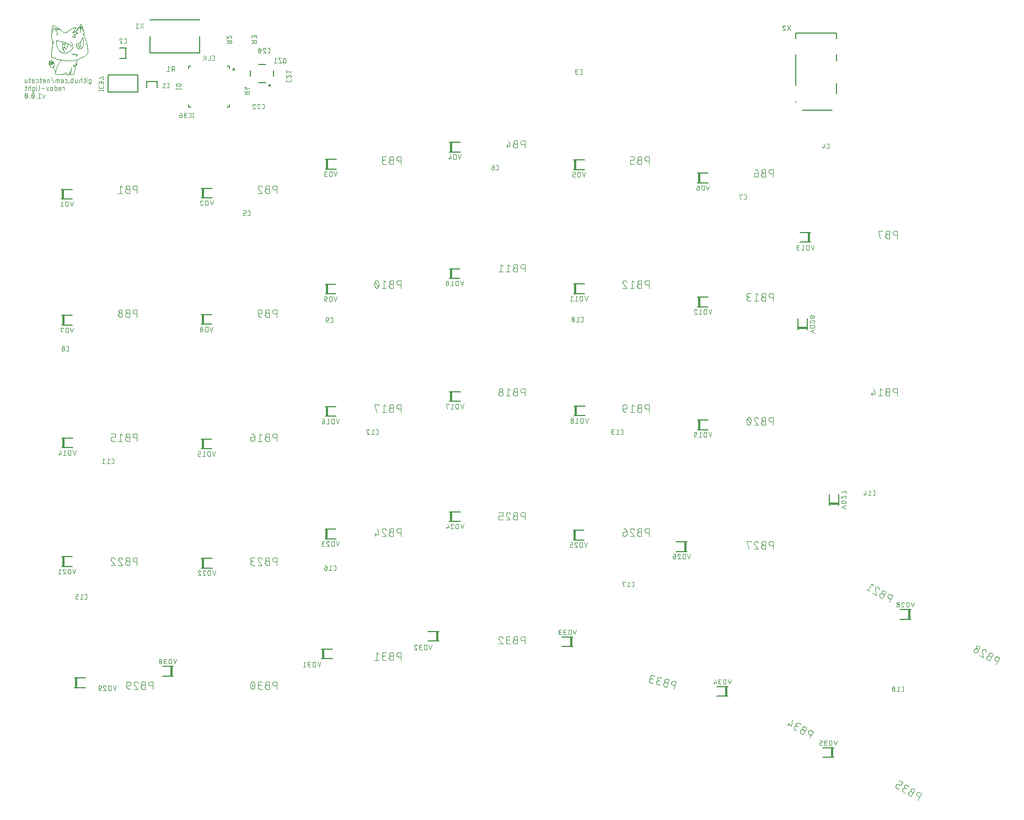
<source format=gbr>
G04 EAGLE Gerber RS-274X export*
G75*
%MOMM*%
%FSLAX34Y34*%
%LPD*%
%AMOC8*
5,1,8,0,0,1.08239X$1,22.5*%
G01*
%ADD10C,0.076200*%
%ADD11C,0.101600*%
%ADD12R,0.415000X1.350000*%
%ADD13C,0.127000*%
%ADD14R,1.350000X0.415000*%
%ADD15C,0.400000*%
%ADD16C,0.203200*%
%ADD17R,1.540000X0.250000*%
%ADD18R,0.250000X1.540000*%
%ADD19C,0.100000*%
%ADD20C,0.050000*%


D10*
X19681Y1086317D02*
X19681Y1091228D01*
X17226Y1091228D01*
X17226Y1090409D01*
X13623Y1086317D02*
X11577Y1086317D01*
X13623Y1086317D02*
X13692Y1086319D01*
X13760Y1086325D01*
X13829Y1086334D01*
X13896Y1086348D01*
X13963Y1086365D01*
X14029Y1086386D01*
X14093Y1086410D01*
X14156Y1086439D01*
X14217Y1086470D01*
X14276Y1086505D01*
X14334Y1086543D01*
X14389Y1086585D01*
X14441Y1086629D01*
X14491Y1086677D01*
X14539Y1086727D01*
X14583Y1086779D01*
X14625Y1086834D01*
X14663Y1086892D01*
X14698Y1086951D01*
X14729Y1087012D01*
X14758Y1087075D01*
X14782Y1087139D01*
X14803Y1087205D01*
X14820Y1087272D01*
X14834Y1087339D01*
X14843Y1087408D01*
X14849Y1087476D01*
X14851Y1087545D01*
X14851Y1089591D01*
X14849Y1089670D01*
X14843Y1089749D01*
X14834Y1089828D01*
X14821Y1089906D01*
X14803Y1089983D01*
X14783Y1090059D01*
X14758Y1090134D01*
X14730Y1090208D01*
X14699Y1090281D01*
X14663Y1090352D01*
X14625Y1090421D01*
X14583Y1090488D01*
X14538Y1090553D01*
X14490Y1090616D01*
X14439Y1090677D01*
X14385Y1090734D01*
X14329Y1090790D01*
X14270Y1090842D01*
X14208Y1090892D01*
X14144Y1090938D01*
X14078Y1090982D01*
X14010Y1091022D01*
X13940Y1091058D01*
X13868Y1091092D01*
X13794Y1091122D01*
X13720Y1091148D01*
X13644Y1091171D01*
X13567Y1091189D01*
X13490Y1091205D01*
X13411Y1091216D01*
X13333Y1091224D01*
X13254Y1091228D01*
X13174Y1091228D01*
X13095Y1091224D01*
X13017Y1091216D01*
X12938Y1091205D01*
X12861Y1091189D01*
X12784Y1091171D01*
X12708Y1091148D01*
X12634Y1091122D01*
X12560Y1091092D01*
X12488Y1091058D01*
X12418Y1091022D01*
X12350Y1090982D01*
X12284Y1090938D01*
X12220Y1090892D01*
X12158Y1090842D01*
X12099Y1090790D01*
X12043Y1090734D01*
X11989Y1090677D01*
X11938Y1090616D01*
X11890Y1090553D01*
X11845Y1090488D01*
X11803Y1090421D01*
X11765Y1090352D01*
X11729Y1090281D01*
X11698Y1090208D01*
X11670Y1090134D01*
X11645Y1090059D01*
X11625Y1089983D01*
X11607Y1089906D01*
X11594Y1089828D01*
X11585Y1089749D01*
X11579Y1089670D01*
X11577Y1089591D01*
X11577Y1088772D01*
X14851Y1088772D01*
X5278Y1086317D02*
X5278Y1093683D01*
X5278Y1086317D02*
X7324Y1086317D01*
X7393Y1086319D01*
X7461Y1086325D01*
X7530Y1086334D01*
X7597Y1086348D01*
X7664Y1086365D01*
X7730Y1086386D01*
X7794Y1086410D01*
X7857Y1086439D01*
X7918Y1086470D01*
X7977Y1086505D01*
X8035Y1086543D01*
X8090Y1086585D01*
X8142Y1086629D01*
X8192Y1086677D01*
X8240Y1086727D01*
X8284Y1086779D01*
X8326Y1086834D01*
X8364Y1086892D01*
X8399Y1086951D01*
X8430Y1087012D01*
X8459Y1087075D01*
X8483Y1087139D01*
X8504Y1087205D01*
X8521Y1087272D01*
X8535Y1087339D01*
X8544Y1087408D01*
X8550Y1087476D01*
X8552Y1087545D01*
X8552Y1090000D01*
X8550Y1090069D01*
X8544Y1090137D01*
X8535Y1090206D01*
X8521Y1090273D01*
X8504Y1090340D01*
X8483Y1090406D01*
X8459Y1090470D01*
X8430Y1090533D01*
X8399Y1090594D01*
X8364Y1090653D01*
X8326Y1090711D01*
X8284Y1090766D01*
X8240Y1090818D01*
X8192Y1090868D01*
X8142Y1090916D01*
X8090Y1090960D01*
X8035Y1091002D01*
X7977Y1091040D01*
X7918Y1091075D01*
X7857Y1091106D01*
X7794Y1091135D01*
X7730Y1091159D01*
X7664Y1091180D01*
X7597Y1091197D01*
X7530Y1091211D01*
X7461Y1091220D01*
X7393Y1091226D01*
X7324Y1091228D01*
X5278Y1091228D01*
X1927Y1089591D02*
X1927Y1087954D01*
X1927Y1089591D02*
X1925Y1089670D01*
X1919Y1089749D01*
X1910Y1089828D01*
X1897Y1089906D01*
X1879Y1089983D01*
X1859Y1090059D01*
X1834Y1090134D01*
X1806Y1090208D01*
X1775Y1090281D01*
X1739Y1090352D01*
X1701Y1090421D01*
X1659Y1090488D01*
X1614Y1090553D01*
X1566Y1090616D01*
X1515Y1090677D01*
X1461Y1090734D01*
X1405Y1090790D01*
X1346Y1090842D01*
X1284Y1090892D01*
X1220Y1090938D01*
X1154Y1090982D01*
X1086Y1091022D01*
X1016Y1091058D01*
X944Y1091092D01*
X870Y1091122D01*
X796Y1091148D01*
X720Y1091171D01*
X643Y1091189D01*
X566Y1091205D01*
X487Y1091216D01*
X409Y1091224D01*
X330Y1091228D01*
X250Y1091228D01*
X171Y1091224D01*
X93Y1091216D01*
X14Y1091205D01*
X-63Y1091189D01*
X-140Y1091171D01*
X-216Y1091148D01*
X-290Y1091122D01*
X-364Y1091092D01*
X-436Y1091058D01*
X-506Y1091022D01*
X-574Y1090982D01*
X-640Y1090938D01*
X-704Y1090892D01*
X-766Y1090842D01*
X-825Y1090790D01*
X-881Y1090734D01*
X-935Y1090677D01*
X-986Y1090616D01*
X-1034Y1090553D01*
X-1079Y1090488D01*
X-1121Y1090421D01*
X-1159Y1090352D01*
X-1195Y1090281D01*
X-1226Y1090208D01*
X-1254Y1090134D01*
X-1279Y1090059D01*
X-1299Y1089983D01*
X-1317Y1089906D01*
X-1330Y1089828D01*
X-1339Y1089749D01*
X-1345Y1089670D01*
X-1347Y1089591D01*
X-1347Y1087954D01*
X-1345Y1087875D01*
X-1339Y1087796D01*
X-1330Y1087717D01*
X-1317Y1087639D01*
X-1299Y1087562D01*
X-1279Y1087486D01*
X-1254Y1087411D01*
X-1226Y1087337D01*
X-1195Y1087264D01*
X-1159Y1087193D01*
X-1121Y1087124D01*
X-1079Y1087057D01*
X-1034Y1086992D01*
X-986Y1086929D01*
X-935Y1086868D01*
X-881Y1086811D01*
X-825Y1086755D01*
X-766Y1086703D01*
X-704Y1086653D01*
X-640Y1086607D01*
X-574Y1086563D01*
X-506Y1086523D01*
X-436Y1086487D01*
X-364Y1086453D01*
X-290Y1086423D01*
X-216Y1086397D01*
X-140Y1086374D01*
X-63Y1086356D01*
X14Y1086340D01*
X93Y1086329D01*
X171Y1086321D01*
X250Y1086317D01*
X330Y1086317D01*
X409Y1086321D01*
X487Y1086329D01*
X566Y1086340D01*
X643Y1086356D01*
X720Y1086374D01*
X796Y1086397D01*
X870Y1086423D01*
X944Y1086453D01*
X1016Y1086487D01*
X1086Y1086523D01*
X1154Y1086563D01*
X1220Y1086607D01*
X1284Y1086653D01*
X1346Y1086703D01*
X1405Y1086755D01*
X1461Y1086811D01*
X1515Y1086868D01*
X1566Y1086929D01*
X1614Y1086992D01*
X1659Y1087057D01*
X1701Y1087124D01*
X1739Y1087193D01*
X1775Y1087264D01*
X1806Y1087337D01*
X1834Y1087411D01*
X1859Y1087486D01*
X1879Y1087562D01*
X1897Y1087639D01*
X1910Y1087717D01*
X1919Y1087796D01*
X1925Y1087875D01*
X1927Y1087954D01*
X-4169Y1086317D02*
X-7443Y1091228D01*
X-4169Y1091228D02*
X-7443Y1086317D01*
X-10422Y1089182D02*
X-15332Y1089182D01*
X-18638Y1087545D02*
X-18638Y1093683D01*
X-18638Y1087545D02*
X-18640Y1087476D01*
X-18646Y1087408D01*
X-18655Y1087339D01*
X-18669Y1087272D01*
X-18686Y1087205D01*
X-18707Y1087139D01*
X-18731Y1087075D01*
X-18760Y1087012D01*
X-18791Y1086951D01*
X-18826Y1086892D01*
X-18864Y1086834D01*
X-18906Y1086779D01*
X-18950Y1086727D01*
X-18998Y1086677D01*
X-19048Y1086629D01*
X-19100Y1086585D01*
X-19155Y1086543D01*
X-19213Y1086505D01*
X-19272Y1086470D01*
X-19333Y1086439D01*
X-19396Y1086410D01*
X-19460Y1086386D01*
X-19526Y1086365D01*
X-19593Y1086348D01*
X-19660Y1086334D01*
X-19729Y1086325D01*
X-19797Y1086319D01*
X-19866Y1086317D01*
X-22387Y1086317D02*
X-22387Y1091228D01*
X-22182Y1093274D02*
X-22182Y1093683D01*
X-22591Y1093683D01*
X-22591Y1093274D01*
X-22182Y1093274D01*
X-26570Y1086317D02*
X-28616Y1086317D01*
X-26570Y1086317D02*
X-26501Y1086319D01*
X-26433Y1086325D01*
X-26364Y1086334D01*
X-26297Y1086348D01*
X-26230Y1086365D01*
X-26164Y1086386D01*
X-26100Y1086410D01*
X-26037Y1086439D01*
X-25976Y1086470D01*
X-25917Y1086505D01*
X-25859Y1086543D01*
X-25804Y1086585D01*
X-25752Y1086629D01*
X-25702Y1086677D01*
X-25654Y1086727D01*
X-25610Y1086779D01*
X-25568Y1086834D01*
X-25530Y1086892D01*
X-25495Y1086951D01*
X-25464Y1087012D01*
X-25435Y1087075D01*
X-25411Y1087139D01*
X-25390Y1087205D01*
X-25373Y1087272D01*
X-25359Y1087339D01*
X-25350Y1087408D01*
X-25344Y1087476D01*
X-25342Y1087545D01*
X-25342Y1090000D01*
X-25344Y1090069D01*
X-25350Y1090137D01*
X-25359Y1090206D01*
X-25373Y1090273D01*
X-25390Y1090340D01*
X-25411Y1090406D01*
X-25435Y1090470D01*
X-25464Y1090533D01*
X-25495Y1090594D01*
X-25530Y1090653D01*
X-25568Y1090711D01*
X-25610Y1090766D01*
X-25654Y1090818D01*
X-25702Y1090868D01*
X-25752Y1090916D01*
X-25804Y1090960D01*
X-25859Y1091002D01*
X-25917Y1091040D01*
X-25976Y1091075D01*
X-26037Y1091106D01*
X-26100Y1091135D01*
X-26164Y1091159D01*
X-26230Y1091180D01*
X-26297Y1091197D01*
X-26364Y1091211D01*
X-26433Y1091220D01*
X-26501Y1091226D01*
X-26570Y1091228D01*
X-28616Y1091228D01*
X-28616Y1085089D01*
X-28614Y1085020D01*
X-28608Y1084952D01*
X-28599Y1084883D01*
X-28585Y1084816D01*
X-28568Y1084749D01*
X-28547Y1084683D01*
X-28523Y1084619D01*
X-28494Y1084556D01*
X-28463Y1084495D01*
X-28428Y1084436D01*
X-28390Y1084378D01*
X-28348Y1084323D01*
X-28304Y1084271D01*
X-28256Y1084221D01*
X-28206Y1084173D01*
X-28154Y1084129D01*
X-28099Y1084088D01*
X-28041Y1084049D01*
X-27982Y1084014D01*
X-27921Y1083983D01*
X-27858Y1083954D01*
X-27794Y1083930D01*
X-27728Y1083909D01*
X-27661Y1083892D01*
X-27594Y1083878D01*
X-27526Y1083869D01*
X-27457Y1083863D01*
X-27388Y1083861D01*
X-27388Y1083862D02*
X-25751Y1083862D01*
X-32210Y1086317D02*
X-32210Y1093683D01*
X-32210Y1091228D02*
X-34256Y1091228D01*
X-34325Y1091226D01*
X-34393Y1091220D01*
X-34462Y1091211D01*
X-34529Y1091197D01*
X-34596Y1091180D01*
X-34662Y1091159D01*
X-34726Y1091135D01*
X-34789Y1091106D01*
X-34850Y1091075D01*
X-34909Y1091040D01*
X-34967Y1091002D01*
X-35022Y1090960D01*
X-35074Y1090916D01*
X-35124Y1090868D01*
X-35172Y1090818D01*
X-35216Y1090766D01*
X-35258Y1090711D01*
X-35296Y1090653D01*
X-35331Y1090594D01*
X-35362Y1090533D01*
X-35391Y1090470D01*
X-35415Y1090406D01*
X-35436Y1090340D01*
X-35453Y1090273D01*
X-35467Y1090206D01*
X-35476Y1090137D01*
X-35482Y1090069D01*
X-35484Y1090000D01*
X-35484Y1086317D01*
X-38164Y1091228D02*
X-40619Y1091228D01*
X-38982Y1093683D02*
X-38982Y1087545D01*
X-38984Y1087476D01*
X-38990Y1087408D01*
X-38999Y1087339D01*
X-39013Y1087272D01*
X-39030Y1087205D01*
X-39051Y1087139D01*
X-39075Y1087075D01*
X-39104Y1087012D01*
X-39135Y1086951D01*
X-39170Y1086892D01*
X-39208Y1086834D01*
X-39250Y1086779D01*
X-39294Y1086727D01*
X-39342Y1086677D01*
X-39392Y1086629D01*
X-39444Y1086585D01*
X-39499Y1086543D01*
X-39557Y1086505D01*
X-39616Y1086470D01*
X-39677Y1086439D01*
X-39740Y1086410D01*
X-39804Y1086386D01*
X-39870Y1086365D01*
X-39937Y1086348D01*
X-40004Y1086334D01*
X-40073Y1086325D01*
X-40141Y1086319D01*
X-40210Y1086317D01*
X-40619Y1086317D01*
X58177Y1098317D02*
X60223Y1098317D01*
X60292Y1098319D01*
X60360Y1098325D01*
X60429Y1098334D01*
X60496Y1098348D01*
X60563Y1098365D01*
X60629Y1098386D01*
X60693Y1098410D01*
X60756Y1098439D01*
X60817Y1098470D01*
X60876Y1098505D01*
X60934Y1098543D01*
X60989Y1098585D01*
X61041Y1098629D01*
X61091Y1098677D01*
X61139Y1098727D01*
X61183Y1098779D01*
X61225Y1098834D01*
X61263Y1098892D01*
X61298Y1098951D01*
X61329Y1099012D01*
X61358Y1099075D01*
X61382Y1099139D01*
X61403Y1099205D01*
X61420Y1099272D01*
X61434Y1099339D01*
X61443Y1099408D01*
X61449Y1099476D01*
X61451Y1099545D01*
X61450Y1099545D02*
X61450Y1102000D01*
X61451Y1102000D02*
X61449Y1102069D01*
X61443Y1102137D01*
X61434Y1102206D01*
X61420Y1102273D01*
X61403Y1102340D01*
X61382Y1102406D01*
X61358Y1102470D01*
X61329Y1102533D01*
X61298Y1102594D01*
X61263Y1102653D01*
X61225Y1102711D01*
X61183Y1102766D01*
X61139Y1102818D01*
X61091Y1102868D01*
X61041Y1102916D01*
X60989Y1102960D01*
X60934Y1103002D01*
X60876Y1103040D01*
X60817Y1103075D01*
X60756Y1103106D01*
X60693Y1103135D01*
X60629Y1103159D01*
X60563Y1103180D01*
X60496Y1103197D01*
X60429Y1103211D01*
X60360Y1103220D01*
X60292Y1103226D01*
X60223Y1103228D01*
X58177Y1103228D01*
X58177Y1097089D01*
X58176Y1097089D02*
X58178Y1097020D01*
X58184Y1096952D01*
X58193Y1096883D01*
X58207Y1096816D01*
X58224Y1096749D01*
X58245Y1096683D01*
X58269Y1096619D01*
X58298Y1096556D01*
X58329Y1096495D01*
X58364Y1096436D01*
X58402Y1096378D01*
X58444Y1096323D01*
X58488Y1096271D01*
X58536Y1096221D01*
X58586Y1096173D01*
X58638Y1096129D01*
X58693Y1096087D01*
X58751Y1096049D01*
X58810Y1096014D01*
X58871Y1095983D01*
X58934Y1095954D01*
X58998Y1095930D01*
X59064Y1095909D01*
X59131Y1095892D01*
X59198Y1095878D01*
X59267Y1095869D01*
X59335Y1095863D01*
X59404Y1095861D01*
X59404Y1095862D02*
X61041Y1095862D01*
X54896Y1098317D02*
X54896Y1103228D01*
X55100Y1105274D02*
X55100Y1105683D01*
X54691Y1105683D01*
X54691Y1105274D01*
X55100Y1105274D01*
X52530Y1103228D02*
X50075Y1103228D01*
X51712Y1105683D02*
X51712Y1099545D01*
X51710Y1099476D01*
X51704Y1099408D01*
X51695Y1099339D01*
X51681Y1099272D01*
X51664Y1099205D01*
X51643Y1099139D01*
X51619Y1099075D01*
X51590Y1099012D01*
X51559Y1098951D01*
X51524Y1098892D01*
X51486Y1098834D01*
X51444Y1098779D01*
X51400Y1098727D01*
X51352Y1098677D01*
X51302Y1098629D01*
X51250Y1098585D01*
X51195Y1098544D01*
X51137Y1098505D01*
X51078Y1098470D01*
X51017Y1098439D01*
X50954Y1098410D01*
X50890Y1098386D01*
X50824Y1098365D01*
X50757Y1098348D01*
X50690Y1098334D01*
X50622Y1098325D01*
X50553Y1098319D01*
X50484Y1098317D01*
X50075Y1098317D01*
X47023Y1098317D02*
X47023Y1105683D01*
X47023Y1103228D02*
X44977Y1103228D01*
X44908Y1103226D01*
X44840Y1103220D01*
X44771Y1103211D01*
X44704Y1103197D01*
X44637Y1103180D01*
X44571Y1103159D01*
X44507Y1103135D01*
X44444Y1103106D01*
X44383Y1103075D01*
X44324Y1103040D01*
X44266Y1103002D01*
X44211Y1102960D01*
X44159Y1102916D01*
X44109Y1102868D01*
X44061Y1102818D01*
X44017Y1102766D01*
X43976Y1102711D01*
X43937Y1102653D01*
X43902Y1102594D01*
X43871Y1102533D01*
X43842Y1102470D01*
X43818Y1102406D01*
X43797Y1102340D01*
X43780Y1102273D01*
X43766Y1102206D01*
X43757Y1102138D01*
X43751Y1102069D01*
X43749Y1102000D01*
X43749Y1098317D01*
X40195Y1099545D02*
X40195Y1103228D01*
X40196Y1099545D02*
X40194Y1099476D01*
X40188Y1099408D01*
X40179Y1099339D01*
X40165Y1099272D01*
X40148Y1099205D01*
X40127Y1099139D01*
X40103Y1099075D01*
X40074Y1099012D01*
X40043Y1098951D01*
X40008Y1098892D01*
X39970Y1098834D01*
X39928Y1098779D01*
X39884Y1098727D01*
X39836Y1098677D01*
X39786Y1098629D01*
X39734Y1098585D01*
X39679Y1098544D01*
X39621Y1098505D01*
X39562Y1098470D01*
X39501Y1098439D01*
X39438Y1098410D01*
X39374Y1098386D01*
X39308Y1098365D01*
X39241Y1098348D01*
X39174Y1098334D01*
X39106Y1098325D01*
X39037Y1098319D01*
X38968Y1098317D01*
X36922Y1098317D01*
X36922Y1103228D01*
X33327Y1105683D02*
X33327Y1098317D01*
X31281Y1098317D01*
X31212Y1098319D01*
X31144Y1098325D01*
X31075Y1098334D01*
X31008Y1098348D01*
X30941Y1098365D01*
X30875Y1098386D01*
X30811Y1098410D01*
X30748Y1098439D01*
X30687Y1098470D01*
X30628Y1098505D01*
X30570Y1098543D01*
X30515Y1098585D01*
X30463Y1098629D01*
X30413Y1098677D01*
X30365Y1098727D01*
X30321Y1098779D01*
X30279Y1098834D01*
X30241Y1098892D01*
X30206Y1098951D01*
X30175Y1099012D01*
X30146Y1099075D01*
X30122Y1099139D01*
X30101Y1099205D01*
X30084Y1099272D01*
X30070Y1099339D01*
X30061Y1099408D01*
X30055Y1099476D01*
X30053Y1099545D01*
X30053Y1102000D01*
X30055Y1102069D01*
X30061Y1102137D01*
X30070Y1102206D01*
X30084Y1102273D01*
X30101Y1102340D01*
X30122Y1102406D01*
X30146Y1102470D01*
X30175Y1102533D01*
X30206Y1102594D01*
X30241Y1102653D01*
X30279Y1102711D01*
X30321Y1102766D01*
X30365Y1102818D01*
X30413Y1102868D01*
X30463Y1102916D01*
X30515Y1102960D01*
X30570Y1103002D01*
X30628Y1103040D01*
X30687Y1103075D01*
X30748Y1103106D01*
X30811Y1103135D01*
X30875Y1103159D01*
X30941Y1103180D01*
X31008Y1103197D01*
X31075Y1103211D01*
X31144Y1103220D01*
X31212Y1103226D01*
X31281Y1103228D01*
X33327Y1103228D01*
X27303Y1098726D02*
X27303Y1098317D01*
X27303Y1098726D02*
X26894Y1098726D01*
X26894Y1098317D01*
X27303Y1098317D01*
X22865Y1098317D02*
X21228Y1098317D01*
X22865Y1098317D02*
X22934Y1098319D01*
X23002Y1098325D01*
X23071Y1098334D01*
X23138Y1098348D01*
X23205Y1098365D01*
X23271Y1098386D01*
X23335Y1098410D01*
X23398Y1098439D01*
X23459Y1098470D01*
X23518Y1098505D01*
X23576Y1098543D01*
X23631Y1098585D01*
X23683Y1098629D01*
X23733Y1098677D01*
X23781Y1098727D01*
X23825Y1098779D01*
X23867Y1098834D01*
X23905Y1098892D01*
X23940Y1098951D01*
X23971Y1099012D01*
X24000Y1099075D01*
X24024Y1099139D01*
X24045Y1099205D01*
X24062Y1099272D01*
X24076Y1099339D01*
X24085Y1099408D01*
X24091Y1099476D01*
X24093Y1099545D01*
X24093Y1102000D01*
X24091Y1102069D01*
X24085Y1102137D01*
X24076Y1102206D01*
X24062Y1102273D01*
X24045Y1102340D01*
X24024Y1102406D01*
X24000Y1102470D01*
X23971Y1102533D01*
X23940Y1102594D01*
X23905Y1102653D01*
X23867Y1102711D01*
X23825Y1102766D01*
X23781Y1102818D01*
X23733Y1102868D01*
X23683Y1102916D01*
X23631Y1102960D01*
X23576Y1103002D01*
X23518Y1103040D01*
X23459Y1103075D01*
X23398Y1103106D01*
X23335Y1103135D01*
X23271Y1103159D01*
X23205Y1103180D01*
X23138Y1103197D01*
X23071Y1103211D01*
X23002Y1103220D01*
X22934Y1103226D01*
X22865Y1103228D01*
X21228Y1103228D01*
X18494Y1101591D02*
X18494Y1099954D01*
X18494Y1101591D02*
X18492Y1101670D01*
X18486Y1101749D01*
X18477Y1101828D01*
X18464Y1101906D01*
X18446Y1101983D01*
X18426Y1102059D01*
X18401Y1102134D01*
X18373Y1102208D01*
X18342Y1102281D01*
X18306Y1102352D01*
X18268Y1102421D01*
X18226Y1102488D01*
X18181Y1102553D01*
X18133Y1102616D01*
X18082Y1102677D01*
X18028Y1102734D01*
X17972Y1102790D01*
X17913Y1102842D01*
X17851Y1102892D01*
X17787Y1102938D01*
X17721Y1102982D01*
X17653Y1103022D01*
X17583Y1103058D01*
X17511Y1103092D01*
X17437Y1103122D01*
X17363Y1103148D01*
X17287Y1103171D01*
X17210Y1103189D01*
X17133Y1103205D01*
X17054Y1103216D01*
X16976Y1103224D01*
X16897Y1103228D01*
X16817Y1103228D01*
X16738Y1103224D01*
X16660Y1103216D01*
X16581Y1103205D01*
X16504Y1103189D01*
X16427Y1103171D01*
X16351Y1103148D01*
X16277Y1103122D01*
X16203Y1103092D01*
X16131Y1103058D01*
X16061Y1103022D01*
X15993Y1102982D01*
X15927Y1102938D01*
X15863Y1102892D01*
X15801Y1102842D01*
X15742Y1102790D01*
X15686Y1102734D01*
X15632Y1102677D01*
X15581Y1102616D01*
X15533Y1102553D01*
X15488Y1102488D01*
X15446Y1102421D01*
X15408Y1102352D01*
X15372Y1102281D01*
X15341Y1102208D01*
X15313Y1102134D01*
X15288Y1102059D01*
X15268Y1101983D01*
X15250Y1101906D01*
X15237Y1101828D01*
X15228Y1101749D01*
X15222Y1101670D01*
X15220Y1101591D01*
X15220Y1099954D01*
X15222Y1099875D01*
X15228Y1099796D01*
X15237Y1099717D01*
X15250Y1099639D01*
X15268Y1099562D01*
X15288Y1099486D01*
X15313Y1099411D01*
X15341Y1099337D01*
X15372Y1099264D01*
X15408Y1099193D01*
X15446Y1099124D01*
X15488Y1099057D01*
X15533Y1098992D01*
X15581Y1098929D01*
X15632Y1098868D01*
X15686Y1098811D01*
X15742Y1098755D01*
X15801Y1098703D01*
X15863Y1098653D01*
X15927Y1098607D01*
X15993Y1098563D01*
X16061Y1098523D01*
X16131Y1098487D01*
X16203Y1098453D01*
X16277Y1098423D01*
X16351Y1098397D01*
X16427Y1098374D01*
X16504Y1098356D01*
X16581Y1098340D01*
X16660Y1098329D01*
X16738Y1098321D01*
X16817Y1098317D01*
X16897Y1098317D01*
X16976Y1098321D01*
X17054Y1098329D01*
X17133Y1098340D01*
X17210Y1098356D01*
X17287Y1098374D01*
X17363Y1098397D01*
X17437Y1098423D01*
X17511Y1098453D01*
X17583Y1098487D01*
X17653Y1098523D01*
X17721Y1098563D01*
X17787Y1098607D01*
X17851Y1098653D01*
X17913Y1098703D01*
X17972Y1098755D01*
X18028Y1098811D01*
X18082Y1098868D01*
X18133Y1098929D01*
X18181Y1098992D01*
X18226Y1099057D01*
X18268Y1099124D01*
X18306Y1099193D01*
X18342Y1099264D01*
X18373Y1099337D01*
X18401Y1099411D01*
X18426Y1099486D01*
X18446Y1099562D01*
X18464Y1099639D01*
X18477Y1099717D01*
X18486Y1099796D01*
X18492Y1099875D01*
X18494Y1099954D01*
X11753Y1098317D02*
X11753Y1103228D01*
X8070Y1103228D01*
X8001Y1103226D01*
X7933Y1103220D01*
X7864Y1103211D01*
X7797Y1103197D01*
X7730Y1103180D01*
X7664Y1103159D01*
X7600Y1103135D01*
X7537Y1103106D01*
X7476Y1103075D01*
X7417Y1103040D01*
X7359Y1103002D01*
X7304Y1102960D01*
X7252Y1102916D01*
X7202Y1102868D01*
X7154Y1102818D01*
X7110Y1102766D01*
X7069Y1102711D01*
X7030Y1102653D01*
X6995Y1102594D01*
X6964Y1102533D01*
X6935Y1102470D01*
X6911Y1102406D01*
X6890Y1102340D01*
X6873Y1102273D01*
X6859Y1102206D01*
X6850Y1102138D01*
X6844Y1102069D01*
X6842Y1102000D01*
X6843Y1102000D02*
X6843Y1098317D01*
X9298Y1098317D02*
X9298Y1103228D01*
X3620Y1097499D02*
X346Y1106501D01*
X-2720Y1103228D02*
X-2720Y1098317D01*
X-2720Y1103228D02*
X-4766Y1103228D01*
X-4835Y1103226D01*
X-4903Y1103220D01*
X-4972Y1103211D01*
X-5039Y1103197D01*
X-5106Y1103180D01*
X-5172Y1103159D01*
X-5236Y1103135D01*
X-5299Y1103106D01*
X-5360Y1103075D01*
X-5419Y1103040D01*
X-5477Y1103002D01*
X-5532Y1102960D01*
X-5584Y1102916D01*
X-5634Y1102868D01*
X-5682Y1102818D01*
X-5726Y1102766D01*
X-5768Y1102711D01*
X-5806Y1102653D01*
X-5841Y1102594D01*
X-5872Y1102533D01*
X-5901Y1102470D01*
X-5925Y1102406D01*
X-5946Y1102340D01*
X-5963Y1102273D01*
X-5977Y1102206D01*
X-5986Y1102137D01*
X-5992Y1102069D01*
X-5994Y1102000D01*
X-5994Y1098317D01*
X-10532Y1098317D02*
X-12578Y1098317D01*
X-10532Y1098317D02*
X-10463Y1098319D01*
X-10395Y1098325D01*
X-10326Y1098334D01*
X-10259Y1098348D01*
X-10192Y1098365D01*
X-10126Y1098386D01*
X-10062Y1098410D01*
X-9999Y1098439D01*
X-9938Y1098470D01*
X-9879Y1098505D01*
X-9821Y1098543D01*
X-9766Y1098585D01*
X-9714Y1098629D01*
X-9664Y1098677D01*
X-9616Y1098727D01*
X-9572Y1098779D01*
X-9530Y1098834D01*
X-9492Y1098892D01*
X-9457Y1098951D01*
X-9426Y1099012D01*
X-9397Y1099075D01*
X-9373Y1099139D01*
X-9352Y1099205D01*
X-9335Y1099272D01*
X-9321Y1099339D01*
X-9312Y1099408D01*
X-9306Y1099476D01*
X-9304Y1099545D01*
X-9304Y1101591D01*
X-9306Y1101670D01*
X-9312Y1101749D01*
X-9321Y1101828D01*
X-9334Y1101906D01*
X-9352Y1101983D01*
X-9372Y1102059D01*
X-9397Y1102134D01*
X-9425Y1102208D01*
X-9456Y1102281D01*
X-9492Y1102352D01*
X-9530Y1102421D01*
X-9572Y1102488D01*
X-9617Y1102553D01*
X-9665Y1102616D01*
X-9716Y1102677D01*
X-9770Y1102734D01*
X-9826Y1102790D01*
X-9885Y1102842D01*
X-9947Y1102892D01*
X-10011Y1102938D01*
X-10077Y1102982D01*
X-10145Y1103022D01*
X-10215Y1103058D01*
X-10287Y1103092D01*
X-10361Y1103122D01*
X-10435Y1103148D01*
X-10511Y1103171D01*
X-10588Y1103189D01*
X-10665Y1103205D01*
X-10744Y1103216D01*
X-10822Y1103224D01*
X-10901Y1103228D01*
X-10981Y1103228D01*
X-11060Y1103224D01*
X-11138Y1103216D01*
X-11217Y1103205D01*
X-11294Y1103189D01*
X-11371Y1103171D01*
X-11447Y1103148D01*
X-11521Y1103122D01*
X-11595Y1103092D01*
X-11667Y1103058D01*
X-11737Y1103022D01*
X-11805Y1102982D01*
X-11871Y1102938D01*
X-11935Y1102892D01*
X-11997Y1102842D01*
X-12056Y1102790D01*
X-12112Y1102734D01*
X-12166Y1102677D01*
X-12217Y1102616D01*
X-12265Y1102553D01*
X-12310Y1102488D01*
X-12352Y1102421D01*
X-12390Y1102352D01*
X-12426Y1102281D01*
X-12457Y1102208D01*
X-12485Y1102134D01*
X-12510Y1102059D01*
X-12530Y1101983D01*
X-12548Y1101906D01*
X-12561Y1101828D01*
X-12570Y1101749D01*
X-12576Y1101670D01*
X-12578Y1101591D01*
X-12578Y1100772D01*
X-9304Y1100772D01*
X-15013Y1103228D02*
X-17469Y1103228D01*
X-15832Y1105683D02*
X-15832Y1099545D01*
X-15831Y1099545D02*
X-15833Y1099476D01*
X-15839Y1099408D01*
X-15848Y1099339D01*
X-15862Y1099272D01*
X-15879Y1099205D01*
X-15900Y1099139D01*
X-15924Y1099075D01*
X-15953Y1099012D01*
X-15984Y1098951D01*
X-16019Y1098892D01*
X-16057Y1098834D01*
X-16099Y1098779D01*
X-16143Y1098727D01*
X-16191Y1098677D01*
X-16241Y1098629D01*
X-16293Y1098585D01*
X-16348Y1098543D01*
X-16406Y1098505D01*
X-16465Y1098470D01*
X-16526Y1098439D01*
X-16589Y1098410D01*
X-16653Y1098386D01*
X-16719Y1098365D01*
X-16786Y1098348D01*
X-16853Y1098334D01*
X-16922Y1098325D01*
X-16990Y1098319D01*
X-17059Y1098317D01*
X-17469Y1098317D01*
X-21513Y1098317D02*
X-23150Y1098317D01*
X-21513Y1098317D02*
X-21444Y1098319D01*
X-21376Y1098325D01*
X-21307Y1098334D01*
X-21240Y1098348D01*
X-21173Y1098365D01*
X-21107Y1098386D01*
X-21043Y1098410D01*
X-20980Y1098439D01*
X-20919Y1098470D01*
X-20860Y1098505D01*
X-20802Y1098543D01*
X-20747Y1098585D01*
X-20695Y1098629D01*
X-20645Y1098677D01*
X-20597Y1098727D01*
X-20553Y1098779D01*
X-20511Y1098834D01*
X-20473Y1098892D01*
X-20438Y1098951D01*
X-20407Y1099012D01*
X-20378Y1099075D01*
X-20354Y1099139D01*
X-20333Y1099205D01*
X-20316Y1099272D01*
X-20302Y1099339D01*
X-20293Y1099408D01*
X-20287Y1099476D01*
X-20285Y1099545D01*
X-20286Y1099545D02*
X-20286Y1102000D01*
X-20285Y1102000D02*
X-20287Y1102069D01*
X-20293Y1102137D01*
X-20302Y1102206D01*
X-20316Y1102273D01*
X-20333Y1102340D01*
X-20354Y1102406D01*
X-20378Y1102470D01*
X-20407Y1102533D01*
X-20438Y1102594D01*
X-20473Y1102653D01*
X-20511Y1102711D01*
X-20553Y1102766D01*
X-20597Y1102818D01*
X-20645Y1102868D01*
X-20695Y1102916D01*
X-20747Y1102960D01*
X-20802Y1103002D01*
X-20860Y1103040D01*
X-20919Y1103075D01*
X-20980Y1103106D01*
X-21043Y1103135D01*
X-21107Y1103159D01*
X-21173Y1103180D01*
X-21240Y1103197D01*
X-21307Y1103211D01*
X-21376Y1103220D01*
X-21444Y1103226D01*
X-21513Y1103228D01*
X-23150Y1103228D01*
X-27276Y1101182D02*
X-29118Y1101182D01*
X-27276Y1101181D02*
X-27201Y1101179D01*
X-27126Y1101173D01*
X-27052Y1101163D01*
X-26978Y1101150D01*
X-26905Y1101132D01*
X-26833Y1101111D01*
X-26763Y1101086D01*
X-26694Y1101057D01*
X-26626Y1101025D01*
X-26560Y1100989D01*
X-26496Y1100950D01*
X-26434Y1100908D01*
X-26375Y1100862D01*
X-26318Y1100813D01*
X-26263Y1100762D01*
X-26212Y1100707D01*
X-26163Y1100650D01*
X-26117Y1100591D01*
X-26075Y1100529D01*
X-26036Y1100465D01*
X-26000Y1100399D01*
X-25968Y1100331D01*
X-25939Y1100262D01*
X-25914Y1100192D01*
X-25893Y1100120D01*
X-25875Y1100047D01*
X-25862Y1099973D01*
X-25852Y1099899D01*
X-25846Y1099824D01*
X-25844Y1099749D01*
X-25846Y1099674D01*
X-25852Y1099599D01*
X-25862Y1099525D01*
X-25875Y1099451D01*
X-25893Y1099378D01*
X-25914Y1099306D01*
X-25939Y1099236D01*
X-25968Y1099167D01*
X-26000Y1099099D01*
X-26036Y1099033D01*
X-26075Y1098969D01*
X-26117Y1098907D01*
X-26163Y1098848D01*
X-26212Y1098791D01*
X-26263Y1098736D01*
X-26318Y1098685D01*
X-26375Y1098636D01*
X-26434Y1098590D01*
X-26496Y1098548D01*
X-26560Y1098509D01*
X-26626Y1098473D01*
X-26694Y1098441D01*
X-26763Y1098412D01*
X-26833Y1098387D01*
X-26905Y1098366D01*
X-26978Y1098348D01*
X-27052Y1098335D01*
X-27126Y1098325D01*
X-27201Y1098319D01*
X-27276Y1098317D01*
X-29118Y1098317D01*
X-29118Y1102000D01*
X-29116Y1102069D01*
X-29110Y1102137D01*
X-29101Y1102206D01*
X-29087Y1102273D01*
X-29070Y1102340D01*
X-29049Y1102406D01*
X-29025Y1102470D01*
X-28996Y1102533D01*
X-28965Y1102594D01*
X-28930Y1102653D01*
X-28892Y1102711D01*
X-28850Y1102766D01*
X-28806Y1102818D01*
X-28758Y1102868D01*
X-28708Y1102916D01*
X-28656Y1102960D01*
X-28601Y1103002D01*
X-28543Y1103040D01*
X-28484Y1103075D01*
X-28423Y1103106D01*
X-28360Y1103135D01*
X-28296Y1103159D01*
X-28230Y1103180D01*
X-28163Y1103197D01*
X-28096Y1103211D01*
X-28027Y1103220D01*
X-27959Y1103226D01*
X-27890Y1103228D01*
X-26253Y1103228D01*
X-31838Y1103228D02*
X-34293Y1103228D01*
X-32657Y1105683D02*
X-32657Y1099545D01*
X-32656Y1099545D02*
X-32658Y1099476D01*
X-32664Y1099408D01*
X-32673Y1099339D01*
X-32687Y1099272D01*
X-32704Y1099205D01*
X-32725Y1099139D01*
X-32749Y1099075D01*
X-32778Y1099012D01*
X-32809Y1098951D01*
X-32844Y1098892D01*
X-32882Y1098834D01*
X-32924Y1098779D01*
X-32968Y1098727D01*
X-33016Y1098677D01*
X-33066Y1098629D01*
X-33118Y1098585D01*
X-33173Y1098543D01*
X-33231Y1098505D01*
X-33290Y1098470D01*
X-33351Y1098439D01*
X-33414Y1098410D01*
X-33478Y1098386D01*
X-33544Y1098365D01*
X-33611Y1098348D01*
X-33678Y1098334D01*
X-33747Y1098325D01*
X-33815Y1098319D01*
X-33884Y1098317D01*
X-34293Y1098317D01*
X-37345Y1099545D02*
X-37345Y1103228D01*
X-37345Y1099545D02*
X-37347Y1099476D01*
X-37353Y1099408D01*
X-37362Y1099339D01*
X-37376Y1099272D01*
X-37393Y1099205D01*
X-37414Y1099139D01*
X-37438Y1099075D01*
X-37467Y1099012D01*
X-37498Y1098951D01*
X-37533Y1098892D01*
X-37571Y1098834D01*
X-37613Y1098779D01*
X-37657Y1098727D01*
X-37705Y1098677D01*
X-37755Y1098629D01*
X-37807Y1098585D01*
X-37862Y1098543D01*
X-37920Y1098505D01*
X-37979Y1098470D01*
X-38040Y1098439D01*
X-38103Y1098410D01*
X-38167Y1098386D01*
X-38233Y1098365D01*
X-38300Y1098348D01*
X-38367Y1098334D01*
X-38436Y1098325D01*
X-38504Y1098319D01*
X-38573Y1098317D01*
X-40619Y1098317D01*
X-40619Y1103228D01*
X-9870Y1079228D02*
X-11507Y1074317D01*
X-13144Y1079228D01*
X-16044Y1080046D02*
X-18090Y1081683D01*
X-18090Y1074317D01*
X-16044Y1074317D02*
X-20137Y1074317D01*
X-23006Y1074317D02*
X-23006Y1074726D01*
X-23416Y1074726D01*
X-23416Y1074317D01*
X-23006Y1074317D01*
X-26286Y1078000D02*
X-26288Y1078153D01*
X-26294Y1078306D01*
X-26303Y1078458D01*
X-26317Y1078611D01*
X-26334Y1078763D01*
X-26355Y1078914D01*
X-26380Y1079065D01*
X-26409Y1079215D01*
X-26441Y1079365D01*
X-26478Y1079513D01*
X-26518Y1079661D01*
X-26561Y1079808D01*
X-26609Y1079953D01*
X-26660Y1080097D01*
X-26714Y1080240D01*
X-26773Y1080382D01*
X-26834Y1080521D01*
X-26900Y1080660D01*
X-26926Y1080730D01*
X-26956Y1080800D01*
X-26989Y1080867D01*
X-27025Y1080933D01*
X-27064Y1080997D01*
X-27107Y1081059D01*
X-27153Y1081118D01*
X-27201Y1081176D01*
X-27252Y1081230D01*
X-27306Y1081283D01*
X-27363Y1081332D01*
X-27422Y1081379D01*
X-27483Y1081422D01*
X-27546Y1081463D01*
X-27611Y1081500D01*
X-27678Y1081535D01*
X-27747Y1081565D01*
X-27817Y1081593D01*
X-27888Y1081616D01*
X-27960Y1081637D01*
X-28033Y1081653D01*
X-28107Y1081666D01*
X-28182Y1081676D01*
X-28257Y1081681D01*
X-28332Y1081683D01*
X-28407Y1081681D01*
X-28482Y1081676D01*
X-28557Y1081666D01*
X-28631Y1081653D01*
X-28704Y1081637D01*
X-28776Y1081616D01*
X-28847Y1081593D01*
X-28917Y1081565D01*
X-28986Y1081535D01*
X-29053Y1081500D01*
X-29118Y1081463D01*
X-29181Y1081422D01*
X-29242Y1081379D01*
X-29301Y1081332D01*
X-29358Y1081283D01*
X-29412Y1081230D01*
X-29463Y1081176D01*
X-29512Y1081118D01*
X-29557Y1081059D01*
X-29600Y1080997D01*
X-29639Y1080933D01*
X-29676Y1080867D01*
X-29708Y1080799D01*
X-29738Y1080730D01*
X-29764Y1080660D01*
X-29829Y1080522D01*
X-29891Y1080382D01*
X-29949Y1080240D01*
X-30004Y1080097D01*
X-30055Y1079953D01*
X-30103Y1079808D01*
X-30146Y1079661D01*
X-30186Y1079514D01*
X-30223Y1079365D01*
X-30255Y1079215D01*
X-30284Y1079065D01*
X-30309Y1078914D01*
X-30330Y1078763D01*
X-30347Y1078611D01*
X-30361Y1078458D01*
X-30370Y1078306D01*
X-30376Y1078153D01*
X-30378Y1078000D01*
X-26285Y1078000D02*
X-26287Y1077847D01*
X-26293Y1077694D01*
X-26302Y1077541D01*
X-26316Y1077389D01*
X-26333Y1077237D01*
X-26354Y1077086D01*
X-26379Y1076935D01*
X-26408Y1076784D01*
X-26440Y1076635D01*
X-26477Y1076486D01*
X-26517Y1076339D01*
X-26560Y1076192D01*
X-26608Y1076047D01*
X-26659Y1075902D01*
X-26714Y1075760D01*
X-26772Y1075618D01*
X-26834Y1075478D01*
X-26899Y1075340D01*
X-26900Y1075340D02*
X-26926Y1075269D01*
X-26956Y1075200D01*
X-26989Y1075133D01*
X-27025Y1075067D01*
X-27064Y1075003D01*
X-27107Y1074941D01*
X-27153Y1074882D01*
X-27201Y1074824D01*
X-27252Y1074770D01*
X-27306Y1074717D01*
X-27363Y1074668D01*
X-27422Y1074621D01*
X-27483Y1074578D01*
X-27546Y1074537D01*
X-27611Y1074500D01*
X-27678Y1074465D01*
X-27747Y1074435D01*
X-27817Y1074407D01*
X-27888Y1074384D01*
X-27960Y1074363D01*
X-28033Y1074347D01*
X-28107Y1074334D01*
X-28182Y1074324D01*
X-28257Y1074319D01*
X-28332Y1074317D01*
X-29764Y1075340D02*
X-29829Y1075478D01*
X-29891Y1075618D01*
X-29949Y1075760D01*
X-30004Y1075903D01*
X-30055Y1076047D01*
X-30103Y1076192D01*
X-30146Y1076339D01*
X-30186Y1076487D01*
X-30223Y1076635D01*
X-30255Y1076785D01*
X-30284Y1076935D01*
X-30309Y1077086D01*
X-30330Y1077237D01*
X-30347Y1077389D01*
X-30361Y1077542D01*
X-30370Y1077694D01*
X-30376Y1077847D01*
X-30378Y1078000D01*
X-29764Y1075340D02*
X-29738Y1075270D01*
X-29708Y1075200D01*
X-29676Y1075133D01*
X-29639Y1075067D01*
X-29600Y1075003D01*
X-29557Y1074941D01*
X-29511Y1074882D01*
X-29463Y1074824D01*
X-29412Y1074770D01*
X-29358Y1074717D01*
X-29301Y1074668D01*
X-29242Y1074621D01*
X-29181Y1074578D01*
X-29118Y1074537D01*
X-29053Y1074500D01*
X-28986Y1074465D01*
X-28917Y1074435D01*
X-28847Y1074407D01*
X-28776Y1074384D01*
X-28704Y1074363D01*
X-28631Y1074347D01*
X-28557Y1074334D01*
X-28482Y1074324D01*
X-28407Y1074319D01*
X-28332Y1074317D01*
X-26695Y1075954D02*
X-29969Y1080046D01*
X-33248Y1074726D02*
X-33248Y1074317D01*
X-33248Y1074726D02*
X-33657Y1074726D01*
X-33657Y1074317D01*
X-33248Y1074317D01*
X-36527Y1078000D02*
X-36529Y1078153D01*
X-36535Y1078306D01*
X-36544Y1078458D01*
X-36558Y1078611D01*
X-36575Y1078763D01*
X-36596Y1078914D01*
X-36621Y1079065D01*
X-36650Y1079215D01*
X-36682Y1079365D01*
X-36719Y1079513D01*
X-36759Y1079661D01*
X-36802Y1079808D01*
X-36850Y1079953D01*
X-36901Y1080097D01*
X-36955Y1080240D01*
X-37014Y1080382D01*
X-37075Y1080521D01*
X-37141Y1080660D01*
X-37167Y1080730D01*
X-37197Y1080800D01*
X-37230Y1080867D01*
X-37266Y1080933D01*
X-37305Y1080997D01*
X-37348Y1081059D01*
X-37394Y1081118D01*
X-37442Y1081176D01*
X-37493Y1081230D01*
X-37547Y1081283D01*
X-37604Y1081332D01*
X-37663Y1081379D01*
X-37724Y1081422D01*
X-37787Y1081463D01*
X-37852Y1081500D01*
X-37919Y1081535D01*
X-37988Y1081565D01*
X-38058Y1081593D01*
X-38129Y1081616D01*
X-38201Y1081637D01*
X-38274Y1081653D01*
X-38348Y1081666D01*
X-38423Y1081676D01*
X-38498Y1081681D01*
X-38573Y1081683D01*
X-38648Y1081681D01*
X-38723Y1081676D01*
X-38798Y1081666D01*
X-38872Y1081653D01*
X-38945Y1081637D01*
X-39017Y1081616D01*
X-39088Y1081593D01*
X-39158Y1081565D01*
X-39227Y1081535D01*
X-39294Y1081500D01*
X-39359Y1081463D01*
X-39422Y1081422D01*
X-39483Y1081379D01*
X-39542Y1081332D01*
X-39599Y1081283D01*
X-39653Y1081230D01*
X-39704Y1081176D01*
X-39753Y1081118D01*
X-39798Y1081059D01*
X-39841Y1080997D01*
X-39880Y1080933D01*
X-39917Y1080867D01*
X-39949Y1080799D01*
X-39979Y1080730D01*
X-40005Y1080660D01*
X-40070Y1080522D01*
X-40132Y1080382D01*
X-40190Y1080240D01*
X-40245Y1080097D01*
X-40296Y1079953D01*
X-40344Y1079808D01*
X-40387Y1079661D01*
X-40427Y1079514D01*
X-40464Y1079365D01*
X-40496Y1079215D01*
X-40525Y1079065D01*
X-40550Y1078914D01*
X-40571Y1078763D01*
X-40588Y1078611D01*
X-40602Y1078458D01*
X-40611Y1078306D01*
X-40617Y1078153D01*
X-40619Y1078000D01*
X-36526Y1078000D02*
X-36528Y1077847D01*
X-36534Y1077694D01*
X-36543Y1077541D01*
X-36557Y1077389D01*
X-36574Y1077237D01*
X-36595Y1077086D01*
X-36620Y1076935D01*
X-36649Y1076784D01*
X-36681Y1076635D01*
X-36718Y1076486D01*
X-36758Y1076339D01*
X-36801Y1076192D01*
X-36849Y1076047D01*
X-36900Y1075902D01*
X-36955Y1075760D01*
X-37013Y1075618D01*
X-37075Y1075478D01*
X-37140Y1075340D01*
X-37141Y1075340D02*
X-37167Y1075269D01*
X-37197Y1075200D01*
X-37230Y1075133D01*
X-37266Y1075067D01*
X-37305Y1075003D01*
X-37348Y1074941D01*
X-37394Y1074882D01*
X-37442Y1074824D01*
X-37493Y1074770D01*
X-37547Y1074717D01*
X-37604Y1074668D01*
X-37663Y1074621D01*
X-37724Y1074578D01*
X-37787Y1074537D01*
X-37852Y1074500D01*
X-37919Y1074465D01*
X-37988Y1074435D01*
X-38058Y1074407D01*
X-38129Y1074384D01*
X-38201Y1074363D01*
X-38274Y1074347D01*
X-38348Y1074334D01*
X-38423Y1074324D01*
X-38498Y1074319D01*
X-38573Y1074317D01*
X-40005Y1075340D02*
X-40070Y1075478D01*
X-40132Y1075618D01*
X-40190Y1075760D01*
X-40245Y1075903D01*
X-40296Y1076047D01*
X-40344Y1076192D01*
X-40387Y1076339D01*
X-40427Y1076487D01*
X-40464Y1076635D01*
X-40496Y1076785D01*
X-40525Y1076935D01*
X-40550Y1077086D01*
X-40571Y1077237D01*
X-40588Y1077389D01*
X-40602Y1077542D01*
X-40611Y1077694D01*
X-40617Y1077847D01*
X-40619Y1078000D01*
X-40005Y1075340D02*
X-39979Y1075270D01*
X-39949Y1075200D01*
X-39917Y1075133D01*
X-39880Y1075067D01*
X-39841Y1075003D01*
X-39798Y1074941D01*
X-39752Y1074882D01*
X-39704Y1074824D01*
X-39653Y1074770D01*
X-39599Y1074717D01*
X-39542Y1074668D01*
X-39483Y1074621D01*
X-39422Y1074578D01*
X-39359Y1074537D01*
X-39294Y1074500D01*
X-39227Y1074465D01*
X-39158Y1074435D01*
X-39088Y1074407D01*
X-39017Y1074384D01*
X-38945Y1074363D01*
X-38872Y1074347D01*
X-38798Y1074334D01*
X-38723Y1074324D01*
X-38648Y1074319D01*
X-38573Y1074317D01*
X-36936Y1075954D02*
X-40210Y1080046D01*
D11*
X131930Y939842D02*
X131930Y928158D01*
X131930Y939842D02*
X128684Y939842D01*
X128571Y939840D01*
X128458Y939834D01*
X128345Y939824D01*
X128232Y939810D01*
X128120Y939793D01*
X128009Y939771D01*
X127899Y939746D01*
X127789Y939716D01*
X127681Y939683D01*
X127574Y939646D01*
X127468Y939606D01*
X127364Y939561D01*
X127261Y939513D01*
X127160Y939462D01*
X127061Y939407D01*
X126964Y939349D01*
X126869Y939287D01*
X126776Y939222D01*
X126686Y939154D01*
X126598Y939083D01*
X126512Y939008D01*
X126429Y938931D01*
X126349Y938851D01*
X126272Y938768D01*
X126197Y938682D01*
X126126Y938594D01*
X126058Y938504D01*
X125993Y938411D01*
X125931Y938316D01*
X125873Y938219D01*
X125818Y938120D01*
X125767Y938019D01*
X125719Y937916D01*
X125674Y937812D01*
X125634Y937706D01*
X125597Y937599D01*
X125564Y937491D01*
X125534Y937381D01*
X125509Y937271D01*
X125487Y937160D01*
X125470Y937048D01*
X125456Y936935D01*
X125446Y936822D01*
X125440Y936709D01*
X125438Y936596D01*
X125440Y936483D01*
X125446Y936370D01*
X125456Y936257D01*
X125470Y936144D01*
X125487Y936032D01*
X125509Y935921D01*
X125534Y935811D01*
X125564Y935701D01*
X125597Y935593D01*
X125634Y935486D01*
X125674Y935380D01*
X125719Y935276D01*
X125767Y935173D01*
X125818Y935072D01*
X125873Y934973D01*
X125931Y934876D01*
X125993Y934781D01*
X126058Y934688D01*
X126126Y934598D01*
X126197Y934510D01*
X126272Y934424D01*
X126349Y934341D01*
X126429Y934261D01*
X126512Y934184D01*
X126598Y934109D01*
X126686Y934038D01*
X126776Y933970D01*
X126869Y933905D01*
X126964Y933843D01*
X127061Y933785D01*
X127160Y933730D01*
X127261Y933679D01*
X127364Y933631D01*
X127468Y933586D01*
X127574Y933546D01*
X127681Y933509D01*
X127789Y933476D01*
X127899Y933446D01*
X128009Y933421D01*
X128120Y933399D01*
X128232Y933382D01*
X128345Y933368D01*
X128458Y933358D01*
X128571Y933352D01*
X128684Y933350D01*
X128684Y933351D02*
X131930Y933351D01*
X120500Y934649D02*
X117254Y934649D01*
X117254Y934650D02*
X117141Y934648D01*
X117028Y934642D01*
X116915Y934632D01*
X116802Y934618D01*
X116690Y934601D01*
X116579Y934579D01*
X116469Y934554D01*
X116359Y934524D01*
X116251Y934491D01*
X116144Y934454D01*
X116038Y934414D01*
X115934Y934369D01*
X115831Y934321D01*
X115730Y934270D01*
X115631Y934215D01*
X115534Y934157D01*
X115439Y934095D01*
X115346Y934030D01*
X115256Y933962D01*
X115168Y933891D01*
X115082Y933816D01*
X114999Y933739D01*
X114919Y933659D01*
X114842Y933576D01*
X114767Y933490D01*
X114696Y933402D01*
X114628Y933312D01*
X114563Y933219D01*
X114501Y933124D01*
X114443Y933027D01*
X114388Y932928D01*
X114337Y932827D01*
X114289Y932724D01*
X114244Y932620D01*
X114204Y932514D01*
X114167Y932407D01*
X114134Y932299D01*
X114104Y932189D01*
X114079Y932079D01*
X114057Y931968D01*
X114040Y931856D01*
X114026Y931743D01*
X114016Y931630D01*
X114010Y931517D01*
X114008Y931404D01*
X114010Y931291D01*
X114016Y931178D01*
X114026Y931065D01*
X114040Y930952D01*
X114057Y930840D01*
X114079Y930729D01*
X114104Y930619D01*
X114134Y930509D01*
X114167Y930401D01*
X114204Y930294D01*
X114244Y930188D01*
X114289Y930084D01*
X114337Y929981D01*
X114388Y929880D01*
X114443Y929781D01*
X114501Y929684D01*
X114563Y929589D01*
X114628Y929496D01*
X114696Y929406D01*
X114767Y929318D01*
X114842Y929232D01*
X114919Y929149D01*
X114999Y929069D01*
X115082Y928992D01*
X115168Y928917D01*
X115256Y928846D01*
X115346Y928778D01*
X115439Y928713D01*
X115534Y928651D01*
X115631Y928593D01*
X115730Y928538D01*
X115831Y928487D01*
X115934Y928439D01*
X116038Y928394D01*
X116144Y928354D01*
X116251Y928317D01*
X116359Y928284D01*
X116469Y928254D01*
X116579Y928229D01*
X116690Y928207D01*
X116802Y928190D01*
X116915Y928176D01*
X117028Y928166D01*
X117141Y928160D01*
X117254Y928158D01*
X120500Y928158D01*
X120500Y939842D01*
X117254Y939842D01*
X117153Y939840D01*
X117053Y939834D01*
X116953Y939824D01*
X116853Y939811D01*
X116754Y939793D01*
X116655Y939772D01*
X116558Y939747D01*
X116461Y939718D01*
X116366Y939685D01*
X116272Y939649D01*
X116180Y939609D01*
X116089Y939566D01*
X116000Y939519D01*
X115913Y939469D01*
X115827Y939415D01*
X115744Y939358D01*
X115664Y939298D01*
X115585Y939235D01*
X115509Y939168D01*
X115436Y939099D01*
X115366Y939027D01*
X115298Y938953D01*
X115233Y938876D01*
X115172Y938796D01*
X115113Y938714D01*
X115058Y938630D01*
X115006Y938544D01*
X114957Y938456D01*
X114912Y938366D01*
X114870Y938274D01*
X114832Y938181D01*
X114798Y938086D01*
X114767Y937991D01*
X114740Y937894D01*
X114717Y937796D01*
X114697Y937697D01*
X114682Y937597D01*
X114670Y937497D01*
X114662Y937397D01*
X114658Y937296D01*
X114658Y937196D01*
X114662Y937095D01*
X114670Y936995D01*
X114682Y936895D01*
X114697Y936795D01*
X114717Y936696D01*
X114740Y936598D01*
X114767Y936501D01*
X114798Y936406D01*
X114832Y936311D01*
X114870Y936218D01*
X114912Y936126D01*
X114957Y936036D01*
X115006Y935948D01*
X115058Y935862D01*
X115113Y935778D01*
X115172Y935696D01*
X115233Y935616D01*
X115298Y935539D01*
X115366Y935465D01*
X115436Y935393D01*
X115509Y935324D01*
X115585Y935257D01*
X115664Y935194D01*
X115744Y935134D01*
X115827Y935077D01*
X115913Y935023D01*
X116000Y934973D01*
X116089Y934926D01*
X116180Y934883D01*
X116272Y934843D01*
X116366Y934807D01*
X116461Y934774D01*
X116558Y934745D01*
X116655Y934720D01*
X116754Y934699D01*
X116853Y934681D01*
X116953Y934668D01*
X117053Y934658D01*
X117153Y934652D01*
X117254Y934650D01*
X109620Y937246D02*
X106374Y939842D01*
X106374Y928158D01*
X103129Y928158D02*
X109620Y928158D01*
X727242Y997596D02*
X727242Y1009280D01*
X723996Y1009280D01*
X723883Y1009278D01*
X723770Y1009272D01*
X723657Y1009262D01*
X723544Y1009248D01*
X723432Y1009231D01*
X723321Y1009209D01*
X723211Y1009184D01*
X723101Y1009154D01*
X722993Y1009121D01*
X722886Y1009084D01*
X722780Y1009044D01*
X722676Y1008999D01*
X722573Y1008951D01*
X722472Y1008900D01*
X722373Y1008845D01*
X722276Y1008787D01*
X722181Y1008725D01*
X722088Y1008660D01*
X721998Y1008592D01*
X721910Y1008521D01*
X721824Y1008446D01*
X721741Y1008369D01*
X721661Y1008289D01*
X721584Y1008206D01*
X721509Y1008120D01*
X721438Y1008032D01*
X721370Y1007942D01*
X721305Y1007849D01*
X721243Y1007754D01*
X721185Y1007657D01*
X721130Y1007558D01*
X721079Y1007457D01*
X721031Y1007354D01*
X720986Y1007250D01*
X720946Y1007144D01*
X720909Y1007037D01*
X720876Y1006929D01*
X720846Y1006819D01*
X720821Y1006709D01*
X720799Y1006598D01*
X720782Y1006486D01*
X720768Y1006373D01*
X720758Y1006260D01*
X720752Y1006147D01*
X720750Y1006034D01*
X720752Y1005921D01*
X720758Y1005808D01*
X720768Y1005695D01*
X720782Y1005582D01*
X720799Y1005470D01*
X720821Y1005359D01*
X720846Y1005249D01*
X720876Y1005139D01*
X720909Y1005031D01*
X720946Y1004924D01*
X720986Y1004818D01*
X721031Y1004714D01*
X721079Y1004611D01*
X721130Y1004510D01*
X721185Y1004411D01*
X721243Y1004314D01*
X721305Y1004219D01*
X721370Y1004126D01*
X721438Y1004036D01*
X721509Y1003948D01*
X721584Y1003862D01*
X721661Y1003779D01*
X721741Y1003699D01*
X721824Y1003622D01*
X721910Y1003547D01*
X721998Y1003476D01*
X722088Y1003408D01*
X722181Y1003343D01*
X722276Y1003281D01*
X722373Y1003223D01*
X722472Y1003168D01*
X722573Y1003117D01*
X722676Y1003069D01*
X722780Y1003024D01*
X722886Y1002984D01*
X722993Y1002947D01*
X723101Y1002914D01*
X723211Y1002884D01*
X723321Y1002859D01*
X723432Y1002837D01*
X723544Y1002820D01*
X723657Y1002806D01*
X723770Y1002796D01*
X723883Y1002790D01*
X723996Y1002788D01*
X727242Y1002788D01*
X715812Y1004087D02*
X712567Y1004087D01*
X712454Y1004085D01*
X712341Y1004079D01*
X712228Y1004069D01*
X712115Y1004055D01*
X712003Y1004038D01*
X711892Y1004016D01*
X711782Y1003991D01*
X711672Y1003961D01*
X711564Y1003928D01*
X711457Y1003891D01*
X711351Y1003851D01*
X711247Y1003806D01*
X711144Y1003758D01*
X711043Y1003707D01*
X710944Y1003652D01*
X710847Y1003594D01*
X710752Y1003532D01*
X710659Y1003467D01*
X710569Y1003399D01*
X710481Y1003328D01*
X710395Y1003253D01*
X710312Y1003176D01*
X710232Y1003096D01*
X710155Y1003013D01*
X710080Y1002927D01*
X710009Y1002839D01*
X709941Y1002749D01*
X709876Y1002656D01*
X709814Y1002561D01*
X709756Y1002464D01*
X709701Y1002365D01*
X709650Y1002264D01*
X709602Y1002161D01*
X709557Y1002057D01*
X709517Y1001951D01*
X709480Y1001844D01*
X709447Y1001736D01*
X709417Y1001626D01*
X709392Y1001516D01*
X709370Y1001405D01*
X709353Y1001293D01*
X709339Y1001180D01*
X709329Y1001067D01*
X709323Y1000954D01*
X709321Y1000841D01*
X709323Y1000728D01*
X709329Y1000615D01*
X709339Y1000502D01*
X709353Y1000389D01*
X709370Y1000277D01*
X709392Y1000166D01*
X709417Y1000056D01*
X709447Y999946D01*
X709480Y999838D01*
X709517Y999731D01*
X709557Y999625D01*
X709602Y999521D01*
X709650Y999418D01*
X709701Y999317D01*
X709756Y999218D01*
X709814Y999121D01*
X709876Y999026D01*
X709941Y998933D01*
X710009Y998843D01*
X710080Y998755D01*
X710155Y998669D01*
X710232Y998586D01*
X710312Y998506D01*
X710395Y998429D01*
X710481Y998354D01*
X710569Y998283D01*
X710659Y998215D01*
X710752Y998150D01*
X710847Y998088D01*
X710944Y998030D01*
X711043Y997975D01*
X711144Y997924D01*
X711247Y997876D01*
X711351Y997831D01*
X711457Y997791D01*
X711564Y997754D01*
X711672Y997721D01*
X711782Y997691D01*
X711892Y997666D01*
X712003Y997644D01*
X712115Y997627D01*
X712228Y997613D01*
X712341Y997603D01*
X712454Y997597D01*
X712567Y997595D01*
X712567Y997596D02*
X715812Y997596D01*
X715812Y1009280D01*
X712567Y1009280D01*
X712567Y1009279D02*
X712466Y1009277D01*
X712366Y1009271D01*
X712266Y1009261D01*
X712166Y1009248D01*
X712067Y1009230D01*
X711968Y1009209D01*
X711871Y1009184D01*
X711774Y1009155D01*
X711679Y1009122D01*
X711585Y1009086D01*
X711493Y1009046D01*
X711402Y1009003D01*
X711313Y1008956D01*
X711226Y1008906D01*
X711140Y1008852D01*
X711057Y1008795D01*
X710977Y1008735D01*
X710898Y1008672D01*
X710822Y1008605D01*
X710749Y1008536D01*
X710679Y1008464D01*
X710611Y1008390D01*
X710546Y1008313D01*
X710485Y1008233D01*
X710426Y1008151D01*
X710371Y1008067D01*
X710319Y1007981D01*
X710270Y1007893D01*
X710225Y1007803D01*
X710183Y1007711D01*
X710145Y1007618D01*
X710111Y1007523D01*
X710080Y1007428D01*
X710053Y1007331D01*
X710030Y1007233D01*
X710010Y1007134D01*
X709995Y1007034D01*
X709983Y1006934D01*
X709975Y1006834D01*
X709971Y1006733D01*
X709971Y1006633D01*
X709975Y1006532D01*
X709983Y1006432D01*
X709995Y1006332D01*
X710010Y1006232D01*
X710030Y1006133D01*
X710053Y1006035D01*
X710080Y1005938D01*
X710111Y1005843D01*
X710145Y1005748D01*
X710183Y1005655D01*
X710225Y1005563D01*
X710270Y1005473D01*
X710319Y1005385D01*
X710371Y1005299D01*
X710426Y1005215D01*
X710485Y1005133D01*
X710546Y1005053D01*
X710611Y1004976D01*
X710679Y1004902D01*
X710749Y1004830D01*
X710822Y1004761D01*
X710898Y1004694D01*
X710977Y1004631D01*
X711057Y1004571D01*
X711140Y1004514D01*
X711226Y1004460D01*
X711313Y1004410D01*
X711402Y1004363D01*
X711493Y1004320D01*
X711585Y1004280D01*
X711679Y1004244D01*
X711774Y1004211D01*
X711871Y1004182D01*
X711968Y1004157D01*
X712067Y1004136D01*
X712166Y1004118D01*
X712266Y1004105D01*
X712366Y1004095D01*
X712466Y1004089D01*
X712567Y1004087D01*
X704932Y1000192D02*
X702336Y1009280D01*
X704932Y1000192D02*
X698441Y1000192D01*
X700389Y1002788D02*
X700389Y997596D01*
X536742Y984467D02*
X536742Y972783D01*
X536742Y984467D02*
X533496Y984467D01*
X533383Y984465D01*
X533270Y984459D01*
X533157Y984449D01*
X533044Y984435D01*
X532932Y984418D01*
X532821Y984396D01*
X532711Y984371D01*
X532601Y984341D01*
X532493Y984308D01*
X532386Y984271D01*
X532280Y984231D01*
X532176Y984186D01*
X532073Y984138D01*
X531972Y984087D01*
X531873Y984032D01*
X531776Y983974D01*
X531681Y983912D01*
X531588Y983847D01*
X531498Y983779D01*
X531410Y983708D01*
X531324Y983633D01*
X531241Y983556D01*
X531161Y983476D01*
X531084Y983393D01*
X531009Y983307D01*
X530938Y983219D01*
X530870Y983129D01*
X530805Y983036D01*
X530743Y982941D01*
X530685Y982844D01*
X530630Y982745D01*
X530579Y982644D01*
X530531Y982541D01*
X530486Y982437D01*
X530446Y982331D01*
X530409Y982224D01*
X530376Y982116D01*
X530346Y982006D01*
X530321Y981896D01*
X530299Y981785D01*
X530282Y981673D01*
X530268Y981560D01*
X530258Y981447D01*
X530252Y981334D01*
X530250Y981221D01*
X530252Y981108D01*
X530258Y980995D01*
X530268Y980882D01*
X530282Y980769D01*
X530299Y980657D01*
X530321Y980546D01*
X530346Y980436D01*
X530376Y980326D01*
X530409Y980218D01*
X530446Y980111D01*
X530486Y980005D01*
X530531Y979901D01*
X530579Y979798D01*
X530630Y979697D01*
X530685Y979598D01*
X530743Y979501D01*
X530805Y979406D01*
X530870Y979313D01*
X530938Y979223D01*
X531009Y979135D01*
X531084Y979049D01*
X531161Y978966D01*
X531241Y978886D01*
X531324Y978809D01*
X531410Y978734D01*
X531498Y978663D01*
X531588Y978595D01*
X531681Y978530D01*
X531776Y978468D01*
X531873Y978410D01*
X531972Y978355D01*
X532073Y978304D01*
X532176Y978256D01*
X532280Y978211D01*
X532386Y978171D01*
X532493Y978134D01*
X532601Y978101D01*
X532711Y978071D01*
X532821Y978046D01*
X532932Y978024D01*
X533044Y978007D01*
X533157Y977993D01*
X533270Y977983D01*
X533383Y977977D01*
X533496Y977975D01*
X533496Y977976D02*
X536742Y977976D01*
X525312Y979274D02*
X522067Y979274D01*
X522067Y979275D02*
X521954Y979273D01*
X521841Y979267D01*
X521728Y979257D01*
X521615Y979243D01*
X521503Y979226D01*
X521392Y979204D01*
X521282Y979179D01*
X521172Y979149D01*
X521064Y979116D01*
X520957Y979079D01*
X520851Y979039D01*
X520747Y978994D01*
X520644Y978946D01*
X520543Y978895D01*
X520444Y978840D01*
X520347Y978782D01*
X520252Y978720D01*
X520159Y978655D01*
X520069Y978587D01*
X519981Y978516D01*
X519895Y978441D01*
X519812Y978364D01*
X519732Y978284D01*
X519655Y978201D01*
X519580Y978115D01*
X519509Y978027D01*
X519441Y977937D01*
X519376Y977844D01*
X519314Y977749D01*
X519256Y977652D01*
X519201Y977553D01*
X519150Y977452D01*
X519102Y977349D01*
X519057Y977245D01*
X519017Y977139D01*
X518980Y977032D01*
X518947Y976924D01*
X518917Y976814D01*
X518892Y976704D01*
X518870Y976593D01*
X518853Y976481D01*
X518839Y976368D01*
X518829Y976255D01*
X518823Y976142D01*
X518821Y976029D01*
X518823Y975916D01*
X518829Y975803D01*
X518839Y975690D01*
X518853Y975577D01*
X518870Y975465D01*
X518892Y975354D01*
X518917Y975244D01*
X518947Y975134D01*
X518980Y975026D01*
X519017Y974919D01*
X519057Y974813D01*
X519102Y974709D01*
X519150Y974606D01*
X519201Y974505D01*
X519256Y974406D01*
X519314Y974309D01*
X519376Y974214D01*
X519441Y974121D01*
X519509Y974031D01*
X519580Y973943D01*
X519655Y973857D01*
X519732Y973774D01*
X519812Y973694D01*
X519895Y973617D01*
X519981Y973542D01*
X520069Y973471D01*
X520159Y973403D01*
X520252Y973338D01*
X520347Y973276D01*
X520444Y973218D01*
X520543Y973163D01*
X520644Y973112D01*
X520747Y973064D01*
X520851Y973019D01*
X520957Y972979D01*
X521064Y972942D01*
X521172Y972909D01*
X521282Y972879D01*
X521392Y972854D01*
X521503Y972832D01*
X521615Y972815D01*
X521728Y972801D01*
X521841Y972791D01*
X521954Y972785D01*
X522067Y972783D01*
X525312Y972783D01*
X525312Y984467D01*
X522067Y984467D01*
X521966Y984465D01*
X521866Y984459D01*
X521766Y984449D01*
X521666Y984436D01*
X521567Y984418D01*
X521468Y984397D01*
X521371Y984372D01*
X521274Y984343D01*
X521179Y984310D01*
X521085Y984274D01*
X520993Y984234D01*
X520902Y984191D01*
X520813Y984144D01*
X520726Y984094D01*
X520640Y984040D01*
X520557Y983983D01*
X520477Y983923D01*
X520398Y983860D01*
X520322Y983793D01*
X520249Y983724D01*
X520179Y983652D01*
X520111Y983578D01*
X520046Y983501D01*
X519985Y983421D01*
X519926Y983339D01*
X519871Y983255D01*
X519819Y983169D01*
X519770Y983081D01*
X519725Y982991D01*
X519683Y982899D01*
X519645Y982806D01*
X519611Y982711D01*
X519580Y982616D01*
X519553Y982519D01*
X519530Y982421D01*
X519510Y982322D01*
X519495Y982222D01*
X519483Y982122D01*
X519475Y982022D01*
X519471Y981921D01*
X519471Y981821D01*
X519475Y981720D01*
X519483Y981620D01*
X519495Y981520D01*
X519510Y981420D01*
X519530Y981321D01*
X519553Y981223D01*
X519580Y981126D01*
X519611Y981031D01*
X519645Y980936D01*
X519683Y980843D01*
X519725Y980751D01*
X519770Y980661D01*
X519819Y980573D01*
X519871Y980487D01*
X519926Y980403D01*
X519985Y980321D01*
X520046Y980241D01*
X520111Y980164D01*
X520179Y980090D01*
X520249Y980018D01*
X520322Y979949D01*
X520398Y979882D01*
X520477Y979819D01*
X520557Y979759D01*
X520640Y979702D01*
X520726Y979648D01*
X520813Y979598D01*
X520902Y979551D01*
X520993Y979508D01*
X521085Y979468D01*
X521179Y979432D01*
X521274Y979399D01*
X521371Y979370D01*
X521468Y979345D01*
X521567Y979324D01*
X521666Y979306D01*
X521766Y979293D01*
X521866Y979283D01*
X521966Y979277D01*
X522067Y979275D01*
X514432Y972783D02*
X511187Y972783D01*
X511074Y972785D01*
X510961Y972791D01*
X510848Y972801D01*
X510735Y972815D01*
X510623Y972832D01*
X510512Y972854D01*
X510402Y972879D01*
X510292Y972909D01*
X510184Y972942D01*
X510077Y972979D01*
X509971Y973019D01*
X509867Y973064D01*
X509764Y973112D01*
X509663Y973163D01*
X509564Y973218D01*
X509467Y973276D01*
X509372Y973338D01*
X509279Y973403D01*
X509189Y973471D01*
X509101Y973542D01*
X509015Y973617D01*
X508932Y973694D01*
X508852Y973774D01*
X508775Y973857D01*
X508700Y973943D01*
X508629Y974031D01*
X508561Y974121D01*
X508496Y974214D01*
X508434Y974309D01*
X508376Y974406D01*
X508321Y974505D01*
X508270Y974606D01*
X508222Y974709D01*
X508177Y974813D01*
X508137Y974919D01*
X508100Y975026D01*
X508067Y975134D01*
X508037Y975244D01*
X508012Y975354D01*
X507990Y975465D01*
X507973Y975577D01*
X507959Y975690D01*
X507949Y975803D01*
X507943Y975916D01*
X507941Y976029D01*
X507943Y976142D01*
X507949Y976255D01*
X507959Y976368D01*
X507973Y976481D01*
X507990Y976593D01*
X508012Y976704D01*
X508037Y976814D01*
X508067Y976924D01*
X508100Y977032D01*
X508137Y977139D01*
X508177Y977245D01*
X508222Y977349D01*
X508270Y977452D01*
X508321Y977553D01*
X508376Y977652D01*
X508434Y977749D01*
X508496Y977844D01*
X508561Y977937D01*
X508629Y978027D01*
X508700Y978115D01*
X508775Y978201D01*
X508852Y978284D01*
X508932Y978364D01*
X509015Y978441D01*
X509101Y978516D01*
X509189Y978587D01*
X509279Y978655D01*
X509372Y978720D01*
X509467Y978782D01*
X509564Y978840D01*
X509663Y978895D01*
X509764Y978946D01*
X509867Y978994D01*
X509971Y979039D01*
X510077Y979079D01*
X510184Y979116D01*
X510292Y979149D01*
X510402Y979179D01*
X510512Y979204D01*
X510623Y979226D01*
X510735Y979243D01*
X510848Y979257D01*
X510961Y979267D01*
X511074Y979273D01*
X511187Y979275D01*
X510538Y984467D02*
X514432Y984467D01*
X510538Y984467D02*
X510437Y984465D01*
X510337Y984459D01*
X510237Y984449D01*
X510137Y984436D01*
X510038Y984418D01*
X509939Y984397D01*
X509842Y984372D01*
X509745Y984343D01*
X509650Y984310D01*
X509556Y984274D01*
X509464Y984234D01*
X509373Y984191D01*
X509284Y984144D01*
X509197Y984094D01*
X509111Y984040D01*
X509028Y983983D01*
X508948Y983923D01*
X508869Y983860D01*
X508793Y983793D01*
X508720Y983724D01*
X508650Y983652D01*
X508582Y983578D01*
X508517Y983501D01*
X508456Y983421D01*
X508397Y983339D01*
X508342Y983255D01*
X508290Y983169D01*
X508241Y983081D01*
X508196Y982991D01*
X508154Y982899D01*
X508116Y982806D01*
X508082Y982711D01*
X508051Y982616D01*
X508024Y982519D01*
X508001Y982421D01*
X507981Y982322D01*
X507966Y982222D01*
X507954Y982122D01*
X507946Y982022D01*
X507942Y981921D01*
X507942Y981821D01*
X507946Y981720D01*
X507954Y981620D01*
X507966Y981520D01*
X507981Y981420D01*
X508001Y981321D01*
X508024Y981223D01*
X508051Y981126D01*
X508082Y981031D01*
X508116Y980936D01*
X508154Y980843D01*
X508196Y980751D01*
X508241Y980661D01*
X508290Y980573D01*
X508342Y980487D01*
X508397Y980403D01*
X508456Y980321D01*
X508517Y980241D01*
X508582Y980164D01*
X508650Y980090D01*
X508720Y980018D01*
X508793Y979949D01*
X508869Y979882D01*
X508948Y979819D01*
X509028Y979759D01*
X509111Y979702D01*
X509197Y979648D01*
X509284Y979598D01*
X509373Y979551D01*
X509464Y979508D01*
X509556Y979468D01*
X509650Y979432D01*
X509745Y979399D01*
X509842Y979370D01*
X509939Y979345D01*
X510038Y979324D01*
X510137Y979306D01*
X510237Y979293D01*
X510337Y979283D01*
X510437Y979277D01*
X510538Y979275D01*
X510538Y979274D02*
X513134Y979274D01*
X917742Y984467D02*
X917742Y972783D01*
X917742Y984467D02*
X914496Y984467D01*
X914383Y984465D01*
X914270Y984459D01*
X914157Y984449D01*
X914044Y984435D01*
X913932Y984418D01*
X913821Y984396D01*
X913711Y984371D01*
X913601Y984341D01*
X913493Y984308D01*
X913386Y984271D01*
X913280Y984231D01*
X913176Y984186D01*
X913073Y984138D01*
X912972Y984087D01*
X912873Y984032D01*
X912776Y983974D01*
X912681Y983912D01*
X912588Y983847D01*
X912498Y983779D01*
X912410Y983708D01*
X912324Y983633D01*
X912241Y983556D01*
X912161Y983476D01*
X912084Y983393D01*
X912009Y983307D01*
X911938Y983219D01*
X911870Y983129D01*
X911805Y983036D01*
X911743Y982941D01*
X911685Y982844D01*
X911630Y982745D01*
X911579Y982644D01*
X911531Y982541D01*
X911486Y982437D01*
X911446Y982331D01*
X911409Y982224D01*
X911376Y982116D01*
X911346Y982006D01*
X911321Y981896D01*
X911299Y981785D01*
X911282Y981673D01*
X911268Y981560D01*
X911258Y981447D01*
X911252Y981334D01*
X911250Y981221D01*
X911252Y981108D01*
X911258Y980995D01*
X911268Y980882D01*
X911282Y980769D01*
X911299Y980657D01*
X911321Y980546D01*
X911346Y980436D01*
X911376Y980326D01*
X911409Y980218D01*
X911446Y980111D01*
X911486Y980005D01*
X911531Y979901D01*
X911579Y979798D01*
X911630Y979697D01*
X911685Y979598D01*
X911743Y979501D01*
X911805Y979406D01*
X911870Y979313D01*
X911938Y979223D01*
X912009Y979135D01*
X912084Y979049D01*
X912161Y978966D01*
X912241Y978886D01*
X912324Y978809D01*
X912410Y978734D01*
X912498Y978663D01*
X912588Y978595D01*
X912681Y978530D01*
X912776Y978468D01*
X912873Y978410D01*
X912972Y978355D01*
X913073Y978304D01*
X913176Y978256D01*
X913280Y978211D01*
X913386Y978171D01*
X913493Y978134D01*
X913601Y978101D01*
X913711Y978071D01*
X913821Y978046D01*
X913932Y978024D01*
X914044Y978007D01*
X914157Y977993D01*
X914270Y977983D01*
X914383Y977977D01*
X914496Y977975D01*
X914496Y977976D02*
X917742Y977976D01*
X906312Y979274D02*
X903067Y979274D01*
X903067Y979275D02*
X902954Y979273D01*
X902841Y979267D01*
X902728Y979257D01*
X902615Y979243D01*
X902503Y979226D01*
X902392Y979204D01*
X902282Y979179D01*
X902172Y979149D01*
X902064Y979116D01*
X901957Y979079D01*
X901851Y979039D01*
X901747Y978994D01*
X901644Y978946D01*
X901543Y978895D01*
X901444Y978840D01*
X901347Y978782D01*
X901252Y978720D01*
X901159Y978655D01*
X901069Y978587D01*
X900981Y978516D01*
X900895Y978441D01*
X900812Y978364D01*
X900732Y978284D01*
X900655Y978201D01*
X900580Y978115D01*
X900509Y978027D01*
X900441Y977937D01*
X900376Y977844D01*
X900314Y977749D01*
X900256Y977652D01*
X900201Y977553D01*
X900150Y977452D01*
X900102Y977349D01*
X900057Y977245D01*
X900017Y977139D01*
X899980Y977032D01*
X899947Y976924D01*
X899917Y976814D01*
X899892Y976704D01*
X899870Y976593D01*
X899853Y976481D01*
X899839Y976368D01*
X899829Y976255D01*
X899823Y976142D01*
X899821Y976029D01*
X899823Y975916D01*
X899829Y975803D01*
X899839Y975690D01*
X899853Y975577D01*
X899870Y975465D01*
X899892Y975354D01*
X899917Y975244D01*
X899947Y975134D01*
X899980Y975026D01*
X900017Y974919D01*
X900057Y974813D01*
X900102Y974709D01*
X900150Y974606D01*
X900201Y974505D01*
X900256Y974406D01*
X900314Y974309D01*
X900376Y974214D01*
X900441Y974121D01*
X900509Y974031D01*
X900580Y973943D01*
X900655Y973857D01*
X900732Y973774D01*
X900812Y973694D01*
X900895Y973617D01*
X900981Y973542D01*
X901069Y973471D01*
X901159Y973403D01*
X901252Y973338D01*
X901347Y973276D01*
X901444Y973218D01*
X901543Y973163D01*
X901644Y973112D01*
X901747Y973064D01*
X901851Y973019D01*
X901957Y972979D01*
X902064Y972942D01*
X902172Y972909D01*
X902282Y972879D01*
X902392Y972854D01*
X902503Y972832D01*
X902615Y972815D01*
X902728Y972801D01*
X902841Y972791D01*
X902954Y972785D01*
X903067Y972783D01*
X906312Y972783D01*
X906312Y984467D01*
X903067Y984467D01*
X902966Y984465D01*
X902866Y984459D01*
X902766Y984449D01*
X902666Y984436D01*
X902567Y984418D01*
X902468Y984397D01*
X902371Y984372D01*
X902274Y984343D01*
X902179Y984310D01*
X902085Y984274D01*
X901993Y984234D01*
X901902Y984191D01*
X901813Y984144D01*
X901726Y984094D01*
X901640Y984040D01*
X901557Y983983D01*
X901477Y983923D01*
X901398Y983860D01*
X901322Y983793D01*
X901249Y983724D01*
X901179Y983652D01*
X901111Y983578D01*
X901046Y983501D01*
X900985Y983421D01*
X900926Y983339D01*
X900871Y983255D01*
X900819Y983169D01*
X900770Y983081D01*
X900725Y982991D01*
X900683Y982899D01*
X900645Y982806D01*
X900611Y982711D01*
X900580Y982616D01*
X900553Y982519D01*
X900530Y982421D01*
X900510Y982322D01*
X900495Y982222D01*
X900483Y982122D01*
X900475Y982022D01*
X900471Y981921D01*
X900471Y981821D01*
X900475Y981720D01*
X900483Y981620D01*
X900495Y981520D01*
X900510Y981420D01*
X900530Y981321D01*
X900553Y981223D01*
X900580Y981126D01*
X900611Y981031D01*
X900645Y980936D01*
X900683Y980843D01*
X900725Y980751D01*
X900770Y980661D01*
X900819Y980573D01*
X900871Y980487D01*
X900926Y980403D01*
X900985Y980321D01*
X901046Y980241D01*
X901111Y980164D01*
X901179Y980090D01*
X901249Y980018D01*
X901322Y979949D01*
X901398Y979882D01*
X901477Y979819D01*
X901557Y979759D01*
X901640Y979702D01*
X901726Y979648D01*
X901813Y979598D01*
X901902Y979551D01*
X901993Y979508D01*
X902085Y979468D01*
X902179Y979432D01*
X902274Y979399D01*
X902371Y979370D01*
X902468Y979345D01*
X902567Y979324D01*
X902666Y979306D01*
X902766Y979293D01*
X902866Y979283D01*
X902966Y979277D01*
X903067Y979275D01*
X895432Y972783D02*
X891538Y972783D01*
X891439Y972785D01*
X891339Y972791D01*
X891240Y972800D01*
X891142Y972813D01*
X891044Y972830D01*
X890946Y972851D01*
X890850Y972876D01*
X890755Y972904D01*
X890661Y972936D01*
X890568Y972971D01*
X890476Y973010D01*
X890386Y973053D01*
X890298Y973098D01*
X890211Y973148D01*
X890127Y973200D01*
X890044Y973256D01*
X889964Y973314D01*
X889886Y973376D01*
X889811Y973441D01*
X889738Y973509D01*
X889668Y973579D01*
X889600Y973652D01*
X889535Y973727D01*
X889473Y973805D01*
X889415Y973885D01*
X889359Y973968D01*
X889307Y974052D01*
X889257Y974139D01*
X889212Y974227D01*
X889169Y974317D01*
X889130Y974409D01*
X889095Y974502D01*
X889063Y974596D01*
X889035Y974691D01*
X889010Y974787D01*
X888989Y974885D01*
X888972Y974983D01*
X888959Y975081D01*
X888950Y975180D01*
X888944Y975280D01*
X888942Y975379D01*
X888941Y975379D02*
X888941Y976678D01*
X888942Y976678D02*
X888944Y976777D01*
X888950Y976877D01*
X888959Y976976D01*
X888972Y977074D01*
X888989Y977172D01*
X889010Y977270D01*
X889035Y977366D01*
X889063Y977461D01*
X889095Y977555D01*
X889130Y977648D01*
X889169Y977740D01*
X889212Y977830D01*
X889257Y977918D01*
X889307Y978005D01*
X889359Y978089D01*
X889415Y978172D01*
X889473Y978252D01*
X889535Y978330D01*
X889600Y978405D01*
X889668Y978478D01*
X889738Y978548D01*
X889811Y978616D01*
X889886Y978681D01*
X889964Y978743D01*
X890044Y978801D01*
X890127Y978857D01*
X890211Y978909D01*
X890298Y978959D01*
X890386Y979004D01*
X890476Y979047D01*
X890568Y979086D01*
X890661Y979121D01*
X890755Y979153D01*
X890850Y979181D01*
X890946Y979206D01*
X891044Y979227D01*
X891142Y979244D01*
X891240Y979257D01*
X891339Y979266D01*
X891439Y979272D01*
X891538Y979274D01*
X895432Y979274D01*
X895432Y984467D01*
X888941Y984467D01*
X1108242Y964655D02*
X1108242Y952971D01*
X1108242Y964655D02*
X1104996Y964655D01*
X1104883Y964653D01*
X1104770Y964647D01*
X1104657Y964637D01*
X1104544Y964623D01*
X1104432Y964606D01*
X1104321Y964584D01*
X1104211Y964559D01*
X1104101Y964529D01*
X1103993Y964496D01*
X1103886Y964459D01*
X1103780Y964419D01*
X1103676Y964374D01*
X1103573Y964326D01*
X1103472Y964275D01*
X1103373Y964220D01*
X1103276Y964162D01*
X1103181Y964100D01*
X1103088Y964035D01*
X1102998Y963967D01*
X1102910Y963896D01*
X1102824Y963821D01*
X1102741Y963744D01*
X1102661Y963664D01*
X1102584Y963581D01*
X1102509Y963495D01*
X1102438Y963407D01*
X1102370Y963317D01*
X1102305Y963224D01*
X1102243Y963129D01*
X1102185Y963032D01*
X1102130Y962933D01*
X1102079Y962832D01*
X1102031Y962729D01*
X1101986Y962625D01*
X1101946Y962519D01*
X1101909Y962412D01*
X1101876Y962304D01*
X1101846Y962194D01*
X1101821Y962084D01*
X1101799Y961973D01*
X1101782Y961861D01*
X1101768Y961748D01*
X1101758Y961635D01*
X1101752Y961522D01*
X1101750Y961409D01*
X1101752Y961296D01*
X1101758Y961183D01*
X1101768Y961070D01*
X1101782Y960957D01*
X1101799Y960845D01*
X1101821Y960734D01*
X1101846Y960624D01*
X1101876Y960514D01*
X1101909Y960406D01*
X1101946Y960299D01*
X1101986Y960193D01*
X1102031Y960089D01*
X1102079Y959986D01*
X1102130Y959885D01*
X1102185Y959786D01*
X1102243Y959689D01*
X1102305Y959594D01*
X1102370Y959501D01*
X1102438Y959411D01*
X1102509Y959323D01*
X1102584Y959237D01*
X1102661Y959154D01*
X1102741Y959074D01*
X1102824Y958997D01*
X1102910Y958922D01*
X1102998Y958851D01*
X1103088Y958783D01*
X1103181Y958718D01*
X1103276Y958656D01*
X1103373Y958598D01*
X1103472Y958543D01*
X1103573Y958492D01*
X1103676Y958444D01*
X1103780Y958399D01*
X1103886Y958359D01*
X1103993Y958322D01*
X1104101Y958289D01*
X1104211Y958259D01*
X1104321Y958234D01*
X1104432Y958212D01*
X1104544Y958195D01*
X1104657Y958181D01*
X1104770Y958171D01*
X1104883Y958165D01*
X1104996Y958163D01*
X1108242Y958163D01*
X1096812Y959462D02*
X1093567Y959462D01*
X1093454Y959460D01*
X1093341Y959454D01*
X1093228Y959444D01*
X1093115Y959430D01*
X1093003Y959413D01*
X1092892Y959391D01*
X1092782Y959366D01*
X1092672Y959336D01*
X1092564Y959303D01*
X1092457Y959266D01*
X1092351Y959226D01*
X1092247Y959181D01*
X1092144Y959133D01*
X1092043Y959082D01*
X1091944Y959027D01*
X1091847Y958969D01*
X1091752Y958907D01*
X1091659Y958842D01*
X1091569Y958774D01*
X1091481Y958703D01*
X1091395Y958628D01*
X1091312Y958551D01*
X1091232Y958471D01*
X1091155Y958388D01*
X1091080Y958302D01*
X1091009Y958214D01*
X1090941Y958124D01*
X1090876Y958031D01*
X1090814Y957936D01*
X1090756Y957839D01*
X1090701Y957740D01*
X1090650Y957639D01*
X1090602Y957536D01*
X1090557Y957432D01*
X1090517Y957326D01*
X1090480Y957219D01*
X1090447Y957111D01*
X1090417Y957001D01*
X1090392Y956891D01*
X1090370Y956780D01*
X1090353Y956668D01*
X1090339Y956555D01*
X1090329Y956442D01*
X1090323Y956329D01*
X1090321Y956216D01*
X1090323Y956103D01*
X1090329Y955990D01*
X1090339Y955877D01*
X1090353Y955764D01*
X1090370Y955652D01*
X1090392Y955541D01*
X1090417Y955431D01*
X1090447Y955321D01*
X1090480Y955213D01*
X1090517Y955106D01*
X1090557Y955000D01*
X1090602Y954896D01*
X1090650Y954793D01*
X1090701Y954692D01*
X1090756Y954593D01*
X1090814Y954496D01*
X1090876Y954401D01*
X1090941Y954308D01*
X1091009Y954218D01*
X1091080Y954130D01*
X1091155Y954044D01*
X1091232Y953961D01*
X1091312Y953881D01*
X1091395Y953804D01*
X1091481Y953729D01*
X1091569Y953658D01*
X1091659Y953590D01*
X1091752Y953525D01*
X1091847Y953463D01*
X1091944Y953405D01*
X1092043Y953350D01*
X1092144Y953299D01*
X1092247Y953251D01*
X1092351Y953206D01*
X1092457Y953166D01*
X1092564Y953129D01*
X1092672Y953096D01*
X1092782Y953066D01*
X1092892Y953041D01*
X1093003Y953019D01*
X1093115Y953002D01*
X1093228Y952988D01*
X1093341Y952978D01*
X1093454Y952972D01*
X1093567Y952970D01*
X1093567Y952971D02*
X1096812Y952971D01*
X1096812Y964655D01*
X1093567Y964655D01*
X1093567Y964654D02*
X1093466Y964652D01*
X1093366Y964646D01*
X1093266Y964636D01*
X1093166Y964623D01*
X1093067Y964605D01*
X1092968Y964584D01*
X1092871Y964559D01*
X1092774Y964530D01*
X1092679Y964497D01*
X1092585Y964461D01*
X1092493Y964421D01*
X1092402Y964378D01*
X1092313Y964331D01*
X1092226Y964281D01*
X1092140Y964227D01*
X1092057Y964170D01*
X1091977Y964110D01*
X1091898Y964047D01*
X1091822Y963980D01*
X1091749Y963911D01*
X1091679Y963839D01*
X1091611Y963765D01*
X1091546Y963688D01*
X1091485Y963608D01*
X1091426Y963526D01*
X1091371Y963442D01*
X1091319Y963356D01*
X1091270Y963268D01*
X1091225Y963178D01*
X1091183Y963086D01*
X1091145Y962993D01*
X1091111Y962898D01*
X1091080Y962803D01*
X1091053Y962706D01*
X1091030Y962608D01*
X1091010Y962509D01*
X1090995Y962409D01*
X1090983Y962309D01*
X1090975Y962209D01*
X1090971Y962108D01*
X1090971Y962008D01*
X1090975Y961907D01*
X1090983Y961807D01*
X1090995Y961707D01*
X1091010Y961607D01*
X1091030Y961508D01*
X1091053Y961410D01*
X1091080Y961313D01*
X1091111Y961218D01*
X1091145Y961123D01*
X1091183Y961030D01*
X1091225Y960938D01*
X1091270Y960848D01*
X1091319Y960760D01*
X1091371Y960674D01*
X1091426Y960590D01*
X1091485Y960508D01*
X1091546Y960428D01*
X1091611Y960351D01*
X1091679Y960277D01*
X1091749Y960205D01*
X1091822Y960136D01*
X1091898Y960069D01*
X1091977Y960006D01*
X1092057Y959946D01*
X1092140Y959889D01*
X1092226Y959835D01*
X1092313Y959785D01*
X1092402Y959738D01*
X1092493Y959695D01*
X1092585Y959655D01*
X1092679Y959619D01*
X1092774Y959586D01*
X1092871Y959557D01*
X1092968Y959532D01*
X1093067Y959511D01*
X1093166Y959493D01*
X1093266Y959480D01*
X1093366Y959470D01*
X1093466Y959464D01*
X1093567Y959462D01*
X1085932Y959462D02*
X1082038Y959462D01*
X1082038Y959461D02*
X1081939Y959459D01*
X1081839Y959453D01*
X1081740Y959444D01*
X1081642Y959431D01*
X1081544Y959414D01*
X1081446Y959393D01*
X1081350Y959368D01*
X1081255Y959340D01*
X1081161Y959308D01*
X1081068Y959273D01*
X1080976Y959234D01*
X1080886Y959191D01*
X1080798Y959146D01*
X1080711Y959096D01*
X1080627Y959044D01*
X1080544Y958988D01*
X1080464Y958930D01*
X1080386Y958868D01*
X1080311Y958803D01*
X1080238Y958735D01*
X1080168Y958665D01*
X1080100Y958592D01*
X1080035Y958517D01*
X1079973Y958439D01*
X1079915Y958359D01*
X1079859Y958276D01*
X1079807Y958192D01*
X1079757Y958105D01*
X1079712Y958017D01*
X1079669Y957927D01*
X1079630Y957835D01*
X1079595Y957742D01*
X1079563Y957648D01*
X1079535Y957553D01*
X1079510Y957457D01*
X1079489Y957359D01*
X1079472Y957261D01*
X1079459Y957163D01*
X1079450Y957064D01*
X1079444Y956964D01*
X1079442Y956865D01*
X1079441Y956865D02*
X1079441Y956216D01*
X1079443Y956103D01*
X1079449Y955990D01*
X1079459Y955877D01*
X1079473Y955764D01*
X1079490Y955652D01*
X1079512Y955541D01*
X1079537Y955431D01*
X1079567Y955321D01*
X1079600Y955213D01*
X1079637Y955106D01*
X1079677Y955000D01*
X1079722Y954896D01*
X1079770Y954793D01*
X1079821Y954692D01*
X1079876Y954593D01*
X1079934Y954496D01*
X1079996Y954401D01*
X1080061Y954308D01*
X1080129Y954218D01*
X1080200Y954130D01*
X1080275Y954044D01*
X1080352Y953961D01*
X1080432Y953881D01*
X1080515Y953804D01*
X1080601Y953729D01*
X1080689Y953658D01*
X1080779Y953590D01*
X1080872Y953525D01*
X1080967Y953463D01*
X1081064Y953405D01*
X1081163Y953350D01*
X1081264Y953299D01*
X1081367Y953251D01*
X1081471Y953206D01*
X1081577Y953166D01*
X1081684Y953129D01*
X1081792Y953096D01*
X1081902Y953066D01*
X1082012Y953041D01*
X1082123Y953019D01*
X1082235Y953002D01*
X1082348Y952988D01*
X1082461Y952978D01*
X1082574Y952972D01*
X1082687Y952970D01*
X1082800Y952972D01*
X1082913Y952978D01*
X1083026Y952988D01*
X1083139Y953002D01*
X1083251Y953019D01*
X1083362Y953041D01*
X1083472Y953066D01*
X1083582Y953096D01*
X1083690Y953129D01*
X1083797Y953166D01*
X1083903Y953206D01*
X1084007Y953251D01*
X1084110Y953299D01*
X1084211Y953350D01*
X1084310Y953405D01*
X1084407Y953463D01*
X1084502Y953525D01*
X1084595Y953590D01*
X1084685Y953658D01*
X1084773Y953729D01*
X1084859Y953804D01*
X1084942Y953881D01*
X1085022Y953961D01*
X1085099Y954044D01*
X1085174Y954130D01*
X1085245Y954218D01*
X1085313Y954308D01*
X1085378Y954401D01*
X1085440Y954496D01*
X1085498Y954593D01*
X1085553Y954692D01*
X1085604Y954793D01*
X1085652Y954896D01*
X1085697Y955000D01*
X1085737Y955106D01*
X1085774Y955213D01*
X1085807Y955321D01*
X1085837Y955431D01*
X1085862Y955541D01*
X1085884Y955652D01*
X1085901Y955764D01*
X1085915Y955877D01*
X1085925Y955990D01*
X1085931Y956103D01*
X1085933Y956216D01*
X1085932Y956216D02*
X1085932Y959462D01*
X1085933Y959462D02*
X1085931Y959605D01*
X1085925Y959748D01*
X1085915Y959891D01*
X1085901Y960033D01*
X1085884Y960175D01*
X1085862Y960317D01*
X1085837Y960458D01*
X1085807Y960598D01*
X1085774Y960737D01*
X1085737Y960875D01*
X1085696Y961012D01*
X1085652Y961148D01*
X1085603Y961283D01*
X1085551Y961416D01*
X1085496Y961548D01*
X1085436Y961678D01*
X1085373Y961807D01*
X1085307Y961934D01*
X1085237Y962059D01*
X1085164Y962181D01*
X1085087Y962302D01*
X1085007Y962421D01*
X1084924Y962537D01*
X1084838Y962652D01*
X1084749Y962763D01*
X1084656Y962873D01*
X1084561Y962979D01*
X1084462Y963083D01*
X1084361Y963184D01*
X1084257Y963283D01*
X1084151Y963378D01*
X1084041Y963471D01*
X1083930Y963560D01*
X1083815Y963646D01*
X1083699Y963729D01*
X1083580Y963809D01*
X1083459Y963886D01*
X1083337Y963959D01*
X1083212Y964029D01*
X1083085Y964095D01*
X1082956Y964158D01*
X1082826Y964218D01*
X1082694Y964273D01*
X1082561Y964325D01*
X1082426Y964374D01*
X1082290Y964418D01*
X1082153Y964459D01*
X1082015Y964496D01*
X1081876Y964529D01*
X1081736Y964559D01*
X1081595Y964584D01*
X1081453Y964606D01*
X1081311Y964623D01*
X1081169Y964637D01*
X1081026Y964647D01*
X1080883Y964653D01*
X1080740Y964655D01*
X346242Y939842D02*
X346242Y928158D01*
X346242Y939842D02*
X342996Y939842D01*
X342883Y939840D01*
X342770Y939834D01*
X342657Y939824D01*
X342544Y939810D01*
X342432Y939793D01*
X342321Y939771D01*
X342211Y939746D01*
X342101Y939716D01*
X341993Y939683D01*
X341886Y939646D01*
X341780Y939606D01*
X341676Y939561D01*
X341573Y939513D01*
X341472Y939462D01*
X341373Y939407D01*
X341276Y939349D01*
X341181Y939287D01*
X341088Y939222D01*
X340998Y939154D01*
X340910Y939083D01*
X340824Y939008D01*
X340741Y938931D01*
X340661Y938851D01*
X340584Y938768D01*
X340509Y938682D01*
X340438Y938594D01*
X340370Y938504D01*
X340305Y938411D01*
X340243Y938316D01*
X340185Y938219D01*
X340130Y938120D01*
X340079Y938019D01*
X340031Y937916D01*
X339986Y937812D01*
X339946Y937706D01*
X339909Y937599D01*
X339876Y937491D01*
X339846Y937381D01*
X339821Y937271D01*
X339799Y937160D01*
X339782Y937048D01*
X339768Y936935D01*
X339758Y936822D01*
X339752Y936709D01*
X339750Y936596D01*
X339752Y936483D01*
X339758Y936370D01*
X339768Y936257D01*
X339782Y936144D01*
X339799Y936032D01*
X339821Y935921D01*
X339846Y935811D01*
X339876Y935701D01*
X339909Y935593D01*
X339946Y935486D01*
X339986Y935380D01*
X340031Y935276D01*
X340079Y935173D01*
X340130Y935072D01*
X340185Y934973D01*
X340243Y934876D01*
X340305Y934781D01*
X340370Y934688D01*
X340438Y934598D01*
X340509Y934510D01*
X340584Y934424D01*
X340661Y934341D01*
X340741Y934261D01*
X340824Y934184D01*
X340910Y934109D01*
X340998Y934038D01*
X341088Y933970D01*
X341181Y933905D01*
X341276Y933843D01*
X341373Y933785D01*
X341472Y933730D01*
X341573Y933679D01*
X341676Y933631D01*
X341780Y933586D01*
X341886Y933546D01*
X341993Y933509D01*
X342101Y933476D01*
X342211Y933446D01*
X342321Y933421D01*
X342432Y933399D01*
X342544Y933382D01*
X342657Y933368D01*
X342770Y933358D01*
X342883Y933352D01*
X342996Y933350D01*
X342996Y933351D02*
X346242Y933351D01*
X334812Y934649D02*
X331567Y934649D01*
X331567Y934650D02*
X331454Y934648D01*
X331341Y934642D01*
X331228Y934632D01*
X331115Y934618D01*
X331003Y934601D01*
X330892Y934579D01*
X330782Y934554D01*
X330672Y934524D01*
X330564Y934491D01*
X330457Y934454D01*
X330351Y934414D01*
X330247Y934369D01*
X330144Y934321D01*
X330043Y934270D01*
X329944Y934215D01*
X329847Y934157D01*
X329752Y934095D01*
X329659Y934030D01*
X329569Y933962D01*
X329481Y933891D01*
X329395Y933816D01*
X329312Y933739D01*
X329232Y933659D01*
X329155Y933576D01*
X329080Y933490D01*
X329009Y933402D01*
X328941Y933312D01*
X328876Y933219D01*
X328814Y933124D01*
X328756Y933027D01*
X328701Y932928D01*
X328650Y932827D01*
X328602Y932724D01*
X328557Y932620D01*
X328517Y932514D01*
X328480Y932407D01*
X328447Y932299D01*
X328417Y932189D01*
X328392Y932079D01*
X328370Y931968D01*
X328353Y931856D01*
X328339Y931743D01*
X328329Y931630D01*
X328323Y931517D01*
X328321Y931404D01*
X328323Y931291D01*
X328329Y931178D01*
X328339Y931065D01*
X328353Y930952D01*
X328370Y930840D01*
X328392Y930729D01*
X328417Y930619D01*
X328447Y930509D01*
X328480Y930401D01*
X328517Y930294D01*
X328557Y930188D01*
X328602Y930084D01*
X328650Y929981D01*
X328701Y929880D01*
X328756Y929781D01*
X328814Y929684D01*
X328876Y929589D01*
X328941Y929496D01*
X329009Y929406D01*
X329080Y929318D01*
X329155Y929232D01*
X329232Y929149D01*
X329312Y929069D01*
X329395Y928992D01*
X329481Y928917D01*
X329569Y928846D01*
X329659Y928778D01*
X329752Y928713D01*
X329847Y928651D01*
X329944Y928593D01*
X330043Y928538D01*
X330144Y928487D01*
X330247Y928439D01*
X330351Y928394D01*
X330457Y928354D01*
X330564Y928317D01*
X330672Y928284D01*
X330782Y928254D01*
X330892Y928229D01*
X331003Y928207D01*
X331115Y928190D01*
X331228Y928176D01*
X331341Y928166D01*
X331454Y928160D01*
X331567Y928158D01*
X334812Y928158D01*
X334812Y939842D01*
X331567Y939842D01*
X331466Y939840D01*
X331366Y939834D01*
X331266Y939824D01*
X331166Y939811D01*
X331067Y939793D01*
X330968Y939772D01*
X330871Y939747D01*
X330774Y939718D01*
X330679Y939685D01*
X330585Y939649D01*
X330493Y939609D01*
X330402Y939566D01*
X330313Y939519D01*
X330226Y939469D01*
X330140Y939415D01*
X330057Y939358D01*
X329977Y939298D01*
X329898Y939235D01*
X329822Y939168D01*
X329749Y939099D01*
X329679Y939027D01*
X329611Y938953D01*
X329546Y938876D01*
X329485Y938796D01*
X329426Y938714D01*
X329371Y938630D01*
X329319Y938544D01*
X329270Y938456D01*
X329225Y938366D01*
X329183Y938274D01*
X329145Y938181D01*
X329111Y938086D01*
X329080Y937991D01*
X329053Y937894D01*
X329030Y937796D01*
X329010Y937697D01*
X328995Y937597D01*
X328983Y937497D01*
X328975Y937397D01*
X328971Y937296D01*
X328971Y937196D01*
X328975Y937095D01*
X328983Y936995D01*
X328995Y936895D01*
X329010Y936795D01*
X329030Y936696D01*
X329053Y936598D01*
X329080Y936501D01*
X329111Y936406D01*
X329145Y936311D01*
X329183Y936218D01*
X329225Y936126D01*
X329270Y936036D01*
X329319Y935948D01*
X329371Y935862D01*
X329426Y935778D01*
X329485Y935696D01*
X329546Y935616D01*
X329611Y935539D01*
X329679Y935465D01*
X329749Y935393D01*
X329822Y935324D01*
X329898Y935257D01*
X329977Y935194D01*
X330057Y935134D01*
X330140Y935077D01*
X330226Y935023D01*
X330313Y934973D01*
X330402Y934926D01*
X330493Y934883D01*
X330585Y934843D01*
X330679Y934807D01*
X330774Y934774D01*
X330871Y934745D01*
X330968Y934720D01*
X331067Y934699D01*
X331166Y934681D01*
X331266Y934668D01*
X331366Y934658D01*
X331466Y934652D01*
X331567Y934650D01*
X320362Y939842D02*
X320255Y939840D01*
X320149Y939834D01*
X320043Y939824D01*
X319937Y939811D01*
X319831Y939793D01*
X319727Y939772D01*
X319623Y939747D01*
X319520Y939718D01*
X319419Y939686D01*
X319319Y939649D01*
X319220Y939609D01*
X319122Y939566D01*
X319026Y939519D01*
X318932Y939468D01*
X318840Y939414D01*
X318750Y939357D01*
X318662Y939297D01*
X318577Y939233D01*
X318494Y939166D01*
X318413Y939096D01*
X318335Y939024D01*
X318259Y938948D01*
X318187Y938870D01*
X318117Y938789D01*
X318050Y938706D01*
X317986Y938621D01*
X317926Y938533D01*
X317869Y938443D01*
X317815Y938351D01*
X317764Y938257D01*
X317717Y938161D01*
X317674Y938063D01*
X317634Y937964D01*
X317597Y937864D01*
X317565Y937763D01*
X317536Y937660D01*
X317511Y937556D01*
X317490Y937452D01*
X317472Y937346D01*
X317459Y937240D01*
X317449Y937134D01*
X317443Y937028D01*
X317441Y936921D01*
X320362Y939842D02*
X320483Y939840D01*
X320604Y939834D01*
X320724Y939824D01*
X320845Y939811D01*
X320964Y939793D01*
X321084Y939772D01*
X321202Y939747D01*
X321319Y939718D01*
X321436Y939685D01*
X321551Y939649D01*
X321665Y939608D01*
X321778Y939565D01*
X321890Y939517D01*
X321999Y939466D01*
X322107Y939411D01*
X322214Y939353D01*
X322318Y939292D01*
X322420Y939227D01*
X322520Y939159D01*
X322618Y939088D01*
X322714Y939014D01*
X322807Y938937D01*
X322897Y938856D01*
X322985Y938773D01*
X323070Y938687D01*
X323153Y938598D01*
X323232Y938507D01*
X323309Y938413D01*
X323382Y938317D01*
X323452Y938219D01*
X323519Y938118D01*
X323583Y938015D01*
X323644Y937910D01*
X323701Y937803D01*
X323754Y937695D01*
X323804Y937585D01*
X323850Y937473D01*
X323893Y937360D01*
X323932Y937245D01*
X318416Y934649D02*
X318337Y934727D01*
X318261Y934807D01*
X318188Y934890D01*
X318118Y934976D01*
X318051Y935063D01*
X317987Y935154D01*
X317927Y935246D01*
X317869Y935340D01*
X317815Y935437D01*
X317765Y935535D01*
X317718Y935635D01*
X317674Y935736D01*
X317634Y935839D01*
X317598Y935944D01*
X317566Y936049D01*
X317537Y936156D01*
X317512Y936263D01*
X317490Y936372D01*
X317473Y936481D01*
X317459Y936590D01*
X317450Y936700D01*
X317444Y936811D01*
X317442Y936921D01*
X318415Y934649D02*
X323932Y928158D01*
X317441Y928158D01*
X1298742Y870405D02*
X1298742Y858721D01*
X1298742Y870405D02*
X1295496Y870405D01*
X1295383Y870403D01*
X1295270Y870397D01*
X1295157Y870387D01*
X1295044Y870373D01*
X1294932Y870356D01*
X1294821Y870334D01*
X1294711Y870309D01*
X1294601Y870279D01*
X1294493Y870246D01*
X1294386Y870209D01*
X1294280Y870169D01*
X1294176Y870124D01*
X1294073Y870076D01*
X1293972Y870025D01*
X1293873Y869970D01*
X1293776Y869912D01*
X1293681Y869850D01*
X1293588Y869785D01*
X1293498Y869717D01*
X1293410Y869646D01*
X1293324Y869571D01*
X1293241Y869494D01*
X1293161Y869414D01*
X1293084Y869331D01*
X1293009Y869245D01*
X1292938Y869157D01*
X1292870Y869067D01*
X1292805Y868974D01*
X1292743Y868879D01*
X1292685Y868782D01*
X1292630Y868683D01*
X1292579Y868582D01*
X1292531Y868479D01*
X1292486Y868375D01*
X1292446Y868269D01*
X1292409Y868162D01*
X1292376Y868054D01*
X1292346Y867944D01*
X1292321Y867834D01*
X1292299Y867723D01*
X1292282Y867611D01*
X1292268Y867498D01*
X1292258Y867385D01*
X1292252Y867272D01*
X1292250Y867159D01*
X1292252Y867046D01*
X1292258Y866933D01*
X1292268Y866820D01*
X1292282Y866707D01*
X1292299Y866595D01*
X1292321Y866484D01*
X1292346Y866374D01*
X1292376Y866264D01*
X1292409Y866156D01*
X1292446Y866049D01*
X1292486Y865943D01*
X1292531Y865839D01*
X1292579Y865736D01*
X1292630Y865635D01*
X1292685Y865536D01*
X1292743Y865439D01*
X1292805Y865344D01*
X1292870Y865251D01*
X1292938Y865161D01*
X1293009Y865073D01*
X1293084Y864987D01*
X1293161Y864904D01*
X1293241Y864824D01*
X1293324Y864747D01*
X1293410Y864672D01*
X1293498Y864601D01*
X1293588Y864533D01*
X1293681Y864468D01*
X1293776Y864406D01*
X1293873Y864348D01*
X1293972Y864293D01*
X1294073Y864242D01*
X1294176Y864194D01*
X1294280Y864149D01*
X1294386Y864109D01*
X1294493Y864072D01*
X1294601Y864039D01*
X1294711Y864009D01*
X1294821Y863984D01*
X1294932Y863962D01*
X1295044Y863945D01*
X1295157Y863931D01*
X1295270Y863921D01*
X1295383Y863915D01*
X1295496Y863913D01*
X1298742Y863913D01*
X1287312Y865212D02*
X1284067Y865212D01*
X1283954Y865210D01*
X1283841Y865204D01*
X1283728Y865194D01*
X1283615Y865180D01*
X1283503Y865163D01*
X1283392Y865141D01*
X1283282Y865116D01*
X1283172Y865086D01*
X1283064Y865053D01*
X1282957Y865016D01*
X1282851Y864976D01*
X1282747Y864931D01*
X1282644Y864883D01*
X1282543Y864832D01*
X1282444Y864777D01*
X1282347Y864719D01*
X1282252Y864657D01*
X1282159Y864592D01*
X1282069Y864524D01*
X1281981Y864453D01*
X1281895Y864378D01*
X1281812Y864301D01*
X1281732Y864221D01*
X1281655Y864138D01*
X1281580Y864052D01*
X1281509Y863964D01*
X1281441Y863874D01*
X1281376Y863781D01*
X1281314Y863686D01*
X1281256Y863589D01*
X1281201Y863490D01*
X1281150Y863389D01*
X1281102Y863286D01*
X1281057Y863182D01*
X1281017Y863076D01*
X1280980Y862969D01*
X1280947Y862861D01*
X1280917Y862751D01*
X1280892Y862641D01*
X1280870Y862530D01*
X1280853Y862418D01*
X1280839Y862305D01*
X1280829Y862192D01*
X1280823Y862079D01*
X1280821Y861966D01*
X1280823Y861853D01*
X1280829Y861740D01*
X1280839Y861627D01*
X1280853Y861514D01*
X1280870Y861402D01*
X1280892Y861291D01*
X1280917Y861181D01*
X1280947Y861071D01*
X1280980Y860963D01*
X1281017Y860856D01*
X1281057Y860750D01*
X1281102Y860646D01*
X1281150Y860543D01*
X1281201Y860442D01*
X1281256Y860343D01*
X1281314Y860246D01*
X1281376Y860151D01*
X1281441Y860058D01*
X1281509Y859968D01*
X1281580Y859880D01*
X1281655Y859794D01*
X1281732Y859711D01*
X1281812Y859631D01*
X1281895Y859554D01*
X1281981Y859479D01*
X1282069Y859408D01*
X1282159Y859340D01*
X1282252Y859275D01*
X1282347Y859213D01*
X1282444Y859155D01*
X1282543Y859100D01*
X1282644Y859049D01*
X1282747Y859001D01*
X1282851Y858956D01*
X1282957Y858916D01*
X1283064Y858879D01*
X1283172Y858846D01*
X1283282Y858816D01*
X1283392Y858791D01*
X1283503Y858769D01*
X1283615Y858752D01*
X1283728Y858738D01*
X1283841Y858728D01*
X1283954Y858722D01*
X1284067Y858720D01*
X1284067Y858721D02*
X1287312Y858721D01*
X1287312Y870405D01*
X1284067Y870405D01*
X1284067Y870404D02*
X1283966Y870402D01*
X1283866Y870396D01*
X1283766Y870386D01*
X1283666Y870373D01*
X1283567Y870355D01*
X1283468Y870334D01*
X1283371Y870309D01*
X1283274Y870280D01*
X1283179Y870247D01*
X1283085Y870211D01*
X1282993Y870171D01*
X1282902Y870128D01*
X1282813Y870081D01*
X1282726Y870031D01*
X1282640Y869977D01*
X1282557Y869920D01*
X1282477Y869860D01*
X1282398Y869797D01*
X1282322Y869730D01*
X1282249Y869661D01*
X1282179Y869589D01*
X1282111Y869515D01*
X1282046Y869438D01*
X1281985Y869358D01*
X1281926Y869276D01*
X1281871Y869192D01*
X1281819Y869106D01*
X1281770Y869018D01*
X1281725Y868928D01*
X1281683Y868836D01*
X1281645Y868743D01*
X1281611Y868648D01*
X1281580Y868553D01*
X1281553Y868456D01*
X1281530Y868358D01*
X1281510Y868259D01*
X1281495Y868159D01*
X1281483Y868059D01*
X1281475Y867959D01*
X1281471Y867858D01*
X1281471Y867758D01*
X1281475Y867657D01*
X1281483Y867557D01*
X1281495Y867457D01*
X1281510Y867357D01*
X1281530Y867258D01*
X1281553Y867160D01*
X1281580Y867063D01*
X1281611Y866968D01*
X1281645Y866873D01*
X1281683Y866780D01*
X1281725Y866688D01*
X1281770Y866598D01*
X1281819Y866510D01*
X1281871Y866424D01*
X1281926Y866340D01*
X1281985Y866258D01*
X1282046Y866178D01*
X1282111Y866101D01*
X1282179Y866027D01*
X1282249Y865955D01*
X1282322Y865886D01*
X1282398Y865819D01*
X1282477Y865756D01*
X1282557Y865696D01*
X1282640Y865639D01*
X1282726Y865585D01*
X1282813Y865535D01*
X1282902Y865488D01*
X1282993Y865445D01*
X1283085Y865405D01*
X1283179Y865369D01*
X1283274Y865336D01*
X1283371Y865307D01*
X1283468Y865282D01*
X1283567Y865261D01*
X1283666Y865243D01*
X1283766Y865230D01*
X1283866Y865220D01*
X1283966Y865214D01*
X1284067Y865212D01*
X1276432Y869106D02*
X1276432Y870405D01*
X1269941Y870405D01*
X1273187Y858721D01*
X131930Y749342D02*
X131930Y737658D01*
X131930Y749342D02*
X128684Y749342D01*
X128571Y749340D01*
X128458Y749334D01*
X128345Y749324D01*
X128232Y749310D01*
X128120Y749293D01*
X128009Y749271D01*
X127899Y749246D01*
X127789Y749216D01*
X127681Y749183D01*
X127574Y749146D01*
X127468Y749106D01*
X127364Y749061D01*
X127261Y749013D01*
X127160Y748962D01*
X127061Y748907D01*
X126964Y748849D01*
X126869Y748787D01*
X126776Y748722D01*
X126686Y748654D01*
X126598Y748583D01*
X126512Y748508D01*
X126429Y748431D01*
X126349Y748351D01*
X126272Y748268D01*
X126197Y748182D01*
X126126Y748094D01*
X126058Y748004D01*
X125993Y747911D01*
X125931Y747816D01*
X125873Y747719D01*
X125818Y747620D01*
X125767Y747519D01*
X125719Y747416D01*
X125674Y747312D01*
X125634Y747206D01*
X125597Y747099D01*
X125564Y746991D01*
X125534Y746881D01*
X125509Y746771D01*
X125487Y746660D01*
X125470Y746548D01*
X125456Y746435D01*
X125446Y746322D01*
X125440Y746209D01*
X125438Y746096D01*
X125440Y745983D01*
X125446Y745870D01*
X125456Y745757D01*
X125470Y745644D01*
X125487Y745532D01*
X125509Y745421D01*
X125534Y745311D01*
X125564Y745201D01*
X125597Y745093D01*
X125634Y744986D01*
X125674Y744880D01*
X125719Y744776D01*
X125767Y744673D01*
X125818Y744572D01*
X125873Y744473D01*
X125931Y744376D01*
X125993Y744281D01*
X126058Y744188D01*
X126126Y744098D01*
X126197Y744010D01*
X126272Y743924D01*
X126349Y743841D01*
X126429Y743761D01*
X126512Y743684D01*
X126598Y743609D01*
X126686Y743538D01*
X126776Y743470D01*
X126869Y743405D01*
X126964Y743343D01*
X127061Y743285D01*
X127160Y743230D01*
X127261Y743179D01*
X127364Y743131D01*
X127468Y743086D01*
X127574Y743046D01*
X127681Y743009D01*
X127789Y742976D01*
X127899Y742946D01*
X128009Y742921D01*
X128120Y742899D01*
X128232Y742882D01*
X128345Y742868D01*
X128458Y742858D01*
X128571Y742852D01*
X128684Y742850D01*
X128684Y742851D02*
X131930Y742851D01*
X120500Y744149D02*
X117254Y744149D01*
X117254Y744150D02*
X117141Y744148D01*
X117028Y744142D01*
X116915Y744132D01*
X116802Y744118D01*
X116690Y744101D01*
X116579Y744079D01*
X116469Y744054D01*
X116359Y744024D01*
X116251Y743991D01*
X116144Y743954D01*
X116038Y743914D01*
X115934Y743869D01*
X115831Y743821D01*
X115730Y743770D01*
X115631Y743715D01*
X115534Y743657D01*
X115439Y743595D01*
X115346Y743530D01*
X115256Y743462D01*
X115168Y743391D01*
X115082Y743316D01*
X114999Y743239D01*
X114919Y743159D01*
X114842Y743076D01*
X114767Y742990D01*
X114696Y742902D01*
X114628Y742812D01*
X114563Y742719D01*
X114501Y742624D01*
X114443Y742527D01*
X114388Y742428D01*
X114337Y742327D01*
X114289Y742224D01*
X114244Y742120D01*
X114204Y742014D01*
X114167Y741907D01*
X114134Y741799D01*
X114104Y741689D01*
X114079Y741579D01*
X114057Y741468D01*
X114040Y741356D01*
X114026Y741243D01*
X114016Y741130D01*
X114010Y741017D01*
X114008Y740904D01*
X114010Y740791D01*
X114016Y740678D01*
X114026Y740565D01*
X114040Y740452D01*
X114057Y740340D01*
X114079Y740229D01*
X114104Y740119D01*
X114134Y740009D01*
X114167Y739901D01*
X114204Y739794D01*
X114244Y739688D01*
X114289Y739584D01*
X114337Y739481D01*
X114388Y739380D01*
X114443Y739281D01*
X114501Y739184D01*
X114563Y739089D01*
X114628Y738996D01*
X114696Y738906D01*
X114767Y738818D01*
X114842Y738732D01*
X114919Y738649D01*
X114999Y738569D01*
X115082Y738492D01*
X115168Y738417D01*
X115256Y738346D01*
X115346Y738278D01*
X115439Y738213D01*
X115534Y738151D01*
X115631Y738093D01*
X115730Y738038D01*
X115831Y737987D01*
X115934Y737939D01*
X116038Y737894D01*
X116144Y737854D01*
X116251Y737817D01*
X116359Y737784D01*
X116469Y737754D01*
X116579Y737729D01*
X116690Y737707D01*
X116802Y737690D01*
X116915Y737676D01*
X117028Y737666D01*
X117141Y737660D01*
X117254Y737658D01*
X120500Y737658D01*
X120500Y749342D01*
X117254Y749342D01*
X117153Y749340D01*
X117053Y749334D01*
X116953Y749324D01*
X116853Y749311D01*
X116754Y749293D01*
X116655Y749272D01*
X116558Y749247D01*
X116461Y749218D01*
X116366Y749185D01*
X116272Y749149D01*
X116180Y749109D01*
X116089Y749066D01*
X116000Y749019D01*
X115913Y748969D01*
X115827Y748915D01*
X115744Y748858D01*
X115664Y748798D01*
X115585Y748735D01*
X115509Y748668D01*
X115436Y748599D01*
X115366Y748527D01*
X115298Y748453D01*
X115233Y748376D01*
X115172Y748296D01*
X115113Y748214D01*
X115058Y748130D01*
X115006Y748044D01*
X114957Y747956D01*
X114912Y747866D01*
X114870Y747774D01*
X114832Y747681D01*
X114798Y747586D01*
X114767Y747491D01*
X114740Y747394D01*
X114717Y747296D01*
X114697Y747197D01*
X114682Y747097D01*
X114670Y746997D01*
X114662Y746897D01*
X114658Y746796D01*
X114658Y746696D01*
X114662Y746595D01*
X114670Y746495D01*
X114682Y746395D01*
X114697Y746295D01*
X114717Y746196D01*
X114740Y746098D01*
X114767Y746001D01*
X114798Y745906D01*
X114832Y745811D01*
X114870Y745718D01*
X114912Y745626D01*
X114957Y745536D01*
X115006Y745448D01*
X115058Y745362D01*
X115113Y745278D01*
X115172Y745196D01*
X115233Y745116D01*
X115298Y745039D01*
X115366Y744965D01*
X115436Y744893D01*
X115509Y744824D01*
X115585Y744757D01*
X115664Y744694D01*
X115744Y744634D01*
X115827Y744577D01*
X115913Y744523D01*
X116000Y744473D01*
X116089Y744426D01*
X116180Y744383D01*
X116272Y744343D01*
X116366Y744307D01*
X116461Y744274D01*
X116558Y744245D01*
X116655Y744220D01*
X116754Y744199D01*
X116853Y744181D01*
X116953Y744168D01*
X117053Y744158D01*
X117153Y744152D01*
X117254Y744150D01*
X109620Y740904D02*
X109618Y741017D01*
X109612Y741130D01*
X109602Y741243D01*
X109588Y741356D01*
X109571Y741468D01*
X109549Y741579D01*
X109524Y741689D01*
X109494Y741799D01*
X109461Y741907D01*
X109424Y742014D01*
X109384Y742120D01*
X109339Y742224D01*
X109291Y742327D01*
X109240Y742428D01*
X109185Y742527D01*
X109127Y742624D01*
X109065Y742719D01*
X109000Y742812D01*
X108932Y742902D01*
X108861Y742990D01*
X108786Y743076D01*
X108709Y743159D01*
X108629Y743239D01*
X108546Y743316D01*
X108460Y743391D01*
X108372Y743462D01*
X108282Y743530D01*
X108189Y743595D01*
X108094Y743657D01*
X107997Y743715D01*
X107898Y743770D01*
X107797Y743821D01*
X107694Y743869D01*
X107590Y743914D01*
X107484Y743954D01*
X107377Y743991D01*
X107269Y744024D01*
X107159Y744054D01*
X107049Y744079D01*
X106938Y744101D01*
X106826Y744118D01*
X106713Y744132D01*
X106600Y744142D01*
X106487Y744148D01*
X106374Y744150D01*
X106261Y744148D01*
X106148Y744142D01*
X106035Y744132D01*
X105922Y744118D01*
X105810Y744101D01*
X105699Y744079D01*
X105589Y744054D01*
X105479Y744024D01*
X105371Y743991D01*
X105264Y743954D01*
X105158Y743914D01*
X105054Y743869D01*
X104951Y743821D01*
X104850Y743770D01*
X104751Y743715D01*
X104654Y743657D01*
X104559Y743595D01*
X104466Y743530D01*
X104376Y743462D01*
X104288Y743391D01*
X104202Y743316D01*
X104119Y743239D01*
X104039Y743159D01*
X103962Y743076D01*
X103887Y742990D01*
X103816Y742902D01*
X103748Y742812D01*
X103683Y742719D01*
X103621Y742624D01*
X103563Y742527D01*
X103508Y742428D01*
X103457Y742327D01*
X103409Y742224D01*
X103364Y742120D01*
X103324Y742014D01*
X103287Y741907D01*
X103254Y741799D01*
X103224Y741689D01*
X103199Y741579D01*
X103177Y741468D01*
X103160Y741356D01*
X103146Y741243D01*
X103136Y741130D01*
X103130Y741017D01*
X103128Y740904D01*
X103130Y740791D01*
X103136Y740678D01*
X103146Y740565D01*
X103160Y740452D01*
X103177Y740340D01*
X103199Y740229D01*
X103224Y740119D01*
X103254Y740009D01*
X103287Y739901D01*
X103324Y739794D01*
X103364Y739688D01*
X103409Y739584D01*
X103457Y739481D01*
X103508Y739380D01*
X103563Y739281D01*
X103621Y739184D01*
X103683Y739089D01*
X103748Y738996D01*
X103816Y738906D01*
X103887Y738818D01*
X103962Y738732D01*
X104039Y738649D01*
X104119Y738569D01*
X104202Y738492D01*
X104288Y738417D01*
X104376Y738346D01*
X104466Y738278D01*
X104559Y738213D01*
X104654Y738151D01*
X104751Y738093D01*
X104850Y738038D01*
X104951Y737987D01*
X105054Y737939D01*
X105158Y737894D01*
X105264Y737854D01*
X105371Y737817D01*
X105479Y737784D01*
X105589Y737754D01*
X105699Y737729D01*
X105810Y737707D01*
X105922Y737690D01*
X106035Y737676D01*
X106148Y737666D01*
X106261Y737660D01*
X106374Y737658D01*
X106487Y737660D01*
X106600Y737666D01*
X106713Y737676D01*
X106826Y737690D01*
X106938Y737707D01*
X107049Y737729D01*
X107159Y737754D01*
X107269Y737784D01*
X107377Y737817D01*
X107484Y737854D01*
X107590Y737894D01*
X107694Y737939D01*
X107797Y737987D01*
X107898Y738038D01*
X107997Y738093D01*
X108094Y738151D01*
X108189Y738213D01*
X108282Y738278D01*
X108372Y738346D01*
X108460Y738417D01*
X108546Y738492D01*
X108629Y738569D01*
X108709Y738649D01*
X108786Y738732D01*
X108861Y738818D01*
X108932Y738906D01*
X109000Y738996D01*
X109065Y739089D01*
X109127Y739184D01*
X109185Y739281D01*
X109240Y739380D01*
X109291Y739481D01*
X109339Y739584D01*
X109384Y739688D01*
X109424Y739794D01*
X109461Y739901D01*
X109494Y740009D01*
X109524Y740119D01*
X109549Y740229D01*
X109571Y740340D01*
X109588Y740452D01*
X109602Y740565D01*
X109612Y740678D01*
X109618Y740791D01*
X109620Y740904D01*
X108970Y746746D02*
X108968Y746847D01*
X108962Y746947D01*
X108952Y747047D01*
X108939Y747147D01*
X108921Y747246D01*
X108900Y747345D01*
X108875Y747442D01*
X108846Y747539D01*
X108813Y747634D01*
X108777Y747728D01*
X108737Y747820D01*
X108694Y747911D01*
X108647Y748000D01*
X108597Y748087D01*
X108543Y748173D01*
X108486Y748256D01*
X108426Y748336D01*
X108363Y748415D01*
X108296Y748491D01*
X108227Y748564D01*
X108155Y748634D01*
X108081Y748702D01*
X108004Y748767D01*
X107924Y748828D01*
X107842Y748887D01*
X107758Y748942D01*
X107672Y748994D01*
X107584Y749043D01*
X107494Y749088D01*
X107402Y749130D01*
X107309Y749168D01*
X107214Y749202D01*
X107119Y749233D01*
X107022Y749260D01*
X106924Y749283D01*
X106825Y749303D01*
X106725Y749318D01*
X106625Y749330D01*
X106525Y749338D01*
X106424Y749342D01*
X106324Y749342D01*
X106223Y749338D01*
X106123Y749330D01*
X106023Y749318D01*
X105923Y749303D01*
X105824Y749283D01*
X105726Y749260D01*
X105629Y749233D01*
X105534Y749202D01*
X105439Y749168D01*
X105346Y749130D01*
X105254Y749088D01*
X105164Y749043D01*
X105076Y748994D01*
X104990Y748942D01*
X104906Y748887D01*
X104824Y748828D01*
X104744Y748767D01*
X104667Y748702D01*
X104593Y748634D01*
X104521Y748564D01*
X104452Y748491D01*
X104385Y748415D01*
X104322Y748336D01*
X104262Y748256D01*
X104205Y748173D01*
X104151Y748087D01*
X104101Y748000D01*
X104054Y747911D01*
X104011Y747820D01*
X103971Y747728D01*
X103935Y747634D01*
X103902Y747539D01*
X103873Y747442D01*
X103848Y747345D01*
X103827Y747246D01*
X103809Y747147D01*
X103796Y747047D01*
X103786Y746947D01*
X103780Y746847D01*
X103778Y746746D01*
X103780Y746645D01*
X103786Y746545D01*
X103796Y746445D01*
X103809Y746345D01*
X103827Y746246D01*
X103848Y746147D01*
X103873Y746050D01*
X103902Y745953D01*
X103935Y745858D01*
X103971Y745764D01*
X104011Y745672D01*
X104054Y745581D01*
X104101Y745492D01*
X104151Y745405D01*
X104205Y745319D01*
X104262Y745236D01*
X104322Y745156D01*
X104385Y745077D01*
X104452Y745001D01*
X104521Y744928D01*
X104593Y744858D01*
X104667Y744790D01*
X104744Y744725D01*
X104824Y744664D01*
X104906Y744605D01*
X104990Y744550D01*
X105076Y744498D01*
X105164Y744449D01*
X105254Y744404D01*
X105346Y744362D01*
X105439Y744324D01*
X105534Y744290D01*
X105629Y744259D01*
X105726Y744232D01*
X105824Y744209D01*
X105923Y744189D01*
X106023Y744174D01*
X106123Y744162D01*
X106223Y744154D01*
X106324Y744150D01*
X106424Y744150D01*
X106525Y744154D01*
X106625Y744162D01*
X106725Y744174D01*
X106825Y744189D01*
X106924Y744209D01*
X107022Y744232D01*
X107119Y744259D01*
X107214Y744290D01*
X107309Y744324D01*
X107402Y744362D01*
X107494Y744404D01*
X107584Y744449D01*
X107672Y744498D01*
X107758Y744550D01*
X107842Y744605D01*
X107924Y744664D01*
X108004Y744725D01*
X108081Y744790D01*
X108155Y744858D01*
X108227Y744928D01*
X108296Y745001D01*
X108363Y745077D01*
X108426Y745156D01*
X108486Y745236D01*
X108543Y745319D01*
X108597Y745405D01*
X108647Y745492D01*
X108694Y745581D01*
X108737Y745672D01*
X108777Y745764D01*
X108813Y745858D01*
X108846Y745953D01*
X108875Y746050D01*
X108900Y746147D01*
X108921Y746246D01*
X108939Y746345D01*
X108952Y746445D01*
X108962Y746545D01*
X108968Y746645D01*
X108970Y746746D01*
X346242Y749342D02*
X346242Y737658D01*
X346242Y749342D02*
X342996Y749342D01*
X342883Y749340D01*
X342770Y749334D01*
X342657Y749324D01*
X342544Y749310D01*
X342432Y749293D01*
X342321Y749271D01*
X342211Y749246D01*
X342101Y749216D01*
X341993Y749183D01*
X341886Y749146D01*
X341780Y749106D01*
X341676Y749061D01*
X341573Y749013D01*
X341472Y748962D01*
X341373Y748907D01*
X341276Y748849D01*
X341181Y748787D01*
X341088Y748722D01*
X340998Y748654D01*
X340910Y748583D01*
X340824Y748508D01*
X340741Y748431D01*
X340661Y748351D01*
X340584Y748268D01*
X340509Y748182D01*
X340438Y748094D01*
X340370Y748004D01*
X340305Y747911D01*
X340243Y747816D01*
X340185Y747719D01*
X340130Y747620D01*
X340079Y747519D01*
X340031Y747416D01*
X339986Y747312D01*
X339946Y747206D01*
X339909Y747099D01*
X339876Y746991D01*
X339846Y746881D01*
X339821Y746771D01*
X339799Y746660D01*
X339782Y746548D01*
X339768Y746435D01*
X339758Y746322D01*
X339752Y746209D01*
X339750Y746096D01*
X339752Y745983D01*
X339758Y745870D01*
X339768Y745757D01*
X339782Y745644D01*
X339799Y745532D01*
X339821Y745421D01*
X339846Y745311D01*
X339876Y745201D01*
X339909Y745093D01*
X339946Y744986D01*
X339986Y744880D01*
X340031Y744776D01*
X340079Y744673D01*
X340130Y744572D01*
X340185Y744473D01*
X340243Y744376D01*
X340305Y744281D01*
X340370Y744188D01*
X340438Y744098D01*
X340509Y744010D01*
X340584Y743924D01*
X340661Y743841D01*
X340741Y743761D01*
X340824Y743684D01*
X340910Y743609D01*
X340998Y743538D01*
X341088Y743470D01*
X341181Y743405D01*
X341276Y743343D01*
X341373Y743285D01*
X341472Y743230D01*
X341573Y743179D01*
X341676Y743131D01*
X341780Y743086D01*
X341886Y743046D01*
X341993Y743009D01*
X342101Y742976D01*
X342211Y742946D01*
X342321Y742921D01*
X342432Y742899D01*
X342544Y742882D01*
X342657Y742868D01*
X342770Y742858D01*
X342883Y742852D01*
X342996Y742850D01*
X342996Y742851D02*
X346242Y742851D01*
X334812Y744149D02*
X331567Y744149D01*
X331567Y744150D02*
X331454Y744148D01*
X331341Y744142D01*
X331228Y744132D01*
X331115Y744118D01*
X331003Y744101D01*
X330892Y744079D01*
X330782Y744054D01*
X330672Y744024D01*
X330564Y743991D01*
X330457Y743954D01*
X330351Y743914D01*
X330247Y743869D01*
X330144Y743821D01*
X330043Y743770D01*
X329944Y743715D01*
X329847Y743657D01*
X329752Y743595D01*
X329659Y743530D01*
X329569Y743462D01*
X329481Y743391D01*
X329395Y743316D01*
X329312Y743239D01*
X329232Y743159D01*
X329155Y743076D01*
X329080Y742990D01*
X329009Y742902D01*
X328941Y742812D01*
X328876Y742719D01*
X328814Y742624D01*
X328756Y742527D01*
X328701Y742428D01*
X328650Y742327D01*
X328602Y742224D01*
X328557Y742120D01*
X328517Y742014D01*
X328480Y741907D01*
X328447Y741799D01*
X328417Y741689D01*
X328392Y741579D01*
X328370Y741468D01*
X328353Y741356D01*
X328339Y741243D01*
X328329Y741130D01*
X328323Y741017D01*
X328321Y740904D01*
X328323Y740791D01*
X328329Y740678D01*
X328339Y740565D01*
X328353Y740452D01*
X328370Y740340D01*
X328392Y740229D01*
X328417Y740119D01*
X328447Y740009D01*
X328480Y739901D01*
X328517Y739794D01*
X328557Y739688D01*
X328602Y739584D01*
X328650Y739481D01*
X328701Y739380D01*
X328756Y739281D01*
X328814Y739184D01*
X328876Y739089D01*
X328941Y738996D01*
X329009Y738906D01*
X329080Y738818D01*
X329155Y738732D01*
X329232Y738649D01*
X329312Y738569D01*
X329395Y738492D01*
X329481Y738417D01*
X329569Y738346D01*
X329659Y738278D01*
X329752Y738213D01*
X329847Y738151D01*
X329944Y738093D01*
X330043Y738038D01*
X330144Y737987D01*
X330247Y737939D01*
X330351Y737894D01*
X330457Y737854D01*
X330564Y737817D01*
X330672Y737784D01*
X330782Y737754D01*
X330892Y737729D01*
X331003Y737707D01*
X331115Y737690D01*
X331228Y737676D01*
X331341Y737666D01*
X331454Y737660D01*
X331567Y737658D01*
X334812Y737658D01*
X334812Y749342D01*
X331567Y749342D01*
X331466Y749340D01*
X331366Y749334D01*
X331266Y749324D01*
X331166Y749311D01*
X331067Y749293D01*
X330968Y749272D01*
X330871Y749247D01*
X330774Y749218D01*
X330679Y749185D01*
X330585Y749149D01*
X330493Y749109D01*
X330402Y749066D01*
X330313Y749019D01*
X330226Y748969D01*
X330140Y748915D01*
X330057Y748858D01*
X329977Y748798D01*
X329898Y748735D01*
X329822Y748668D01*
X329749Y748599D01*
X329679Y748527D01*
X329611Y748453D01*
X329546Y748376D01*
X329485Y748296D01*
X329426Y748214D01*
X329371Y748130D01*
X329319Y748044D01*
X329270Y747956D01*
X329225Y747866D01*
X329183Y747774D01*
X329145Y747681D01*
X329111Y747586D01*
X329080Y747491D01*
X329053Y747394D01*
X329030Y747296D01*
X329010Y747197D01*
X328995Y747097D01*
X328983Y746997D01*
X328975Y746897D01*
X328971Y746796D01*
X328971Y746696D01*
X328975Y746595D01*
X328983Y746495D01*
X328995Y746395D01*
X329010Y746295D01*
X329030Y746196D01*
X329053Y746098D01*
X329080Y746001D01*
X329111Y745906D01*
X329145Y745811D01*
X329183Y745718D01*
X329225Y745626D01*
X329270Y745536D01*
X329319Y745448D01*
X329371Y745362D01*
X329426Y745278D01*
X329485Y745196D01*
X329546Y745116D01*
X329611Y745039D01*
X329679Y744965D01*
X329749Y744893D01*
X329822Y744824D01*
X329898Y744757D01*
X329977Y744694D01*
X330057Y744634D01*
X330140Y744577D01*
X330226Y744523D01*
X330313Y744473D01*
X330402Y744426D01*
X330493Y744383D01*
X330585Y744343D01*
X330679Y744307D01*
X330774Y744274D01*
X330871Y744245D01*
X330968Y744220D01*
X331067Y744199D01*
X331166Y744181D01*
X331266Y744168D01*
X331366Y744158D01*
X331466Y744152D01*
X331567Y744150D01*
X321336Y742851D02*
X317441Y742851D01*
X321336Y742851D02*
X321435Y742853D01*
X321535Y742859D01*
X321634Y742868D01*
X321732Y742881D01*
X321830Y742898D01*
X321928Y742919D01*
X322024Y742944D01*
X322119Y742972D01*
X322213Y743004D01*
X322306Y743039D01*
X322398Y743078D01*
X322488Y743121D01*
X322576Y743166D01*
X322663Y743216D01*
X322747Y743268D01*
X322830Y743324D01*
X322910Y743382D01*
X322988Y743444D01*
X323063Y743509D01*
X323136Y743577D01*
X323206Y743647D01*
X323274Y743720D01*
X323339Y743795D01*
X323401Y743873D01*
X323459Y743953D01*
X323515Y744036D01*
X323567Y744120D01*
X323617Y744207D01*
X323662Y744295D01*
X323705Y744385D01*
X323744Y744477D01*
X323779Y744570D01*
X323811Y744664D01*
X323839Y744759D01*
X323864Y744855D01*
X323885Y744953D01*
X323902Y745051D01*
X323915Y745149D01*
X323924Y745248D01*
X323930Y745348D01*
X323932Y745447D01*
X323932Y746096D01*
X323933Y746096D02*
X323931Y746209D01*
X323925Y746322D01*
X323915Y746435D01*
X323901Y746548D01*
X323884Y746660D01*
X323862Y746771D01*
X323837Y746881D01*
X323807Y746991D01*
X323774Y747099D01*
X323737Y747206D01*
X323697Y747312D01*
X323652Y747416D01*
X323604Y747519D01*
X323553Y747620D01*
X323498Y747719D01*
X323440Y747816D01*
X323378Y747911D01*
X323313Y748004D01*
X323245Y748094D01*
X323174Y748182D01*
X323099Y748268D01*
X323022Y748351D01*
X322942Y748431D01*
X322859Y748508D01*
X322773Y748583D01*
X322685Y748654D01*
X322595Y748722D01*
X322502Y748787D01*
X322407Y748849D01*
X322310Y748907D01*
X322211Y748962D01*
X322110Y749013D01*
X322007Y749061D01*
X321903Y749106D01*
X321797Y749146D01*
X321690Y749183D01*
X321582Y749216D01*
X321472Y749246D01*
X321362Y749271D01*
X321251Y749293D01*
X321139Y749310D01*
X321026Y749324D01*
X320913Y749334D01*
X320800Y749340D01*
X320687Y749342D01*
X320574Y749340D01*
X320461Y749334D01*
X320348Y749324D01*
X320235Y749310D01*
X320123Y749293D01*
X320012Y749271D01*
X319902Y749246D01*
X319792Y749216D01*
X319684Y749183D01*
X319577Y749146D01*
X319471Y749106D01*
X319367Y749061D01*
X319264Y749013D01*
X319163Y748962D01*
X319064Y748907D01*
X318967Y748849D01*
X318872Y748787D01*
X318779Y748722D01*
X318689Y748654D01*
X318601Y748583D01*
X318515Y748508D01*
X318432Y748431D01*
X318352Y748351D01*
X318275Y748268D01*
X318200Y748182D01*
X318129Y748094D01*
X318061Y748004D01*
X317996Y747911D01*
X317934Y747816D01*
X317876Y747719D01*
X317821Y747620D01*
X317770Y747519D01*
X317722Y747416D01*
X317677Y747312D01*
X317637Y747206D01*
X317600Y747099D01*
X317567Y746991D01*
X317537Y746881D01*
X317512Y746771D01*
X317490Y746660D01*
X317473Y746548D01*
X317459Y746435D01*
X317449Y746322D01*
X317443Y746209D01*
X317441Y746096D01*
X317441Y742851D01*
X317443Y742708D01*
X317449Y742565D01*
X317459Y742422D01*
X317473Y742280D01*
X317490Y742138D01*
X317512Y741996D01*
X317537Y741855D01*
X317567Y741715D01*
X317600Y741576D01*
X317637Y741438D01*
X317678Y741301D01*
X317722Y741165D01*
X317771Y741030D01*
X317823Y740897D01*
X317878Y740765D01*
X317938Y740635D01*
X318001Y740506D01*
X318067Y740379D01*
X318137Y740255D01*
X318210Y740132D01*
X318287Y740011D01*
X318367Y739892D01*
X318450Y739776D01*
X318536Y739661D01*
X318625Y739550D01*
X318718Y739440D01*
X318813Y739334D01*
X318912Y739230D01*
X319013Y739129D01*
X319117Y739030D01*
X319223Y738935D01*
X319333Y738842D01*
X319444Y738753D01*
X319559Y738667D01*
X319675Y738584D01*
X319794Y738504D01*
X319915Y738427D01*
X320037Y738354D01*
X320162Y738284D01*
X320289Y738218D01*
X320418Y738155D01*
X320548Y738095D01*
X320680Y738040D01*
X320813Y737988D01*
X320948Y737939D01*
X321084Y737895D01*
X321221Y737854D01*
X321359Y737817D01*
X321498Y737784D01*
X321638Y737754D01*
X321779Y737729D01*
X321921Y737707D01*
X322063Y737690D01*
X322205Y737676D01*
X322348Y737666D01*
X322491Y737660D01*
X322634Y737658D01*
X536742Y782283D02*
X536742Y793967D01*
X533496Y793967D01*
X533383Y793965D01*
X533270Y793959D01*
X533157Y793949D01*
X533044Y793935D01*
X532932Y793918D01*
X532821Y793896D01*
X532711Y793871D01*
X532601Y793841D01*
X532493Y793808D01*
X532386Y793771D01*
X532280Y793731D01*
X532176Y793686D01*
X532073Y793638D01*
X531972Y793587D01*
X531873Y793532D01*
X531776Y793474D01*
X531681Y793412D01*
X531588Y793347D01*
X531498Y793279D01*
X531410Y793208D01*
X531324Y793133D01*
X531241Y793056D01*
X531161Y792976D01*
X531084Y792893D01*
X531009Y792807D01*
X530938Y792719D01*
X530870Y792629D01*
X530805Y792536D01*
X530743Y792441D01*
X530685Y792344D01*
X530630Y792245D01*
X530579Y792144D01*
X530531Y792041D01*
X530486Y791937D01*
X530446Y791831D01*
X530409Y791724D01*
X530376Y791616D01*
X530346Y791506D01*
X530321Y791396D01*
X530299Y791285D01*
X530282Y791173D01*
X530268Y791060D01*
X530258Y790947D01*
X530252Y790834D01*
X530250Y790721D01*
X530252Y790608D01*
X530258Y790495D01*
X530268Y790382D01*
X530282Y790269D01*
X530299Y790157D01*
X530321Y790046D01*
X530346Y789936D01*
X530376Y789826D01*
X530409Y789718D01*
X530446Y789611D01*
X530486Y789505D01*
X530531Y789401D01*
X530579Y789298D01*
X530630Y789197D01*
X530685Y789098D01*
X530743Y789001D01*
X530805Y788906D01*
X530870Y788813D01*
X530938Y788723D01*
X531009Y788635D01*
X531084Y788549D01*
X531161Y788466D01*
X531241Y788386D01*
X531324Y788309D01*
X531410Y788234D01*
X531498Y788163D01*
X531588Y788095D01*
X531681Y788030D01*
X531776Y787968D01*
X531873Y787910D01*
X531972Y787855D01*
X532073Y787804D01*
X532176Y787756D01*
X532280Y787711D01*
X532386Y787671D01*
X532493Y787634D01*
X532601Y787601D01*
X532711Y787571D01*
X532821Y787546D01*
X532932Y787524D01*
X533044Y787507D01*
X533157Y787493D01*
X533270Y787483D01*
X533383Y787477D01*
X533496Y787475D01*
X533496Y787476D02*
X536742Y787476D01*
X525312Y788774D02*
X522067Y788774D01*
X522067Y788775D02*
X521954Y788773D01*
X521841Y788767D01*
X521728Y788757D01*
X521615Y788743D01*
X521503Y788726D01*
X521392Y788704D01*
X521282Y788679D01*
X521172Y788649D01*
X521064Y788616D01*
X520957Y788579D01*
X520851Y788539D01*
X520747Y788494D01*
X520644Y788446D01*
X520543Y788395D01*
X520444Y788340D01*
X520347Y788282D01*
X520252Y788220D01*
X520159Y788155D01*
X520069Y788087D01*
X519981Y788016D01*
X519895Y787941D01*
X519812Y787864D01*
X519732Y787784D01*
X519655Y787701D01*
X519580Y787615D01*
X519509Y787527D01*
X519441Y787437D01*
X519376Y787344D01*
X519314Y787249D01*
X519256Y787152D01*
X519201Y787053D01*
X519150Y786952D01*
X519102Y786849D01*
X519057Y786745D01*
X519017Y786639D01*
X518980Y786532D01*
X518947Y786424D01*
X518917Y786314D01*
X518892Y786204D01*
X518870Y786093D01*
X518853Y785981D01*
X518839Y785868D01*
X518829Y785755D01*
X518823Y785642D01*
X518821Y785529D01*
X518823Y785416D01*
X518829Y785303D01*
X518839Y785190D01*
X518853Y785077D01*
X518870Y784965D01*
X518892Y784854D01*
X518917Y784744D01*
X518947Y784634D01*
X518980Y784526D01*
X519017Y784419D01*
X519057Y784313D01*
X519102Y784209D01*
X519150Y784106D01*
X519201Y784005D01*
X519256Y783906D01*
X519314Y783809D01*
X519376Y783714D01*
X519441Y783621D01*
X519509Y783531D01*
X519580Y783443D01*
X519655Y783357D01*
X519732Y783274D01*
X519812Y783194D01*
X519895Y783117D01*
X519981Y783042D01*
X520069Y782971D01*
X520159Y782903D01*
X520252Y782838D01*
X520347Y782776D01*
X520444Y782718D01*
X520543Y782663D01*
X520644Y782612D01*
X520747Y782564D01*
X520851Y782519D01*
X520957Y782479D01*
X521064Y782442D01*
X521172Y782409D01*
X521282Y782379D01*
X521392Y782354D01*
X521503Y782332D01*
X521615Y782315D01*
X521728Y782301D01*
X521841Y782291D01*
X521954Y782285D01*
X522067Y782283D01*
X525312Y782283D01*
X525312Y793967D01*
X522067Y793967D01*
X521966Y793965D01*
X521866Y793959D01*
X521766Y793949D01*
X521666Y793936D01*
X521567Y793918D01*
X521468Y793897D01*
X521371Y793872D01*
X521274Y793843D01*
X521179Y793810D01*
X521085Y793774D01*
X520993Y793734D01*
X520902Y793691D01*
X520813Y793644D01*
X520726Y793594D01*
X520640Y793540D01*
X520557Y793483D01*
X520477Y793423D01*
X520398Y793360D01*
X520322Y793293D01*
X520249Y793224D01*
X520179Y793152D01*
X520111Y793078D01*
X520046Y793001D01*
X519985Y792921D01*
X519926Y792839D01*
X519871Y792755D01*
X519819Y792669D01*
X519770Y792581D01*
X519725Y792491D01*
X519683Y792399D01*
X519645Y792306D01*
X519611Y792211D01*
X519580Y792116D01*
X519553Y792019D01*
X519530Y791921D01*
X519510Y791822D01*
X519495Y791722D01*
X519483Y791622D01*
X519475Y791522D01*
X519471Y791421D01*
X519471Y791321D01*
X519475Y791220D01*
X519483Y791120D01*
X519495Y791020D01*
X519510Y790920D01*
X519530Y790821D01*
X519553Y790723D01*
X519580Y790626D01*
X519611Y790531D01*
X519645Y790436D01*
X519683Y790343D01*
X519725Y790251D01*
X519770Y790161D01*
X519819Y790073D01*
X519871Y789987D01*
X519926Y789903D01*
X519985Y789821D01*
X520046Y789741D01*
X520111Y789664D01*
X520179Y789590D01*
X520249Y789518D01*
X520322Y789449D01*
X520398Y789382D01*
X520477Y789319D01*
X520557Y789259D01*
X520640Y789202D01*
X520726Y789148D01*
X520813Y789098D01*
X520902Y789051D01*
X520993Y789008D01*
X521085Y788968D01*
X521179Y788932D01*
X521274Y788899D01*
X521371Y788870D01*
X521468Y788845D01*
X521567Y788824D01*
X521666Y788806D01*
X521766Y788793D01*
X521866Y788783D01*
X521966Y788777D01*
X522067Y788775D01*
X514432Y791371D02*
X511187Y793967D01*
X511187Y782283D01*
X514432Y782283D02*
X507941Y782283D01*
X503003Y788125D02*
X503000Y788355D01*
X502992Y788585D01*
X502978Y788814D01*
X502959Y789043D01*
X502934Y789272D01*
X502904Y789500D01*
X502869Y789727D01*
X502828Y789953D01*
X502782Y790178D01*
X502730Y790402D01*
X502673Y790625D01*
X502611Y790846D01*
X502543Y791066D01*
X502470Y791284D01*
X502392Y791500D01*
X502309Y791714D01*
X502221Y791927D01*
X502128Y792137D01*
X502029Y792344D01*
X501996Y792434D01*
X501960Y792523D01*
X501920Y792611D01*
X501876Y792696D01*
X501829Y792780D01*
X501779Y792862D01*
X501725Y792942D01*
X501669Y793019D01*
X501609Y793095D01*
X501546Y793168D01*
X501481Y793238D01*
X501412Y793306D01*
X501341Y793370D01*
X501268Y793432D01*
X501192Y793491D01*
X501114Y793547D01*
X501033Y793600D01*
X500951Y793649D01*
X500867Y793695D01*
X500780Y793738D01*
X500693Y793777D01*
X500603Y793813D01*
X500513Y793845D01*
X500421Y793873D01*
X500328Y793898D01*
X500234Y793919D01*
X500140Y793936D01*
X500045Y793950D01*
X499949Y793959D01*
X499853Y793965D01*
X499757Y793967D01*
X499661Y793965D01*
X499565Y793959D01*
X499469Y793950D01*
X499374Y793936D01*
X499280Y793919D01*
X499186Y793898D01*
X499093Y793873D01*
X499001Y793845D01*
X498911Y793813D01*
X498821Y793777D01*
X498734Y793738D01*
X498647Y793695D01*
X498563Y793649D01*
X498481Y793600D01*
X498400Y793547D01*
X498322Y793491D01*
X498246Y793432D01*
X498173Y793370D01*
X498102Y793306D01*
X498033Y793238D01*
X497968Y793168D01*
X497905Y793095D01*
X497845Y793020D01*
X497789Y792942D01*
X497735Y792862D01*
X497685Y792780D01*
X497638Y792696D01*
X497595Y792611D01*
X497554Y792523D01*
X497518Y792434D01*
X497485Y792344D01*
X497486Y792344D02*
X497387Y792136D01*
X497294Y791926D01*
X497206Y791714D01*
X497123Y791500D01*
X497045Y791283D01*
X496972Y791065D01*
X496904Y790846D01*
X496842Y790624D01*
X496785Y790402D01*
X496733Y790178D01*
X496687Y789953D01*
X496646Y789727D01*
X496611Y789499D01*
X496581Y789272D01*
X496556Y789043D01*
X496537Y788814D01*
X496523Y788585D01*
X496515Y788355D01*
X496512Y788125D01*
X503003Y788125D02*
X503000Y787895D01*
X502992Y787665D01*
X502978Y787436D01*
X502959Y787207D01*
X502934Y786978D01*
X502904Y786750D01*
X502869Y786523D01*
X502828Y786297D01*
X502782Y786072D01*
X502730Y785848D01*
X502673Y785625D01*
X502611Y785404D01*
X502543Y785184D01*
X502470Y784966D01*
X502392Y784750D01*
X502309Y784536D01*
X502221Y784324D01*
X502128Y784113D01*
X502029Y783906D01*
X501996Y783816D01*
X501960Y783727D01*
X501919Y783639D01*
X501876Y783554D01*
X501829Y783470D01*
X501779Y783388D01*
X501725Y783308D01*
X501669Y783231D01*
X501609Y783155D01*
X501546Y783082D01*
X501481Y783012D01*
X501412Y782944D01*
X501341Y782880D01*
X501268Y782818D01*
X501192Y782759D01*
X501114Y782703D01*
X501033Y782650D01*
X500951Y782601D01*
X500867Y782555D01*
X500780Y782512D01*
X500693Y782473D01*
X500603Y782437D01*
X500513Y782405D01*
X500421Y782377D01*
X500328Y782352D01*
X500234Y782331D01*
X500140Y782314D01*
X500045Y782300D01*
X499949Y782291D01*
X499853Y782285D01*
X499757Y782283D01*
X497485Y783906D02*
X497386Y784113D01*
X497293Y784324D01*
X497205Y784536D01*
X497122Y784750D01*
X497044Y784966D01*
X496971Y785184D01*
X496903Y785404D01*
X496841Y785625D01*
X496784Y785848D01*
X496732Y786072D01*
X496686Y786297D01*
X496645Y786523D01*
X496610Y786750D01*
X496580Y786978D01*
X496555Y787207D01*
X496536Y787436D01*
X496522Y787665D01*
X496514Y787895D01*
X496511Y788125D01*
X497485Y783906D02*
X497518Y783816D01*
X497554Y783727D01*
X497595Y783639D01*
X497638Y783554D01*
X497685Y783470D01*
X497735Y783388D01*
X497789Y783308D01*
X497845Y783230D01*
X497905Y783155D01*
X497968Y783082D01*
X498033Y783012D01*
X498102Y782944D01*
X498173Y782880D01*
X498246Y782818D01*
X498322Y782759D01*
X498400Y782703D01*
X498481Y782650D01*
X498563Y782601D01*
X498647Y782555D01*
X498734Y782512D01*
X498821Y782473D01*
X498911Y782437D01*
X499001Y782405D01*
X499093Y782377D01*
X499186Y782352D01*
X499280Y782331D01*
X499374Y782314D01*
X499469Y782300D01*
X499565Y782291D01*
X499661Y782285D01*
X499757Y782283D01*
X502353Y784879D02*
X497160Y791371D01*
X727242Y807096D02*
X727242Y818780D01*
X723996Y818780D01*
X723883Y818778D01*
X723770Y818772D01*
X723657Y818762D01*
X723544Y818748D01*
X723432Y818731D01*
X723321Y818709D01*
X723211Y818684D01*
X723101Y818654D01*
X722993Y818621D01*
X722886Y818584D01*
X722780Y818544D01*
X722676Y818499D01*
X722573Y818451D01*
X722472Y818400D01*
X722373Y818345D01*
X722276Y818287D01*
X722181Y818225D01*
X722088Y818160D01*
X721998Y818092D01*
X721910Y818021D01*
X721824Y817946D01*
X721741Y817869D01*
X721661Y817789D01*
X721584Y817706D01*
X721509Y817620D01*
X721438Y817532D01*
X721370Y817442D01*
X721305Y817349D01*
X721243Y817254D01*
X721185Y817157D01*
X721130Y817058D01*
X721079Y816957D01*
X721031Y816854D01*
X720986Y816750D01*
X720946Y816644D01*
X720909Y816537D01*
X720876Y816429D01*
X720846Y816319D01*
X720821Y816209D01*
X720799Y816098D01*
X720782Y815986D01*
X720768Y815873D01*
X720758Y815760D01*
X720752Y815647D01*
X720750Y815534D01*
X720752Y815421D01*
X720758Y815308D01*
X720768Y815195D01*
X720782Y815082D01*
X720799Y814970D01*
X720821Y814859D01*
X720846Y814749D01*
X720876Y814639D01*
X720909Y814531D01*
X720946Y814424D01*
X720986Y814318D01*
X721031Y814214D01*
X721079Y814111D01*
X721130Y814010D01*
X721185Y813911D01*
X721243Y813814D01*
X721305Y813719D01*
X721370Y813626D01*
X721438Y813536D01*
X721509Y813448D01*
X721584Y813362D01*
X721661Y813279D01*
X721741Y813199D01*
X721824Y813122D01*
X721910Y813047D01*
X721998Y812976D01*
X722088Y812908D01*
X722181Y812843D01*
X722276Y812781D01*
X722373Y812723D01*
X722472Y812668D01*
X722573Y812617D01*
X722676Y812569D01*
X722780Y812524D01*
X722886Y812484D01*
X722993Y812447D01*
X723101Y812414D01*
X723211Y812384D01*
X723321Y812359D01*
X723432Y812337D01*
X723544Y812320D01*
X723657Y812306D01*
X723770Y812296D01*
X723883Y812290D01*
X723996Y812288D01*
X727242Y812288D01*
X715812Y813587D02*
X712567Y813587D01*
X712454Y813585D01*
X712341Y813579D01*
X712228Y813569D01*
X712115Y813555D01*
X712003Y813538D01*
X711892Y813516D01*
X711782Y813491D01*
X711672Y813461D01*
X711564Y813428D01*
X711457Y813391D01*
X711351Y813351D01*
X711247Y813306D01*
X711144Y813258D01*
X711043Y813207D01*
X710944Y813152D01*
X710847Y813094D01*
X710752Y813032D01*
X710659Y812967D01*
X710569Y812899D01*
X710481Y812828D01*
X710395Y812753D01*
X710312Y812676D01*
X710232Y812596D01*
X710155Y812513D01*
X710080Y812427D01*
X710009Y812339D01*
X709941Y812249D01*
X709876Y812156D01*
X709814Y812061D01*
X709756Y811964D01*
X709701Y811865D01*
X709650Y811764D01*
X709602Y811661D01*
X709557Y811557D01*
X709517Y811451D01*
X709480Y811344D01*
X709447Y811236D01*
X709417Y811126D01*
X709392Y811016D01*
X709370Y810905D01*
X709353Y810793D01*
X709339Y810680D01*
X709329Y810567D01*
X709323Y810454D01*
X709321Y810341D01*
X709323Y810228D01*
X709329Y810115D01*
X709339Y810002D01*
X709353Y809889D01*
X709370Y809777D01*
X709392Y809666D01*
X709417Y809556D01*
X709447Y809446D01*
X709480Y809338D01*
X709517Y809231D01*
X709557Y809125D01*
X709602Y809021D01*
X709650Y808918D01*
X709701Y808817D01*
X709756Y808718D01*
X709814Y808621D01*
X709876Y808526D01*
X709941Y808433D01*
X710009Y808343D01*
X710080Y808255D01*
X710155Y808169D01*
X710232Y808086D01*
X710312Y808006D01*
X710395Y807929D01*
X710481Y807854D01*
X710569Y807783D01*
X710659Y807715D01*
X710752Y807650D01*
X710847Y807588D01*
X710944Y807530D01*
X711043Y807475D01*
X711144Y807424D01*
X711247Y807376D01*
X711351Y807331D01*
X711457Y807291D01*
X711564Y807254D01*
X711672Y807221D01*
X711782Y807191D01*
X711892Y807166D01*
X712003Y807144D01*
X712115Y807127D01*
X712228Y807113D01*
X712341Y807103D01*
X712454Y807097D01*
X712567Y807095D01*
X712567Y807096D02*
X715812Y807096D01*
X715812Y818780D01*
X712567Y818780D01*
X712567Y818779D02*
X712466Y818777D01*
X712366Y818771D01*
X712266Y818761D01*
X712166Y818748D01*
X712067Y818730D01*
X711968Y818709D01*
X711871Y818684D01*
X711774Y818655D01*
X711679Y818622D01*
X711585Y818586D01*
X711493Y818546D01*
X711402Y818503D01*
X711313Y818456D01*
X711226Y818406D01*
X711140Y818352D01*
X711057Y818295D01*
X710977Y818235D01*
X710898Y818172D01*
X710822Y818105D01*
X710749Y818036D01*
X710679Y817964D01*
X710611Y817890D01*
X710546Y817813D01*
X710485Y817733D01*
X710426Y817651D01*
X710371Y817567D01*
X710319Y817481D01*
X710270Y817393D01*
X710225Y817303D01*
X710183Y817211D01*
X710145Y817118D01*
X710111Y817023D01*
X710080Y816928D01*
X710053Y816831D01*
X710030Y816733D01*
X710010Y816634D01*
X709995Y816534D01*
X709983Y816434D01*
X709975Y816334D01*
X709971Y816233D01*
X709971Y816133D01*
X709975Y816032D01*
X709983Y815932D01*
X709995Y815832D01*
X710010Y815732D01*
X710030Y815633D01*
X710053Y815535D01*
X710080Y815438D01*
X710111Y815343D01*
X710145Y815248D01*
X710183Y815155D01*
X710225Y815063D01*
X710270Y814973D01*
X710319Y814885D01*
X710371Y814799D01*
X710426Y814715D01*
X710485Y814633D01*
X710546Y814553D01*
X710611Y814476D01*
X710679Y814402D01*
X710749Y814330D01*
X710822Y814261D01*
X710898Y814194D01*
X710977Y814131D01*
X711057Y814071D01*
X711140Y814014D01*
X711226Y813960D01*
X711313Y813910D01*
X711402Y813863D01*
X711493Y813820D01*
X711585Y813780D01*
X711679Y813744D01*
X711774Y813711D01*
X711871Y813682D01*
X711968Y813657D01*
X712067Y813636D01*
X712166Y813618D01*
X712266Y813605D01*
X712366Y813595D01*
X712466Y813589D01*
X712567Y813587D01*
X704932Y816183D02*
X701687Y818780D01*
X701687Y807096D01*
X704932Y807096D02*
X698441Y807096D01*
X693502Y816183D02*
X690257Y818780D01*
X690257Y807096D01*
X693502Y807096D02*
X687011Y807096D01*
X917742Y793967D02*
X917742Y782283D01*
X917742Y793967D02*
X914496Y793967D01*
X914383Y793965D01*
X914270Y793959D01*
X914157Y793949D01*
X914044Y793935D01*
X913932Y793918D01*
X913821Y793896D01*
X913711Y793871D01*
X913601Y793841D01*
X913493Y793808D01*
X913386Y793771D01*
X913280Y793731D01*
X913176Y793686D01*
X913073Y793638D01*
X912972Y793587D01*
X912873Y793532D01*
X912776Y793474D01*
X912681Y793412D01*
X912588Y793347D01*
X912498Y793279D01*
X912410Y793208D01*
X912324Y793133D01*
X912241Y793056D01*
X912161Y792976D01*
X912084Y792893D01*
X912009Y792807D01*
X911938Y792719D01*
X911870Y792629D01*
X911805Y792536D01*
X911743Y792441D01*
X911685Y792344D01*
X911630Y792245D01*
X911579Y792144D01*
X911531Y792041D01*
X911486Y791937D01*
X911446Y791831D01*
X911409Y791724D01*
X911376Y791616D01*
X911346Y791506D01*
X911321Y791396D01*
X911299Y791285D01*
X911282Y791173D01*
X911268Y791060D01*
X911258Y790947D01*
X911252Y790834D01*
X911250Y790721D01*
X911252Y790608D01*
X911258Y790495D01*
X911268Y790382D01*
X911282Y790269D01*
X911299Y790157D01*
X911321Y790046D01*
X911346Y789936D01*
X911376Y789826D01*
X911409Y789718D01*
X911446Y789611D01*
X911486Y789505D01*
X911531Y789401D01*
X911579Y789298D01*
X911630Y789197D01*
X911685Y789098D01*
X911743Y789001D01*
X911805Y788906D01*
X911870Y788813D01*
X911938Y788723D01*
X912009Y788635D01*
X912084Y788549D01*
X912161Y788466D01*
X912241Y788386D01*
X912324Y788309D01*
X912410Y788234D01*
X912498Y788163D01*
X912588Y788095D01*
X912681Y788030D01*
X912776Y787968D01*
X912873Y787910D01*
X912972Y787855D01*
X913073Y787804D01*
X913176Y787756D01*
X913280Y787711D01*
X913386Y787671D01*
X913493Y787634D01*
X913601Y787601D01*
X913711Y787571D01*
X913821Y787546D01*
X913932Y787524D01*
X914044Y787507D01*
X914157Y787493D01*
X914270Y787483D01*
X914383Y787477D01*
X914496Y787475D01*
X914496Y787476D02*
X917742Y787476D01*
X906312Y788774D02*
X903067Y788774D01*
X903067Y788775D02*
X902954Y788773D01*
X902841Y788767D01*
X902728Y788757D01*
X902615Y788743D01*
X902503Y788726D01*
X902392Y788704D01*
X902282Y788679D01*
X902172Y788649D01*
X902064Y788616D01*
X901957Y788579D01*
X901851Y788539D01*
X901747Y788494D01*
X901644Y788446D01*
X901543Y788395D01*
X901444Y788340D01*
X901347Y788282D01*
X901252Y788220D01*
X901159Y788155D01*
X901069Y788087D01*
X900981Y788016D01*
X900895Y787941D01*
X900812Y787864D01*
X900732Y787784D01*
X900655Y787701D01*
X900580Y787615D01*
X900509Y787527D01*
X900441Y787437D01*
X900376Y787344D01*
X900314Y787249D01*
X900256Y787152D01*
X900201Y787053D01*
X900150Y786952D01*
X900102Y786849D01*
X900057Y786745D01*
X900017Y786639D01*
X899980Y786532D01*
X899947Y786424D01*
X899917Y786314D01*
X899892Y786204D01*
X899870Y786093D01*
X899853Y785981D01*
X899839Y785868D01*
X899829Y785755D01*
X899823Y785642D01*
X899821Y785529D01*
X899823Y785416D01*
X899829Y785303D01*
X899839Y785190D01*
X899853Y785077D01*
X899870Y784965D01*
X899892Y784854D01*
X899917Y784744D01*
X899947Y784634D01*
X899980Y784526D01*
X900017Y784419D01*
X900057Y784313D01*
X900102Y784209D01*
X900150Y784106D01*
X900201Y784005D01*
X900256Y783906D01*
X900314Y783809D01*
X900376Y783714D01*
X900441Y783621D01*
X900509Y783531D01*
X900580Y783443D01*
X900655Y783357D01*
X900732Y783274D01*
X900812Y783194D01*
X900895Y783117D01*
X900981Y783042D01*
X901069Y782971D01*
X901159Y782903D01*
X901252Y782838D01*
X901347Y782776D01*
X901444Y782718D01*
X901543Y782663D01*
X901644Y782612D01*
X901747Y782564D01*
X901851Y782519D01*
X901957Y782479D01*
X902064Y782442D01*
X902172Y782409D01*
X902282Y782379D01*
X902392Y782354D01*
X902503Y782332D01*
X902615Y782315D01*
X902728Y782301D01*
X902841Y782291D01*
X902954Y782285D01*
X903067Y782283D01*
X906312Y782283D01*
X906312Y793967D01*
X903067Y793967D01*
X902966Y793965D01*
X902866Y793959D01*
X902766Y793949D01*
X902666Y793936D01*
X902567Y793918D01*
X902468Y793897D01*
X902371Y793872D01*
X902274Y793843D01*
X902179Y793810D01*
X902085Y793774D01*
X901993Y793734D01*
X901902Y793691D01*
X901813Y793644D01*
X901726Y793594D01*
X901640Y793540D01*
X901557Y793483D01*
X901477Y793423D01*
X901398Y793360D01*
X901322Y793293D01*
X901249Y793224D01*
X901179Y793152D01*
X901111Y793078D01*
X901046Y793001D01*
X900985Y792921D01*
X900926Y792839D01*
X900871Y792755D01*
X900819Y792669D01*
X900770Y792581D01*
X900725Y792491D01*
X900683Y792399D01*
X900645Y792306D01*
X900611Y792211D01*
X900580Y792116D01*
X900553Y792019D01*
X900530Y791921D01*
X900510Y791822D01*
X900495Y791722D01*
X900483Y791622D01*
X900475Y791522D01*
X900471Y791421D01*
X900471Y791321D01*
X900475Y791220D01*
X900483Y791120D01*
X900495Y791020D01*
X900510Y790920D01*
X900530Y790821D01*
X900553Y790723D01*
X900580Y790626D01*
X900611Y790531D01*
X900645Y790436D01*
X900683Y790343D01*
X900725Y790251D01*
X900770Y790161D01*
X900819Y790073D01*
X900871Y789987D01*
X900926Y789903D01*
X900985Y789821D01*
X901046Y789741D01*
X901111Y789664D01*
X901179Y789590D01*
X901249Y789518D01*
X901322Y789449D01*
X901398Y789382D01*
X901477Y789319D01*
X901557Y789259D01*
X901640Y789202D01*
X901726Y789148D01*
X901813Y789098D01*
X901902Y789051D01*
X901993Y789008D01*
X902085Y788968D01*
X902179Y788932D01*
X902274Y788899D01*
X902371Y788870D01*
X902468Y788845D01*
X902567Y788824D01*
X902666Y788806D01*
X902766Y788793D01*
X902866Y788783D01*
X902966Y788777D01*
X903067Y788775D01*
X895432Y791371D02*
X892187Y793967D01*
X892187Y782283D01*
X895432Y782283D02*
X888941Y782283D01*
X877511Y791046D02*
X877513Y791153D01*
X877519Y791259D01*
X877529Y791365D01*
X877542Y791471D01*
X877560Y791577D01*
X877581Y791681D01*
X877606Y791785D01*
X877635Y791888D01*
X877667Y791989D01*
X877704Y792089D01*
X877744Y792188D01*
X877787Y792286D01*
X877834Y792382D01*
X877885Y792476D01*
X877939Y792568D01*
X877996Y792658D01*
X878056Y792746D01*
X878120Y792831D01*
X878187Y792914D01*
X878257Y792995D01*
X878329Y793073D01*
X878405Y793149D01*
X878483Y793221D01*
X878564Y793291D01*
X878647Y793358D01*
X878732Y793422D01*
X878820Y793482D01*
X878910Y793539D01*
X879002Y793593D01*
X879096Y793644D01*
X879192Y793691D01*
X879290Y793734D01*
X879389Y793774D01*
X879489Y793811D01*
X879590Y793843D01*
X879693Y793872D01*
X879797Y793897D01*
X879901Y793918D01*
X880007Y793936D01*
X880113Y793949D01*
X880219Y793959D01*
X880325Y793965D01*
X880432Y793967D01*
X880553Y793965D01*
X880674Y793959D01*
X880794Y793949D01*
X880915Y793936D01*
X881034Y793918D01*
X881154Y793897D01*
X881272Y793872D01*
X881389Y793843D01*
X881506Y793810D01*
X881621Y793774D01*
X881735Y793733D01*
X881848Y793690D01*
X881960Y793642D01*
X882069Y793591D01*
X882177Y793536D01*
X882284Y793478D01*
X882388Y793417D01*
X882490Y793352D01*
X882590Y793284D01*
X882688Y793213D01*
X882784Y793139D01*
X882877Y793062D01*
X882967Y792981D01*
X883055Y792898D01*
X883140Y792812D01*
X883223Y792723D01*
X883302Y792632D01*
X883379Y792538D01*
X883452Y792442D01*
X883522Y792344D01*
X883589Y792243D01*
X883653Y792140D01*
X883714Y792035D01*
X883771Y791928D01*
X883824Y791820D01*
X883874Y791710D01*
X883920Y791598D01*
X883963Y791485D01*
X884002Y791370D01*
X878486Y788774D02*
X878407Y788852D01*
X878331Y788932D01*
X878258Y789015D01*
X878188Y789101D01*
X878121Y789188D01*
X878057Y789279D01*
X877997Y789371D01*
X877939Y789465D01*
X877885Y789562D01*
X877835Y789660D01*
X877788Y789760D01*
X877744Y789861D01*
X877704Y789964D01*
X877668Y790069D01*
X877636Y790174D01*
X877607Y790281D01*
X877582Y790388D01*
X877560Y790497D01*
X877543Y790606D01*
X877529Y790715D01*
X877520Y790825D01*
X877514Y790936D01*
X877512Y791046D01*
X878485Y788774D02*
X884002Y782283D01*
X877511Y782283D01*
X1108242Y774155D02*
X1108242Y762471D01*
X1108242Y774155D02*
X1104996Y774155D01*
X1104883Y774153D01*
X1104770Y774147D01*
X1104657Y774137D01*
X1104544Y774123D01*
X1104432Y774106D01*
X1104321Y774084D01*
X1104211Y774059D01*
X1104101Y774029D01*
X1103993Y773996D01*
X1103886Y773959D01*
X1103780Y773919D01*
X1103676Y773874D01*
X1103573Y773826D01*
X1103472Y773775D01*
X1103373Y773720D01*
X1103276Y773662D01*
X1103181Y773600D01*
X1103088Y773535D01*
X1102998Y773467D01*
X1102910Y773396D01*
X1102824Y773321D01*
X1102741Y773244D01*
X1102661Y773164D01*
X1102584Y773081D01*
X1102509Y772995D01*
X1102438Y772907D01*
X1102370Y772817D01*
X1102305Y772724D01*
X1102243Y772629D01*
X1102185Y772532D01*
X1102130Y772433D01*
X1102079Y772332D01*
X1102031Y772229D01*
X1101986Y772125D01*
X1101946Y772019D01*
X1101909Y771912D01*
X1101876Y771804D01*
X1101846Y771694D01*
X1101821Y771584D01*
X1101799Y771473D01*
X1101782Y771361D01*
X1101768Y771248D01*
X1101758Y771135D01*
X1101752Y771022D01*
X1101750Y770909D01*
X1101752Y770796D01*
X1101758Y770683D01*
X1101768Y770570D01*
X1101782Y770457D01*
X1101799Y770345D01*
X1101821Y770234D01*
X1101846Y770124D01*
X1101876Y770014D01*
X1101909Y769906D01*
X1101946Y769799D01*
X1101986Y769693D01*
X1102031Y769589D01*
X1102079Y769486D01*
X1102130Y769385D01*
X1102185Y769286D01*
X1102243Y769189D01*
X1102305Y769094D01*
X1102370Y769001D01*
X1102438Y768911D01*
X1102509Y768823D01*
X1102584Y768737D01*
X1102661Y768654D01*
X1102741Y768574D01*
X1102824Y768497D01*
X1102910Y768422D01*
X1102998Y768351D01*
X1103088Y768283D01*
X1103181Y768218D01*
X1103276Y768156D01*
X1103373Y768098D01*
X1103472Y768043D01*
X1103573Y767992D01*
X1103676Y767944D01*
X1103780Y767899D01*
X1103886Y767859D01*
X1103993Y767822D01*
X1104101Y767789D01*
X1104211Y767759D01*
X1104321Y767734D01*
X1104432Y767712D01*
X1104544Y767695D01*
X1104657Y767681D01*
X1104770Y767671D01*
X1104883Y767665D01*
X1104996Y767663D01*
X1108242Y767663D01*
X1096812Y768962D02*
X1093567Y768962D01*
X1093454Y768960D01*
X1093341Y768954D01*
X1093228Y768944D01*
X1093115Y768930D01*
X1093003Y768913D01*
X1092892Y768891D01*
X1092782Y768866D01*
X1092672Y768836D01*
X1092564Y768803D01*
X1092457Y768766D01*
X1092351Y768726D01*
X1092247Y768681D01*
X1092144Y768633D01*
X1092043Y768582D01*
X1091944Y768527D01*
X1091847Y768469D01*
X1091752Y768407D01*
X1091659Y768342D01*
X1091569Y768274D01*
X1091481Y768203D01*
X1091395Y768128D01*
X1091312Y768051D01*
X1091232Y767971D01*
X1091155Y767888D01*
X1091080Y767802D01*
X1091009Y767714D01*
X1090941Y767624D01*
X1090876Y767531D01*
X1090814Y767436D01*
X1090756Y767339D01*
X1090701Y767240D01*
X1090650Y767139D01*
X1090602Y767036D01*
X1090557Y766932D01*
X1090517Y766826D01*
X1090480Y766719D01*
X1090447Y766611D01*
X1090417Y766501D01*
X1090392Y766391D01*
X1090370Y766280D01*
X1090353Y766168D01*
X1090339Y766055D01*
X1090329Y765942D01*
X1090323Y765829D01*
X1090321Y765716D01*
X1090323Y765603D01*
X1090329Y765490D01*
X1090339Y765377D01*
X1090353Y765264D01*
X1090370Y765152D01*
X1090392Y765041D01*
X1090417Y764931D01*
X1090447Y764821D01*
X1090480Y764713D01*
X1090517Y764606D01*
X1090557Y764500D01*
X1090602Y764396D01*
X1090650Y764293D01*
X1090701Y764192D01*
X1090756Y764093D01*
X1090814Y763996D01*
X1090876Y763901D01*
X1090941Y763808D01*
X1091009Y763718D01*
X1091080Y763630D01*
X1091155Y763544D01*
X1091232Y763461D01*
X1091312Y763381D01*
X1091395Y763304D01*
X1091481Y763229D01*
X1091569Y763158D01*
X1091659Y763090D01*
X1091752Y763025D01*
X1091847Y762963D01*
X1091944Y762905D01*
X1092043Y762850D01*
X1092144Y762799D01*
X1092247Y762751D01*
X1092351Y762706D01*
X1092457Y762666D01*
X1092564Y762629D01*
X1092672Y762596D01*
X1092782Y762566D01*
X1092892Y762541D01*
X1093003Y762519D01*
X1093115Y762502D01*
X1093228Y762488D01*
X1093341Y762478D01*
X1093454Y762472D01*
X1093567Y762470D01*
X1093567Y762471D02*
X1096812Y762471D01*
X1096812Y774155D01*
X1093567Y774155D01*
X1093567Y774154D02*
X1093466Y774152D01*
X1093366Y774146D01*
X1093266Y774136D01*
X1093166Y774123D01*
X1093067Y774105D01*
X1092968Y774084D01*
X1092871Y774059D01*
X1092774Y774030D01*
X1092679Y773997D01*
X1092585Y773961D01*
X1092493Y773921D01*
X1092402Y773878D01*
X1092313Y773831D01*
X1092226Y773781D01*
X1092140Y773727D01*
X1092057Y773670D01*
X1091977Y773610D01*
X1091898Y773547D01*
X1091822Y773480D01*
X1091749Y773411D01*
X1091679Y773339D01*
X1091611Y773265D01*
X1091546Y773188D01*
X1091485Y773108D01*
X1091426Y773026D01*
X1091371Y772942D01*
X1091319Y772856D01*
X1091270Y772768D01*
X1091225Y772678D01*
X1091183Y772586D01*
X1091145Y772493D01*
X1091111Y772398D01*
X1091080Y772303D01*
X1091053Y772206D01*
X1091030Y772108D01*
X1091010Y772009D01*
X1090995Y771909D01*
X1090983Y771809D01*
X1090975Y771709D01*
X1090971Y771608D01*
X1090971Y771508D01*
X1090975Y771407D01*
X1090983Y771307D01*
X1090995Y771207D01*
X1091010Y771107D01*
X1091030Y771008D01*
X1091053Y770910D01*
X1091080Y770813D01*
X1091111Y770718D01*
X1091145Y770623D01*
X1091183Y770530D01*
X1091225Y770438D01*
X1091270Y770348D01*
X1091319Y770260D01*
X1091371Y770174D01*
X1091426Y770090D01*
X1091485Y770008D01*
X1091546Y769928D01*
X1091611Y769851D01*
X1091679Y769777D01*
X1091749Y769705D01*
X1091822Y769636D01*
X1091898Y769569D01*
X1091977Y769506D01*
X1092057Y769446D01*
X1092140Y769389D01*
X1092226Y769335D01*
X1092313Y769285D01*
X1092402Y769238D01*
X1092493Y769195D01*
X1092585Y769155D01*
X1092679Y769119D01*
X1092774Y769086D01*
X1092871Y769057D01*
X1092968Y769032D01*
X1093067Y769011D01*
X1093166Y768993D01*
X1093266Y768980D01*
X1093366Y768970D01*
X1093466Y768964D01*
X1093567Y768962D01*
X1085932Y771558D02*
X1082687Y774155D01*
X1082687Y762471D01*
X1085932Y762471D02*
X1079441Y762471D01*
X1074502Y762471D02*
X1071257Y762471D01*
X1071257Y762470D02*
X1071144Y762472D01*
X1071031Y762478D01*
X1070918Y762488D01*
X1070805Y762502D01*
X1070693Y762519D01*
X1070582Y762541D01*
X1070472Y762566D01*
X1070362Y762596D01*
X1070254Y762629D01*
X1070147Y762666D01*
X1070041Y762706D01*
X1069937Y762751D01*
X1069834Y762799D01*
X1069733Y762850D01*
X1069634Y762905D01*
X1069537Y762963D01*
X1069442Y763025D01*
X1069349Y763090D01*
X1069259Y763158D01*
X1069171Y763229D01*
X1069085Y763304D01*
X1069002Y763381D01*
X1068922Y763461D01*
X1068845Y763544D01*
X1068770Y763630D01*
X1068699Y763718D01*
X1068631Y763808D01*
X1068566Y763901D01*
X1068504Y763996D01*
X1068446Y764093D01*
X1068391Y764192D01*
X1068340Y764293D01*
X1068292Y764396D01*
X1068247Y764500D01*
X1068207Y764606D01*
X1068170Y764713D01*
X1068137Y764821D01*
X1068107Y764931D01*
X1068082Y765041D01*
X1068060Y765152D01*
X1068043Y765264D01*
X1068029Y765377D01*
X1068019Y765490D01*
X1068013Y765603D01*
X1068011Y765716D01*
X1068013Y765829D01*
X1068019Y765942D01*
X1068029Y766055D01*
X1068043Y766168D01*
X1068060Y766280D01*
X1068082Y766391D01*
X1068107Y766501D01*
X1068137Y766611D01*
X1068170Y766719D01*
X1068207Y766826D01*
X1068247Y766932D01*
X1068292Y767036D01*
X1068340Y767139D01*
X1068391Y767240D01*
X1068446Y767339D01*
X1068504Y767436D01*
X1068566Y767531D01*
X1068631Y767624D01*
X1068699Y767714D01*
X1068770Y767802D01*
X1068845Y767888D01*
X1068922Y767971D01*
X1069002Y768051D01*
X1069085Y768128D01*
X1069171Y768203D01*
X1069259Y768274D01*
X1069349Y768342D01*
X1069442Y768407D01*
X1069537Y768469D01*
X1069634Y768527D01*
X1069733Y768582D01*
X1069834Y768633D01*
X1069937Y768681D01*
X1070041Y768726D01*
X1070147Y768766D01*
X1070254Y768803D01*
X1070362Y768836D01*
X1070472Y768866D01*
X1070582Y768891D01*
X1070693Y768913D01*
X1070805Y768930D01*
X1070918Y768944D01*
X1071031Y768954D01*
X1071144Y768960D01*
X1071257Y768962D01*
X1070608Y774155D02*
X1074502Y774155D01*
X1070608Y774154D02*
X1070507Y774152D01*
X1070407Y774146D01*
X1070307Y774136D01*
X1070207Y774123D01*
X1070108Y774105D01*
X1070009Y774084D01*
X1069912Y774059D01*
X1069815Y774030D01*
X1069720Y773997D01*
X1069626Y773961D01*
X1069534Y773921D01*
X1069443Y773878D01*
X1069354Y773831D01*
X1069267Y773781D01*
X1069181Y773727D01*
X1069098Y773670D01*
X1069018Y773610D01*
X1068939Y773547D01*
X1068863Y773480D01*
X1068790Y773411D01*
X1068720Y773339D01*
X1068652Y773265D01*
X1068587Y773188D01*
X1068526Y773108D01*
X1068467Y773026D01*
X1068412Y772942D01*
X1068360Y772856D01*
X1068311Y772768D01*
X1068266Y772678D01*
X1068224Y772586D01*
X1068186Y772493D01*
X1068152Y772398D01*
X1068121Y772303D01*
X1068094Y772206D01*
X1068071Y772108D01*
X1068051Y772009D01*
X1068036Y771909D01*
X1068024Y771809D01*
X1068016Y771709D01*
X1068012Y771608D01*
X1068012Y771508D01*
X1068016Y771407D01*
X1068024Y771307D01*
X1068036Y771207D01*
X1068051Y771107D01*
X1068071Y771008D01*
X1068094Y770910D01*
X1068121Y770813D01*
X1068152Y770718D01*
X1068186Y770623D01*
X1068224Y770530D01*
X1068266Y770438D01*
X1068311Y770348D01*
X1068360Y770260D01*
X1068412Y770174D01*
X1068467Y770090D01*
X1068526Y770008D01*
X1068587Y769928D01*
X1068652Y769851D01*
X1068720Y769777D01*
X1068790Y769705D01*
X1068863Y769636D01*
X1068939Y769569D01*
X1069018Y769506D01*
X1069098Y769446D01*
X1069181Y769389D01*
X1069267Y769335D01*
X1069354Y769285D01*
X1069443Y769238D01*
X1069534Y769195D01*
X1069626Y769155D01*
X1069720Y769119D01*
X1069815Y769086D01*
X1069912Y769057D01*
X1070009Y769032D01*
X1070108Y769011D01*
X1070207Y768993D01*
X1070307Y768980D01*
X1070407Y768970D01*
X1070507Y768964D01*
X1070608Y768962D01*
X1073204Y768962D01*
X1298742Y628375D02*
X1298742Y616691D01*
X1298742Y628375D02*
X1295496Y628375D01*
X1295383Y628373D01*
X1295270Y628367D01*
X1295157Y628357D01*
X1295044Y628343D01*
X1294932Y628326D01*
X1294821Y628304D01*
X1294711Y628279D01*
X1294601Y628249D01*
X1294493Y628216D01*
X1294386Y628179D01*
X1294280Y628139D01*
X1294176Y628094D01*
X1294073Y628046D01*
X1293972Y627995D01*
X1293873Y627940D01*
X1293776Y627882D01*
X1293681Y627820D01*
X1293588Y627755D01*
X1293498Y627687D01*
X1293410Y627616D01*
X1293324Y627541D01*
X1293241Y627464D01*
X1293161Y627384D01*
X1293084Y627301D01*
X1293009Y627215D01*
X1292938Y627127D01*
X1292870Y627037D01*
X1292805Y626944D01*
X1292743Y626849D01*
X1292685Y626752D01*
X1292630Y626653D01*
X1292579Y626552D01*
X1292531Y626449D01*
X1292486Y626345D01*
X1292446Y626239D01*
X1292409Y626132D01*
X1292376Y626024D01*
X1292346Y625914D01*
X1292321Y625804D01*
X1292299Y625693D01*
X1292282Y625581D01*
X1292268Y625468D01*
X1292258Y625355D01*
X1292252Y625242D01*
X1292250Y625129D01*
X1292252Y625016D01*
X1292258Y624903D01*
X1292268Y624790D01*
X1292282Y624677D01*
X1292299Y624565D01*
X1292321Y624454D01*
X1292346Y624344D01*
X1292376Y624234D01*
X1292409Y624126D01*
X1292446Y624019D01*
X1292486Y623913D01*
X1292531Y623809D01*
X1292579Y623706D01*
X1292630Y623605D01*
X1292685Y623506D01*
X1292743Y623409D01*
X1292805Y623314D01*
X1292870Y623221D01*
X1292938Y623131D01*
X1293009Y623043D01*
X1293084Y622957D01*
X1293161Y622874D01*
X1293241Y622794D01*
X1293324Y622717D01*
X1293410Y622642D01*
X1293498Y622571D01*
X1293588Y622503D01*
X1293681Y622438D01*
X1293776Y622376D01*
X1293873Y622318D01*
X1293972Y622263D01*
X1294073Y622212D01*
X1294176Y622164D01*
X1294280Y622119D01*
X1294386Y622079D01*
X1294493Y622042D01*
X1294601Y622009D01*
X1294711Y621979D01*
X1294821Y621954D01*
X1294932Y621932D01*
X1295044Y621915D01*
X1295157Y621901D01*
X1295270Y621891D01*
X1295383Y621885D01*
X1295496Y621883D01*
X1298742Y621883D01*
X1287312Y623182D02*
X1284067Y623182D01*
X1283954Y623180D01*
X1283841Y623174D01*
X1283728Y623164D01*
X1283615Y623150D01*
X1283503Y623133D01*
X1283392Y623111D01*
X1283282Y623086D01*
X1283172Y623056D01*
X1283064Y623023D01*
X1282957Y622986D01*
X1282851Y622946D01*
X1282747Y622901D01*
X1282644Y622853D01*
X1282543Y622802D01*
X1282444Y622747D01*
X1282347Y622689D01*
X1282252Y622627D01*
X1282159Y622562D01*
X1282069Y622494D01*
X1281981Y622423D01*
X1281895Y622348D01*
X1281812Y622271D01*
X1281732Y622191D01*
X1281655Y622108D01*
X1281580Y622022D01*
X1281509Y621934D01*
X1281441Y621844D01*
X1281376Y621751D01*
X1281314Y621656D01*
X1281256Y621559D01*
X1281201Y621460D01*
X1281150Y621359D01*
X1281102Y621256D01*
X1281057Y621152D01*
X1281017Y621046D01*
X1280980Y620939D01*
X1280947Y620831D01*
X1280917Y620721D01*
X1280892Y620611D01*
X1280870Y620500D01*
X1280853Y620388D01*
X1280839Y620275D01*
X1280829Y620162D01*
X1280823Y620049D01*
X1280821Y619936D01*
X1280823Y619823D01*
X1280829Y619710D01*
X1280839Y619597D01*
X1280853Y619484D01*
X1280870Y619372D01*
X1280892Y619261D01*
X1280917Y619151D01*
X1280947Y619041D01*
X1280980Y618933D01*
X1281017Y618826D01*
X1281057Y618720D01*
X1281102Y618616D01*
X1281150Y618513D01*
X1281201Y618412D01*
X1281256Y618313D01*
X1281314Y618216D01*
X1281376Y618121D01*
X1281441Y618028D01*
X1281509Y617938D01*
X1281580Y617850D01*
X1281655Y617764D01*
X1281732Y617681D01*
X1281812Y617601D01*
X1281895Y617524D01*
X1281981Y617449D01*
X1282069Y617378D01*
X1282159Y617310D01*
X1282252Y617245D01*
X1282347Y617183D01*
X1282444Y617125D01*
X1282543Y617070D01*
X1282644Y617019D01*
X1282747Y616971D01*
X1282851Y616926D01*
X1282957Y616886D01*
X1283064Y616849D01*
X1283172Y616816D01*
X1283282Y616786D01*
X1283392Y616761D01*
X1283503Y616739D01*
X1283615Y616722D01*
X1283728Y616708D01*
X1283841Y616698D01*
X1283954Y616692D01*
X1284067Y616690D01*
X1284067Y616691D02*
X1287312Y616691D01*
X1287312Y628375D01*
X1284067Y628375D01*
X1284067Y628374D02*
X1283966Y628372D01*
X1283866Y628366D01*
X1283766Y628356D01*
X1283666Y628343D01*
X1283567Y628325D01*
X1283468Y628304D01*
X1283371Y628279D01*
X1283274Y628250D01*
X1283179Y628217D01*
X1283085Y628181D01*
X1282993Y628141D01*
X1282902Y628098D01*
X1282813Y628051D01*
X1282726Y628001D01*
X1282640Y627947D01*
X1282557Y627890D01*
X1282477Y627830D01*
X1282398Y627767D01*
X1282322Y627700D01*
X1282249Y627631D01*
X1282179Y627559D01*
X1282111Y627485D01*
X1282046Y627408D01*
X1281985Y627328D01*
X1281926Y627246D01*
X1281871Y627162D01*
X1281819Y627076D01*
X1281770Y626988D01*
X1281725Y626898D01*
X1281683Y626806D01*
X1281645Y626713D01*
X1281611Y626618D01*
X1281580Y626523D01*
X1281553Y626426D01*
X1281530Y626328D01*
X1281510Y626229D01*
X1281495Y626129D01*
X1281483Y626029D01*
X1281475Y625929D01*
X1281471Y625828D01*
X1281471Y625728D01*
X1281475Y625627D01*
X1281483Y625527D01*
X1281495Y625427D01*
X1281510Y625327D01*
X1281530Y625228D01*
X1281553Y625130D01*
X1281580Y625033D01*
X1281611Y624938D01*
X1281645Y624843D01*
X1281683Y624750D01*
X1281725Y624658D01*
X1281770Y624568D01*
X1281819Y624480D01*
X1281871Y624394D01*
X1281926Y624310D01*
X1281985Y624228D01*
X1282046Y624148D01*
X1282111Y624071D01*
X1282179Y623997D01*
X1282249Y623925D01*
X1282322Y623856D01*
X1282398Y623789D01*
X1282477Y623726D01*
X1282557Y623666D01*
X1282640Y623609D01*
X1282726Y623555D01*
X1282813Y623505D01*
X1282902Y623458D01*
X1282993Y623415D01*
X1283085Y623375D01*
X1283179Y623339D01*
X1283274Y623306D01*
X1283371Y623277D01*
X1283468Y623252D01*
X1283567Y623231D01*
X1283666Y623213D01*
X1283766Y623200D01*
X1283866Y623190D01*
X1283966Y623184D01*
X1284067Y623182D01*
X1276432Y625778D02*
X1273187Y628375D01*
X1273187Y616691D01*
X1276432Y616691D02*
X1269941Y616691D01*
X1265002Y619287D02*
X1262406Y628375D01*
X1265002Y619287D02*
X1258511Y619287D01*
X1260459Y621883D02*
X1260459Y616691D01*
X131930Y558842D02*
X131930Y547158D01*
X131930Y558842D02*
X128684Y558842D01*
X128571Y558840D01*
X128458Y558834D01*
X128345Y558824D01*
X128232Y558810D01*
X128120Y558793D01*
X128009Y558771D01*
X127899Y558746D01*
X127789Y558716D01*
X127681Y558683D01*
X127574Y558646D01*
X127468Y558606D01*
X127364Y558561D01*
X127261Y558513D01*
X127160Y558462D01*
X127061Y558407D01*
X126964Y558349D01*
X126869Y558287D01*
X126776Y558222D01*
X126686Y558154D01*
X126598Y558083D01*
X126512Y558008D01*
X126429Y557931D01*
X126349Y557851D01*
X126272Y557768D01*
X126197Y557682D01*
X126126Y557594D01*
X126058Y557504D01*
X125993Y557411D01*
X125931Y557316D01*
X125873Y557219D01*
X125818Y557120D01*
X125767Y557019D01*
X125719Y556916D01*
X125674Y556812D01*
X125634Y556706D01*
X125597Y556599D01*
X125564Y556491D01*
X125534Y556381D01*
X125509Y556271D01*
X125487Y556160D01*
X125470Y556048D01*
X125456Y555935D01*
X125446Y555822D01*
X125440Y555709D01*
X125438Y555596D01*
X125440Y555483D01*
X125446Y555370D01*
X125456Y555257D01*
X125470Y555144D01*
X125487Y555032D01*
X125509Y554921D01*
X125534Y554811D01*
X125564Y554701D01*
X125597Y554593D01*
X125634Y554486D01*
X125674Y554380D01*
X125719Y554276D01*
X125767Y554173D01*
X125818Y554072D01*
X125873Y553973D01*
X125931Y553876D01*
X125993Y553781D01*
X126058Y553688D01*
X126126Y553598D01*
X126197Y553510D01*
X126272Y553424D01*
X126349Y553341D01*
X126429Y553261D01*
X126512Y553184D01*
X126598Y553109D01*
X126686Y553038D01*
X126776Y552970D01*
X126869Y552905D01*
X126964Y552843D01*
X127061Y552785D01*
X127160Y552730D01*
X127261Y552679D01*
X127364Y552631D01*
X127468Y552586D01*
X127574Y552546D01*
X127681Y552509D01*
X127789Y552476D01*
X127899Y552446D01*
X128009Y552421D01*
X128120Y552399D01*
X128232Y552382D01*
X128345Y552368D01*
X128458Y552358D01*
X128571Y552352D01*
X128684Y552350D01*
X128684Y552351D02*
X131930Y552351D01*
X120500Y553649D02*
X117254Y553649D01*
X117254Y553650D02*
X117141Y553648D01*
X117028Y553642D01*
X116915Y553632D01*
X116802Y553618D01*
X116690Y553601D01*
X116579Y553579D01*
X116469Y553554D01*
X116359Y553524D01*
X116251Y553491D01*
X116144Y553454D01*
X116038Y553414D01*
X115934Y553369D01*
X115831Y553321D01*
X115730Y553270D01*
X115631Y553215D01*
X115534Y553157D01*
X115439Y553095D01*
X115346Y553030D01*
X115256Y552962D01*
X115168Y552891D01*
X115082Y552816D01*
X114999Y552739D01*
X114919Y552659D01*
X114842Y552576D01*
X114767Y552490D01*
X114696Y552402D01*
X114628Y552312D01*
X114563Y552219D01*
X114501Y552124D01*
X114443Y552027D01*
X114388Y551928D01*
X114337Y551827D01*
X114289Y551724D01*
X114244Y551620D01*
X114204Y551514D01*
X114167Y551407D01*
X114134Y551299D01*
X114104Y551189D01*
X114079Y551079D01*
X114057Y550968D01*
X114040Y550856D01*
X114026Y550743D01*
X114016Y550630D01*
X114010Y550517D01*
X114008Y550404D01*
X114010Y550291D01*
X114016Y550178D01*
X114026Y550065D01*
X114040Y549952D01*
X114057Y549840D01*
X114079Y549729D01*
X114104Y549619D01*
X114134Y549509D01*
X114167Y549401D01*
X114204Y549294D01*
X114244Y549188D01*
X114289Y549084D01*
X114337Y548981D01*
X114388Y548880D01*
X114443Y548781D01*
X114501Y548684D01*
X114563Y548589D01*
X114628Y548496D01*
X114696Y548406D01*
X114767Y548318D01*
X114842Y548232D01*
X114919Y548149D01*
X114999Y548069D01*
X115082Y547992D01*
X115168Y547917D01*
X115256Y547846D01*
X115346Y547778D01*
X115439Y547713D01*
X115534Y547651D01*
X115631Y547593D01*
X115730Y547538D01*
X115831Y547487D01*
X115934Y547439D01*
X116038Y547394D01*
X116144Y547354D01*
X116251Y547317D01*
X116359Y547284D01*
X116469Y547254D01*
X116579Y547229D01*
X116690Y547207D01*
X116802Y547190D01*
X116915Y547176D01*
X117028Y547166D01*
X117141Y547160D01*
X117254Y547158D01*
X120500Y547158D01*
X120500Y558842D01*
X117254Y558842D01*
X117153Y558840D01*
X117053Y558834D01*
X116953Y558824D01*
X116853Y558811D01*
X116754Y558793D01*
X116655Y558772D01*
X116558Y558747D01*
X116461Y558718D01*
X116366Y558685D01*
X116272Y558649D01*
X116180Y558609D01*
X116089Y558566D01*
X116000Y558519D01*
X115913Y558469D01*
X115827Y558415D01*
X115744Y558358D01*
X115664Y558298D01*
X115585Y558235D01*
X115509Y558168D01*
X115436Y558099D01*
X115366Y558027D01*
X115298Y557953D01*
X115233Y557876D01*
X115172Y557796D01*
X115113Y557714D01*
X115058Y557630D01*
X115006Y557544D01*
X114957Y557456D01*
X114912Y557366D01*
X114870Y557274D01*
X114832Y557181D01*
X114798Y557086D01*
X114767Y556991D01*
X114740Y556894D01*
X114717Y556796D01*
X114697Y556697D01*
X114682Y556597D01*
X114670Y556497D01*
X114662Y556397D01*
X114658Y556296D01*
X114658Y556196D01*
X114662Y556095D01*
X114670Y555995D01*
X114682Y555895D01*
X114697Y555795D01*
X114717Y555696D01*
X114740Y555598D01*
X114767Y555501D01*
X114798Y555406D01*
X114832Y555311D01*
X114870Y555218D01*
X114912Y555126D01*
X114957Y555036D01*
X115006Y554948D01*
X115058Y554862D01*
X115113Y554778D01*
X115172Y554696D01*
X115233Y554616D01*
X115298Y554539D01*
X115366Y554465D01*
X115436Y554393D01*
X115509Y554324D01*
X115585Y554257D01*
X115664Y554194D01*
X115744Y554134D01*
X115827Y554077D01*
X115913Y554023D01*
X116000Y553973D01*
X116089Y553926D01*
X116180Y553883D01*
X116272Y553843D01*
X116366Y553807D01*
X116461Y553774D01*
X116558Y553745D01*
X116655Y553720D01*
X116754Y553699D01*
X116853Y553681D01*
X116953Y553668D01*
X117053Y553658D01*
X117153Y553652D01*
X117254Y553650D01*
X109620Y556246D02*
X106374Y558842D01*
X106374Y547158D01*
X103129Y547158D02*
X109620Y547158D01*
X98190Y547158D02*
X94295Y547158D01*
X94196Y547160D01*
X94096Y547166D01*
X93997Y547175D01*
X93899Y547188D01*
X93801Y547205D01*
X93703Y547226D01*
X93607Y547251D01*
X93512Y547279D01*
X93418Y547311D01*
X93325Y547346D01*
X93233Y547385D01*
X93143Y547428D01*
X93055Y547473D01*
X92968Y547523D01*
X92884Y547575D01*
X92801Y547631D01*
X92721Y547689D01*
X92643Y547751D01*
X92568Y547816D01*
X92495Y547884D01*
X92425Y547954D01*
X92357Y548027D01*
X92292Y548102D01*
X92230Y548180D01*
X92172Y548260D01*
X92116Y548343D01*
X92064Y548427D01*
X92014Y548514D01*
X91969Y548602D01*
X91926Y548692D01*
X91887Y548784D01*
X91852Y548877D01*
X91820Y548971D01*
X91792Y549066D01*
X91767Y549162D01*
X91746Y549260D01*
X91729Y549358D01*
X91716Y549456D01*
X91707Y549555D01*
X91701Y549655D01*
X91699Y549754D01*
X91699Y551053D01*
X91701Y551152D01*
X91707Y551252D01*
X91716Y551351D01*
X91729Y551449D01*
X91746Y551547D01*
X91767Y551645D01*
X91792Y551741D01*
X91820Y551836D01*
X91852Y551930D01*
X91887Y552023D01*
X91926Y552115D01*
X91969Y552205D01*
X92014Y552293D01*
X92064Y552380D01*
X92116Y552464D01*
X92172Y552547D01*
X92230Y552627D01*
X92292Y552705D01*
X92357Y552780D01*
X92425Y552853D01*
X92495Y552923D01*
X92568Y552991D01*
X92643Y553056D01*
X92721Y553118D01*
X92801Y553176D01*
X92884Y553232D01*
X92968Y553284D01*
X93055Y553334D01*
X93143Y553379D01*
X93233Y553422D01*
X93325Y553461D01*
X93418Y553496D01*
X93512Y553528D01*
X93607Y553556D01*
X93703Y553581D01*
X93801Y553602D01*
X93899Y553619D01*
X93997Y553632D01*
X94096Y553641D01*
X94196Y553647D01*
X94295Y553649D01*
X98190Y553649D01*
X98190Y558842D01*
X91699Y558842D01*
X346242Y558842D02*
X346242Y547158D01*
X346242Y558842D02*
X342996Y558842D01*
X342883Y558840D01*
X342770Y558834D01*
X342657Y558824D01*
X342544Y558810D01*
X342432Y558793D01*
X342321Y558771D01*
X342211Y558746D01*
X342101Y558716D01*
X341993Y558683D01*
X341886Y558646D01*
X341780Y558606D01*
X341676Y558561D01*
X341573Y558513D01*
X341472Y558462D01*
X341373Y558407D01*
X341276Y558349D01*
X341181Y558287D01*
X341088Y558222D01*
X340998Y558154D01*
X340910Y558083D01*
X340824Y558008D01*
X340741Y557931D01*
X340661Y557851D01*
X340584Y557768D01*
X340509Y557682D01*
X340438Y557594D01*
X340370Y557504D01*
X340305Y557411D01*
X340243Y557316D01*
X340185Y557219D01*
X340130Y557120D01*
X340079Y557019D01*
X340031Y556916D01*
X339986Y556812D01*
X339946Y556706D01*
X339909Y556599D01*
X339876Y556491D01*
X339846Y556381D01*
X339821Y556271D01*
X339799Y556160D01*
X339782Y556048D01*
X339768Y555935D01*
X339758Y555822D01*
X339752Y555709D01*
X339750Y555596D01*
X339752Y555483D01*
X339758Y555370D01*
X339768Y555257D01*
X339782Y555144D01*
X339799Y555032D01*
X339821Y554921D01*
X339846Y554811D01*
X339876Y554701D01*
X339909Y554593D01*
X339946Y554486D01*
X339986Y554380D01*
X340031Y554276D01*
X340079Y554173D01*
X340130Y554072D01*
X340185Y553973D01*
X340243Y553876D01*
X340305Y553781D01*
X340370Y553688D01*
X340438Y553598D01*
X340509Y553510D01*
X340584Y553424D01*
X340661Y553341D01*
X340741Y553261D01*
X340824Y553184D01*
X340910Y553109D01*
X340998Y553038D01*
X341088Y552970D01*
X341181Y552905D01*
X341276Y552843D01*
X341373Y552785D01*
X341472Y552730D01*
X341573Y552679D01*
X341676Y552631D01*
X341780Y552586D01*
X341886Y552546D01*
X341993Y552509D01*
X342101Y552476D01*
X342211Y552446D01*
X342321Y552421D01*
X342432Y552399D01*
X342544Y552382D01*
X342657Y552368D01*
X342770Y552358D01*
X342883Y552352D01*
X342996Y552350D01*
X342996Y552351D02*
X346242Y552351D01*
X334812Y553649D02*
X331567Y553649D01*
X331567Y553650D02*
X331454Y553648D01*
X331341Y553642D01*
X331228Y553632D01*
X331115Y553618D01*
X331003Y553601D01*
X330892Y553579D01*
X330782Y553554D01*
X330672Y553524D01*
X330564Y553491D01*
X330457Y553454D01*
X330351Y553414D01*
X330247Y553369D01*
X330144Y553321D01*
X330043Y553270D01*
X329944Y553215D01*
X329847Y553157D01*
X329752Y553095D01*
X329659Y553030D01*
X329569Y552962D01*
X329481Y552891D01*
X329395Y552816D01*
X329312Y552739D01*
X329232Y552659D01*
X329155Y552576D01*
X329080Y552490D01*
X329009Y552402D01*
X328941Y552312D01*
X328876Y552219D01*
X328814Y552124D01*
X328756Y552027D01*
X328701Y551928D01*
X328650Y551827D01*
X328602Y551724D01*
X328557Y551620D01*
X328517Y551514D01*
X328480Y551407D01*
X328447Y551299D01*
X328417Y551189D01*
X328392Y551079D01*
X328370Y550968D01*
X328353Y550856D01*
X328339Y550743D01*
X328329Y550630D01*
X328323Y550517D01*
X328321Y550404D01*
X328323Y550291D01*
X328329Y550178D01*
X328339Y550065D01*
X328353Y549952D01*
X328370Y549840D01*
X328392Y549729D01*
X328417Y549619D01*
X328447Y549509D01*
X328480Y549401D01*
X328517Y549294D01*
X328557Y549188D01*
X328602Y549084D01*
X328650Y548981D01*
X328701Y548880D01*
X328756Y548781D01*
X328814Y548684D01*
X328876Y548589D01*
X328941Y548496D01*
X329009Y548406D01*
X329080Y548318D01*
X329155Y548232D01*
X329232Y548149D01*
X329312Y548069D01*
X329395Y547992D01*
X329481Y547917D01*
X329569Y547846D01*
X329659Y547778D01*
X329752Y547713D01*
X329847Y547651D01*
X329944Y547593D01*
X330043Y547538D01*
X330144Y547487D01*
X330247Y547439D01*
X330351Y547394D01*
X330457Y547354D01*
X330564Y547317D01*
X330672Y547284D01*
X330782Y547254D01*
X330892Y547229D01*
X331003Y547207D01*
X331115Y547190D01*
X331228Y547176D01*
X331341Y547166D01*
X331454Y547160D01*
X331567Y547158D01*
X334812Y547158D01*
X334812Y558842D01*
X331567Y558842D01*
X331466Y558840D01*
X331366Y558834D01*
X331266Y558824D01*
X331166Y558811D01*
X331067Y558793D01*
X330968Y558772D01*
X330871Y558747D01*
X330774Y558718D01*
X330679Y558685D01*
X330585Y558649D01*
X330493Y558609D01*
X330402Y558566D01*
X330313Y558519D01*
X330226Y558469D01*
X330140Y558415D01*
X330057Y558358D01*
X329977Y558298D01*
X329898Y558235D01*
X329822Y558168D01*
X329749Y558099D01*
X329679Y558027D01*
X329611Y557953D01*
X329546Y557876D01*
X329485Y557796D01*
X329426Y557714D01*
X329371Y557630D01*
X329319Y557544D01*
X329270Y557456D01*
X329225Y557366D01*
X329183Y557274D01*
X329145Y557181D01*
X329111Y557086D01*
X329080Y556991D01*
X329053Y556894D01*
X329030Y556796D01*
X329010Y556697D01*
X328995Y556597D01*
X328983Y556497D01*
X328975Y556397D01*
X328971Y556296D01*
X328971Y556196D01*
X328975Y556095D01*
X328983Y555995D01*
X328995Y555895D01*
X329010Y555795D01*
X329030Y555696D01*
X329053Y555598D01*
X329080Y555501D01*
X329111Y555406D01*
X329145Y555311D01*
X329183Y555218D01*
X329225Y555126D01*
X329270Y555036D01*
X329319Y554948D01*
X329371Y554862D01*
X329426Y554778D01*
X329485Y554696D01*
X329546Y554616D01*
X329611Y554539D01*
X329679Y554465D01*
X329749Y554393D01*
X329822Y554324D01*
X329898Y554257D01*
X329977Y554194D01*
X330057Y554134D01*
X330140Y554077D01*
X330226Y554023D01*
X330313Y553973D01*
X330402Y553926D01*
X330493Y553883D01*
X330585Y553843D01*
X330679Y553807D01*
X330774Y553774D01*
X330871Y553745D01*
X330968Y553720D01*
X331067Y553699D01*
X331166Y553681D01*
X331266Y553668D01*
X331366Y553658D01*
X331466Y553652D01*
X331567Y553650D01*
X323932Y556246D02*
X320687Y558842D01*
X320687Y547158D01*
X323932Y547158D02*
X317441Y547158D01*
X312502Y553649D02*
X308608Y553649D01*
X308509Y553647D01*
X308409Y553641D01*
X308310Y553632D01*
X308212Y553619D01*
X308114Y553602D01*
X308016Y553581D01*
X307920Y553556D01*
X307825Y553528D01*
X307731Y553496D01*
X307638Y553461D01*
X307546Y553422D01*
X307456Y553379D01*
X307368Y553334D01*
X307281Y553284D01*
X307197Y553232D01*
X307114Y553176D01*
X307034Y553118D01*
X306956Y553056D01*
X306881Y552991D01*
X306808Y552923D01*
X306738Y552853D01*
X306670Y552780D01*
X306605Y552705D01*
X306543Y552627D01*
X306485Y552547D01*
X306429Y552464D01*
X306377Y552380D01*
X306327Y552293D01*
X306282Y552205D01*
X306239Y552115D01*
X306200Y552023D01*
X306165Y551930D01*
X306133Y551836D01*
X306105Y551741D01*
X306080Y551645D01*
X306059Y551547D01*
X306042Y551449D01*
X306029Y551351D01*
X306020Y551252D01*
X306014Y551152D01*
X306012Y551053D01*
X306011Y551053D02*
X306011Y550404D01*
X306013Y550291D01*
X306019Y550178D01*
X306029Y550065D01*
X306043Y549952D01*
X306060Y549840D01*
X306082Y549729D01*
X306107Y549619D01*
X306137Y549509D01*
X306170Y549401D01*
X306207Y549294D01*
X306247Y549188D01*
X306292Y549084D01*
X306340Y548981D01*
X306391Y548880D01*
X306446Y548781D01*
X306504Y548684D01*
X306566Y548589D01*
X306631Y548496D01*
X306699Y548406D01*
X306770Y548318D01*
X306845Y548232D01*
X306922Y548149D01*
X307002Y548069D01*
X307085Y547992D01*
X307171Y547917D01*
X307259Y547846D01*
X307349Y547778D01*
X307442Y547713D01*
X307537Y547651D01*
X307634Y547593D01*
X307733Y547538D01*
X307834Y547487D01*
X307937Y547439D01*
X308041Y547394D01*
X308147Y547354D01*
X308254Y547317D01*
X308362Y547284D01*
X308472Y547254D01*
X308582Y547229D01*
X308693Y547207D01*
X308805Y547190D01*
X308918Y547176D01*
X309031Y547166D01*
X309144Y547160D01*
X309257Y547158D01*
X309370Y547160D01*
X309483Y547166D01*
X309596Y547176D01*
X309709Y547190D01*
X309821Y547207D01*
X309932Y547229D01*
X310042Y547254D01*
X310152Y547284D01*
X310260Y547317D01*
X310367Y547354D01*
X310473Y547394D01*
X310577Y547439D01*
X310680Y547487D01*
X310781Y547538D01*
X310880Y547593D01*
X310977Y547651D01*
X311072Y547713D01*
X311165Y547778D01*
X311255Y547846D01*
X311343Y547917D01*
X311429Y547992D01*
X311512Y548069D01*
X311592Y548149D01*
X311669Y548232D01*
X311744Y548318D01*
X311815Y548406D01*
X311883Y548496D01*
X311948Y548589D01*
X312010Y548684D01*
X312068Y548781D01*
X312123Y548880D01*
X312174Y548981D01*
X312222Y549084D01*
X312267Y549188D01*
X312307Y549294D01*
X312344Y549401D01*
X312377Y549509D01*
X312407Y549619D01*
X312432Y549729D01*
X312454Y549840D01*
X312471Y549952D01*
X312485Y550065D01*
X312495Y550178D01*
X312501Y550291D01*
X312503Y550404D01*
X312502Y550404D02*
X312502Y553649D01*
X312503Y553649D02*
X312501Y553792D01*
X312495Y553935D01*
X312485Y554078D01*
X312471Y554220D01*
X312454Y554362D01*
X312432Y554504D01*
X312407Y554645D01*
X312377Y554785D01*
X312344Y554924D01*
X312307Y555062D01*
X312266Y555199D01*
X312222Y555335D01*
X312173Y555470D01*
X312121Y555603D01*
X312066Y555735D01*
X312006Y555865D01*
X311943Y555994D01*
X311877Y556121D01*
X311807Y556246D01*
X311734Y556368D01*
X311657Y556489D01*
X311577Y556608D01*
X311494Y556724D01*
X311408Y556839D01*
X311319Y556950D01*
X311226Y557060D01*
X311131Y557166D01*
X311032Y557270D01*
X310931Y557371D01*
X310827Y557470D01*
X310721Y557565D01*
X310611Y557658D01*
X310500Y557747D01*
X310385Y557833D01*
X310269Y557916D01*
X310150Y557996D01*
X310029Y558073D01*
X309907Y558146D01*
X309782Y558216D01*
X309655Y558282D01*
X309526Y558345D01*
X309396Y558405D01*
X309264Y558460D01*
X309131Y558512D01*
X308996Y558561D01*
X308860Y558605D01*
X308723Y558646D01*
X308585Y558683D01*
X308446Y558716D01*
X308306Y558746D01*
X308165Y558771D01*
X308023Y558793D01*
X307881Y558810D01*
X307739Y558824D01*
X307596Y558834D01*
X307453Y558840D01*
X307310Y558842D01*
X536742Y591783D02*
X536742Y603467D01*
X533496Y603467D01*
X533383Y603465D01*
X533270Y603459D01*
X533157Y603449D01*
X533044Y603435D01*
X532932Y603418D01*
X532821Y603396D01*
X532711Y603371D01*
X532601Y603341D01*
X532493Y603308D01*
X532386Y603271D01*
X532280Y603231D01*
X532176Y603186D01*
X532073Y603138D01*
X531972Y603087D01*
X531873Y603032D01*
X531776Y602974D01*
X531681Y602912D01*
X531588Y602847D01*
X531498Y602779D01*
X531410Y602708D01*
X531324Y602633D01*
X531241Y602556D01*
X531161Y602476D01*
X531084Y602393D01*
X531009Y602307D01*
X530938Y602219D01*
X530870Y602129D01*
X530805Y602036D01*
X530743Y601941D01*
X530685Y601844D01*
X530630Y601745D01*
X530579Y601644D01*
X530531Y601541D01*
X530486Y601437D01*
X530446Y601331D01*
X530409Y601224D01*
X530376Y601116D01*
X530346Y601006D01*
X530321Y600896D01*
X530299Y600785D01*
X530282Y600673D01*
X530268Y600560D01*
X530258Y600447D01*
X530252Y600334D01*
X530250Y600221D01*
X530252Y600108D01*
X530258Y599995D01*
X530268Y599882D01*
X530282Y599769D01*
X530299Y599657D01*
X530321Y599546D01*
X530346Y599436D01*
X530376Y599326D01*
X530409Y599218D01*
X530446Y599111D01*
X530486Y599005D01*
X530531Y598901D01*
X530579Y598798D01*
X530630Y598697D01*
X530685Y598598D01*
X530743Y598501D01*
X530805Y598406D01*
X530870Y598313D01*
X530938Y598223D01*
X531009Y598135D01*
X531084Y598049D01*
X531161Y597966D01*
X531241Y597886D01*
X531324Y597809D01*
X531410Y597734D01*
X531498Y597663D01*
X531588Y597595D01*
X531681Y597530D01*
X531776Y597468D01*
X531873Y597410D01*
X531972Y597355D01*
X532073Y597304D01*
X532176Y597256D01*
X532280Y597211D01*
X532386Y597171D01*
X532493Y597134D01*
X532601Y597101D01*
X532711Y597071D01*
X532821Y597046D01*
X532932Y597024D01*
X533044Y597007D01*
X533157Y596993D01*
X533270Y596983D01*
X533383Y596977D01*
X533496Y596975D01*
X533496Y596976D02*
X536742Y596976D01*
X525312Y598274D02*
X522067Y598274D01*
X522067Y598275D02*
X521954Y598273D01*
X521841Y598267D01*
X521728Y598257D01*
X521615Y598243D01*
X521503Y598226D01*
X521392Y598204D01*
X521282Y598179D01*
X521172Y598149D01*
X521064Y598116D01*
X520957Y598079D01*
X520851Y598039D01*
X520747Y597994D01*
X520644Y597946D01*
X520543Y597895D01*
X520444Y597840D01*
X520347Y597782D01*
X520252Y597720D01*
X520159Y597655D01*
X520069Y597587D01*
X519981Y597516D01*
X519895Y597441D01*
X519812Y597364D01*
X519732Y597284D01*
X519655Y597201D01*
X519580Y597115D01*
X519509Y597027D01*
X519441Y596937D01*
X519376Y596844D01*
X519314Y596749D01*
X519256Y596652D01*
X519201Y596553D01*
X519150Y596452D01*
X519102Y596349D01*
X519057Y596245D01*
X519017Y596139D01*
X518980Y596032D01*
X518947Y595924D01*
X518917Y595814D01*
X518892Y595704D01*
X518870Y595593D01*
X518853Y595481D01*
X518839Y595368D01*
X518829Y595255D01*
X518823Y595142D01*
X518821Y595029D01*
X518823Y594916D01*
X518829Y594803D01*
X518839Y594690D01*
X518853Y594577D01*
X518870Y594465D01*
X518892Y594354D01*
X518917Y594244D01*
X518947Y594134D01*
X518980Y594026D01*
X519017Y593919D01*
X519057Y593813D01*
X519102Y593709D01*
X519150Y593606D01*
X519201Y593505D01*
X519256Y593406D01*
X519314Y593309D01*
X519376Y593214D01*
X519441Y593121D01*
X519509Y593031D01*
X519580Y592943D01*
X519655Y592857D01*
X519732Y592774D01*
X519812Y592694D01*
X519895Y592617D01*
X519981Y592542D01*
X520069Y592471D01*
X520159Y592403D01*
X520252Y592338D01*
X520347Y592276D01*
X520444Y592218D01*
X520543Y592163D01*
X520644Y592112D01*
X520747Y592064D01*
X520851Y592019D01*
X520957Y591979D01*
X521064Y591942D01*
X521172Y591909D01*
X521282Y591879D01*
X521392Y591854D01*
X521503Y591832D01*
X521615Y591815D01*
X521728Y591801D01*
X521841Y591791D01*
X521954Y591785D01*
X522067Y591783D01*
X525312Y591783D01*
X525312Y603467D01*
X522067Y603467D01*
X521966Y603465D01*
X521866Y603459D01*
X521766Y603449D01*
X521666Y603436D01*
X521567Y603418D01*
X521468Y603397D01*
X521371Y603372D01*
X521274Y603343D01*
X521179Y603310D01*
X521085Y603274D01*
X520993Y603234D01*
X520902Y603191D01*
X520813Y603144D01*
X520726Y603094D01*
X520640Y603040D01*
X520557Y602983D01*
X520477Y602923D01*
X520398Y602860D01*
X520322Y602793D01*
X520249Y602724D01*
X520179Y602652D01*
X520111Y602578D01*
X520046Y602501D01*
X519985Y602421D01*
X519926Y602339D01*
X519871Y602255D01*
X519819Y602169D01*
X519770Y602081D01*
X519725Y601991D01*
X519683Y601899D01*
X519645Y601806D01*
X519611Y601711D01*
X519580Y601616D01*
X519553Y601519D01*
X519530Y601421D01*
X519510Y601322D01*
X519495Y601222D01*
X519483Y601122D01*
X519475Y601022D01*
X519471Y600921D01*
X519471Y600821D01*
X519475Y600720D01*
X519483Y600620D01*
X519495Y600520D01*
X519510Y600420D01*
X519530Y600321D01*
X519553Y600223D01*
X519580Y600126D01*
X519611Y600031D01*
X519645Y599936D01*
X519683Y599843D01*
X519725Y599751D01*
X519770Y599661D01*
X519819Y599573D01*
X519871Y599487D01*
X519926Y599403D01*
X519985Y599321D01*
X520046Y599241D01*
X520111Y599164D01*
X520179Y599090D01*
X520249Y599018D01*
X520322Y598949D01*
X520398Y598882D01*
X520477Y598819D01*
X520557Y598759D01*
X520640Y598702D01*
X520726Y598648D01*
X520813Y598598D01*
X520902Y598551D01*
X520993Y598508D01*
X521085Y598468D01*
X521179Y598432D01*
X521274Y598399D01*
X521371Y598370D01*
X521468Y598345D01*
X521567Y598324D01*
X521666Y598306D01*
X521766Y598293D01*
X521866Y598283D01*
X521966Y598277D01*
X522067Y598275D01*
X514432Y600871D02*
X511187Y603467D01*
X511187Y591783D01*
X514432Y591783D02*
X507941Y591783D01*
X503002Y602169D02*
X503002Y603467D01*
X496511Y603467D01*
X499757Y591783D01*
X727242Y616596D02*
X727242Y628280D01*
X723996Y628280D01*
X723883Y628278D01*
X723770Y628272D01*
X723657Y628262D01*
X723544Y628248D01*
X723432Y628231D01*
X723321Y628209D01*
X723211Y628184D01*
X723101Y628154D01*
X722993Y628121D01*
X722886Y628084D01*
X722780Y628044D01*
X722676Y627999D01*
X722573Y627951D01*
X722472Y627900D01*
X722373Y627845D01*
X722276Y627787D01*
X722181Y627725D01*
X722088Y627660D01*
X721998Y627592D01*
X721910Y627521D01*
X721824Y627446D01*
X721741Y627369D01*
X721661Y627289D01*
X721584Y627206D01*
X721509Y627120D01*
X721438Y627032D01*
X721370Y626942D01*
X721305Y626849D01*
X721243Y626754D01*
X721185Y626657D01*
X721130Y626558D01*
X721079Y626457D01*
X721031Y626354D01*
X720986Y626250D01*
X720946Y626144D01*
X720909Y626037D01*
X720876Y625929D01*
X720846Y625819D01*
X720821Y625709D01*
X720799Y625598D01*
X720782Y625486D01*
X720768Y625373D01*
X720758Y625260D01*
X720752Y625147D01*
X720750Y625034D01*
X720752Y624921D01*
X720758Y624808D01*
X720768Y624695D01*
X720782Y624582D01*
X720799Y624470D01*
X720821Y624359D01*
X720846Y624249D01*
X720876Y624139D01*
X720909Y624031D01*
X720946Y623924D01*
X720986Y623818D01*
X721031Y623714D01*
X721079Y623611D01*
X721130Y623510D01*
X721185Y623411D01*
X721243Y623314D01*
X721305Y623219D01*
X721370Y623126D01*
X721438Y623036D01*
X721509Y622948D01*
X721584Y622862D01*
X721661Y622779D01*
X721741Y622699D01*
X721824Y622622D01*
X721910Y622547D01*
X721998Y622476D01*
X722088Y622408D01*
X722181Y622343D01*
X722276Y622281D01*
X722373Y622223D01*
X722472Y622168D01*
X722573Y622117D01*
X722676Y622069D01*
X722780Y622024D01*
X722886Y621984D01*
X722993Y621947D01*
X723101Y621914D01*
X723211Y621884D01*
X723321Y621859D01*
X723432Y621837D01*
X723544Y621820D01*
X723657Y621806D01*
X723770Y621796D01*
X723883Y621790D01*
X723996Y621788D01*
X727242Y621788D01*
X715812Y623087D02*
X712567Y623087D01*
X712454Y623085D01*
X712341Y623079D01*
X712228Y623069D01*
X712115Y623055D01*
X712003Y623038D01*
X711892Y623016D01*
X711782Y622991D01*
X711672Y622961D01*
X711564Y622928D01*
X711457Y622891D01*
X711351Y622851D01*
X711247Y622806D01*
X711144Y622758D01*
X711043Y622707D01*
X710944Y622652D01*
X710847Y622594D01*
X710752Y622532D01*
X710659Y622467D01*
X710569Y622399D01*
X710481Y622328D01*
X710395Y622253D01*
X710312Y622176D01*
X710232Y622096D01*
X710155Y622013D01*
X710080Y621927D01*
X710009Y621839D01*
X709941Y621749D01*
X709876Y621656D01*
X709814Y621561D01*
X709756Y621464D01*
X709701Y621365D01*
X709650Y621264D01*
X709602Y621161D01*
X709557Y621057D01*
X709517Y620951D01*
X709480Y620844D01*
X709447Y620736D01*
X709417Y620626D01*
X709392Y620516D01*
X709370Y620405D01*
X709353Y620293D01*
X709339Y620180D01*
X709329Y620067D01*
X709323Y619954D01*
X709321Y619841D01*
X709323Y619728D01*
X709329Y619615D01*
X709339Y619502D01*
X709353Y619389D01*
X709370Y619277D01*
X709392Y619166D01*
X709417Y619056D01*
X709447Y618946D01*
X709480Y618838D01*
X709517Y618731D01*
X709557Y618625D01*
X709602Y618521D01*
X709650Y618418D01*
X709701Y618317D01*
X709756Y618218D01*
X709814Y618121D01*
X709876Y618026D01*
X709941Y617933D01*
X710009Y617843D01*
X710080Y617755D01*
X710155Y617669D01*
X710232Y617586D01*
X710312Y617506D01*
X710395Y617429D01*
X710481Y617354D01*
X710569Y617283D01*
X710659Y617215D01*
X710752Y617150D01*
X710847Y617088D01*
X710944Y617030D01*
X711043Y616975D01*
X711144Y616924D01*
X711247Y616876D01*
X711351Y616831D01*
X711457Y616791D01*
X711564Y616754D01*
X711672Y616721D01*
X711782Y616691D01*
X711892Y616666D01*
X712003Y616644D01*
X712115Y616627D01*
X712228Y616613D01*
X712341Y616603D01*
X712454Y616597D01*
X712567Y616595D01*
X712567Y616596D02*
X715812Y616596D01*
X715812Y628280D01*
X712567Y628280D01*
X712567Y628279D02*
X712466Y628277D01*
X712366Y628271D01*
X712266Y628261D01*
X712166Y628248D01*
X712067Y628230D01*
X711968Y628209D01*
X711871Y628184D01*
X711774Y628155D01*
X711679Y628122D01*
X711585Y628086D01*
X711493Y628046D01*
X711402Y628003D01*
X711313Y627956D01*
X711226Y627906D01*
X711140Y627852D01*
X711057Y627795D01*
X710977Y627735D01*
X710898Y627672D01*
X710822Y627605D01*
X710749Y627536D01*
X710679Y627464D01*
X710611Y627390D01*
X710546Y627313D01*
X710485Y627233D01*
X710426Y627151D01*
X710371Y627067D01*
X710319Y626981D01*
X710270Y626893D01*
X710225Y626803D01*
X710183Y626711D01*
X710145Y626618D01*
X710111Y626523D01*
X710080Y626428D01*
X710053Y626331D01*
X710030Y626233D01*
X710010Y626134D01*
X709995Y626034D01*
X709983Y625934D01*
X709975Y625834D01*
X709971Y625733D01*
X709971Y625633D01*
X709975Y625532D01*
X709983Y625432D01*
X709995Y625332D01*
X710010Y625232D01*
X710030Y625133D01*
X710053Y625035D01*
X710080Y624938D01*
X710111Y624843D01*
X710145Y624748D01*
X710183Y624655D01*
X710225Y624563D01*
X710270Y624473D01*
X710319Y624385D01*
X710371Y624299D01*
X710426Y624215D01*
X710485Y624133D01*
X710546Y624053D01*
X710611Y623976D01*
X710679Y623902D01*
X710749Y623830D01*
X710822Y623761D01*
X710898Y623694D01*
X710977Y623631D01*
X711057Y623571D01*
X711140Y623514D01*
X711226Y623460D01*
X711313Y623410D01*
X711402Y623363D01*
X711493Y623320D01*
X711585Y623280D01*
X711679Y623244D01*
X711774Y623211D01*
X711871Y623182D01*
X711968Y623157D01*
X712067Y623136D01*
X712166Y623118D01*
X712266Y623105D01*
X712366Y623095D01*
X712466Y623089D01*
X712567Y623087D01*
X704932Y625683D02*
X701687Y628280D01*
X701687Y616596D01*
X704932Y616596D02*
X698441Y616596D01*
X693503Y619841D02*
X693501Y619954D01*
X693495Y620067D01*
X693485Y620180D01*
X693471Y620293D01*
X693454Y620405D01*
X693432Y620516D01*
X693407Y620626D01*
X693377Y620736D01*
X693344Y620844D01*
X693307Y620951D01*
X693267Y621057D01*
X693222Y621161D01*
X693174Y621264D01*
X693123Y621365D01*
X693068Y621464D01*
X693010Y621561D01*
X692948Y621656D01*
X692883Y621749D01*
X692815Y621839D01*
X692744Y621927D01*
X692669Y622013D01*
X692592Y622096D01*
X692512Y622176D01*
X692429Y622253D01*
X692343Y622328D01*
X692255Y622399D01*
X692165Y622467D01*
X692072Y622532D01*
X691977Y622594D01*
X691880Y622652D01*
X691781Y622707D01*
X691680Y622758D01*
X691577Y622806D01*
X691473Y622851D01*
X691367Y622891D01*
X691260Y622928D01*
X691152Y622961D01*
X691042Y622991D01*
X690932Y623016D01*
X690821Y623038D01*
X690709Y623055D01*
X690596Y623069D01*
X690483Y623079D01*
X690370Y623085D01*
X690257Y623087D01*
X690144Y623085D01*
X690031Y623079D01*
X689918Y623069D01*
X689805Y623055D01*
X689693Y623038D01*
X689582Y623016D01*
X689472Y622991D01*
X689362Y622961D01*
X689254Y622928D01*
X689147Y622891D01*
X689041Y622851D01*
X688937Y622806D01*
X688834Y622758D01*
X688733Y622707D01*
X688634Y622652D01*
X688537Y622594D01*
X688442Y622532D01*
X688349Y622467D01*
X688259Y622399D01*
X688171Y622328D01*
X688085Y622253D01*
X688002Y622176D01*
X687922Y622096D01*
X687845Y622013D01*
X687770Y621927D01*
X687699Y621839D01*
X687631Y621749D01*
X687566Y621656D01*
X687504Y621561D01*
X687446Y621464D01*
X687391Y621365D01*
X687340Y621264D01*
X687292Y621161D01*
X687247Y621057D01*
X687207Y620951D01*
X687170Y620844D01*
X687137Y620736D01*
X687107Y620626D01*
X687082Y620516D01*
X687060Y620405D01*
X687043Y620293D01*
X687029Y620180D01*
X687019Y620067D01*
X687013Y619954D01*
X687011Y619841D01*
X687013Y619728D01*
X687019Y619615D01*
X687029Y619502D01*
X687043Y619389D01*
X687060Y619277D01*
X687082Y619166D01*
X687107Y619056D01*
X687137Y618946D01*
X687170Y618838D01*
X687207Y618731D01*
X687247Y618625D01*
X687292Y618521D01*
X687340Y618418D01*
X687391Y618317D01*
X687446Y618218D01*
X687504Y618121D01*
X687566Y618026D01*
X687631Y617933D01*
X687699Y617843D01*
X687770Y617755D01*
X687845Y617669D01*
X687922Y617586D01*
X688002Y617506D01*
X688085Y617429D01*
X688171Y617354D01*
X688259Y617283D01*
X688349Y617215D01*
X688442Y617150D01*
X688537Y617088D01*
X688634Y617030D01*
X688733Y616975D01*
X688834Y616924D01*
X688937Y616876D01*
X689041Y616831D01*
X689147Y616791D01*
X689254Y616754D01*
X689362Y616721D01*
X689472Y616691D01*
X689582Y616666D01*
X689693Y616644D01*
X689805Y616627D01*
X689918Y616613D01*
X690031Y616603D01*
X690144Y616597D01*
X690257Y616595D01*
X690370Y616597D01*
X690483Y616603D01*
X690596Y616613D01*
X690709Y616627D01*
X690821Y616644D01*
X690932Y616666D01*
X691042Y616691D01*
X691152Y616721D01*
X691260Y616754D01*
X691367Y616791D01*
X691473Y616831D01*
X691577Y616876D01*
X691680Y616924D01*
X691781Y616975D01*
X691880Y617030D01*
X691977Y617088D01*
X692072Y617150D01*
X692165Y617215D01*
X692255Y617283D01*
X692343Y617354D01*
X692429Y617429D01*
X692512Y617506D01*
X692592Y617586D01*
X692669Y617669D01*
X692744Y617755D01*
X692815Y617843D01*
X692883Y617933D01*
X692948Y618026D01*
X693010Y618121D01*
X693068Y618218D01*
X693123Y618317D01*
X693174Y618418D01*
X693222Y618521D01*
X693267Y618625D01*
X693307Y618731D01*
X693344Y618838D01*
X693377Y618946D01*
X693407Y619056D01*
X693432Y619166D01*
X693454Y619277D01*
X693471Y619389D01*
X693485Y619502D01*
X693495Y619615D01*
X693501Y619728D01*
X693503Y619841D01*
X692853Y625683D02*
X692851Y625784D01*
X692845Y625884D01*
X692835Y625984D01*
X692822Y626084D01*
X692804Y626183D01*
X692783Y626282D01*
X692758Y626379D01*
X692729Y626476D01*
X692696Y626571D01*
X692660Y626665D01*
X692620Y626757D01*
X692577Y626848D01*
X692530Y626937D01*
X692480Y627024D01*
X692426Y627110D01*
X692369Y627193D01*
X692309Y627273D01*
X692246Y627352D01*
X692179Y627428D01*
X692110Y627501D01*
X692038Y627571D01*
X691964Y627639D01*
X691887Y627704D01*
X691807Y627765D01*
X691725Y627824D01*
X691641Y627879D01*
X691555Y627931D01*
X691467Y627980D01*
X691377Y628025D01*
X691285Y628067D01*
X691192Y628105D01*
X691097Y628139D01*
X691002Y628170D01*
X690905Y628197D01*
X690807Y628220D01*
X690708Y628240D01*
X690608Y628255D01*
X690508Y628267D01*
X690408Y628275D01*
X690307Y628279D01*
X690207Y628279D01*
X690106Y628275D01*
X690006Y628267D01*
X689906Y628255D01*
X689806Y628240D01*
X689707Y628220D01*
X689609Y628197D01*
X689512Y628170D01*
X689417Y628139D01*
X689322Y628105D01*
X689229Y628067D01*
X689137Y628025D01*
X689047Y627980D01*
X688959Y627931D01*
X688873Y627879D01*
X688789Y627824D01*
X688707Y627765D01*
X688627Y627704D01*
X688550Y627639D01*
X688476Y627571D01*
X688404Y627501D01*
X688335Y627428D01*
X688268Y627352D01*
X688205Y627273D01*
X688145Y627193D01*
X688088Y627110D01*
X688034Y627024D01*
X687984Y626937D01*
X687937Y626848D01*
X687894Y626757D01*
X687854Y626665D01*
X687818Y626571D01*
X687785Y626476D01*
X687756Y626379D01*
X687731Y626282D01*
X687710Y626183D01*
X687692Y626084D01*
X687679Y625984D01*
X687669Y625884D01*
X687663Y625784D01*
X687661Y625683D01*
X687663Y625582D01*
X687669Y625482D01*
X687679Y625382D01*
X687692Y625282D01*
X687710Y625183D01*
X687731Y625084D01*
X687756Y624987D01*
X687785Y624890D01*
X687818Y624795D01*
X687854Y624701D01*
X687894Y624609D01*
X687937Y624518D01*
X687984Y624429D01*
X688034Y624342D01*
X688088Y624256D01*
X688145Y624173D01*
X688205Y624093D01*
X688268Y624014D01*
X688335Y623938D01*
X688404Y623865D01*
X688476Y623795D01*
X688550Y623727D01*
X688627Y623662D01*
X688707Y623601D01*
X688789Y623542D01*
X688873Y623487D01*
X688959Y623435D01*
X689047Y623386D01*
X689137Y623341D01*
X689229Y623299D01*
X689322Y623261D01*
X689417Y623227D01*
X689512Y623196D01*
X689609Y623169D01*
X689707Y623146D01*
X689806Y623126D01*
X689906Y623111D01*
X690006Y623099D01*
X690106Y623091D01*
X690207Y623087D01*
X690307Y623087D01*
X690408Y623091D01*
X690508Y623099D01*
X690608Y623111D01*
X690708Y623126D01*
X690807Y623146D01*
X690905Y623169D01*
X691002Y623196D01*
X691097Y623227D01*
X691192Y623261D01*
X691285Y623299D01*
X691377Y623341D01*
X691467Y623386D01*
X691555Y623435D01*
X691641Y623487D01*
X691725Y623542D01*
X691807Y623601D01*
X691887Y623662D01*
X691964Y623727D01*
X692038Y623795D01*
X692110Y623865D01*
X692179Y623938D01*
X692246Y624014D01*
X692309Y624093D01*
X692369Y624173D01*
X692426Y624256D01*
X692480Y624342D01*
X692530Y624429D01*
X692577Y624518D01*
X692620Y624609D01*
X692660Y624701D01*
X692696Y624795D01*
X692729Y624890D01*
X692758Y624987D01*
X692783Y625084D01*
X692804Y625183D01*
X692822Y625282D01*
X692835Y625382D01*
X692845Y625482D01*
X692851Y625582D01*
X692853Y625683D01*
X917742Y603467D02*
X917742Y591783D01*
X917742Y603467D02*
X914496Y603467D01*
X914383Y603465D01*
X914270Y603459D01*
X914157Y603449D01*
X914044Y603435D01*
X913932Y603418D01*
X913821Y603396D01*
X913711Y603371D01*
X913601Y603341D01*
X913493Y603308D01*
X913386Y603271D01*
X913280Y603231D01*
X913176Y603186D01*
X913073Y603138D01*
X912972Y603087D01*
X912873Y603032D01*
X912776Y602974D01*
X912681Y602912D01*
X912588Y602847D01*
X912498Y602779D01*
X912410Y602708D01*
X912324Y602633D01*
X912241Y602556D01*
X912161Y602476D01*
X912084Y602393D01*
X912009Y602307D01*
X911938Y602219D01*
X911870Y602129D01*
X911805Y602036D01*
X911743Y601941D01*
X911685Y601844D01*
X911630Y601745D01*
X911579Y601644D01*
X911531Y601541D01*
X911486Y601437D01*
X911446Y601331D01*
X911409Y601224D01*
X911376Y601116D01*
X911346Y601006D01*
X911321Y600896D01*
X911299Y600785D01*
X911282Y600673D01*
X911268Y600560D01*
X911258Y600447D01*
X911252Y600334D01*
X911250Y600221D01*
X911252Y600108D01*
X911258Y599995D01*
X911268Y599882D01*
X911282Y599769D01*
X911299Y599657D01*
X911321Y599546D01*
X911346Y599436D01*
X911376Y599326D01*
X911409Y599218D01*
X911446Y599111D01*
X911486Y599005D01*
X911531Y598901D01*
X911579Y598798D01*
X911630Y598697D01*
X911685Y598598D01*
X911743Y598501D01*
X911805Y598406D01*
X911870Y598313D01*
X911938Y598223D01*
X912009Y598135D01*
X912084Y598049D01*
X912161Y597966D01*
X912241Y597886D01*
X912324Y597809D01*
X912410Y597734D01*
X912498Y597663D01*
X912588Y597595D01*
X912681Y597530D01*
X912776Y597468D01*
X912873Y597410D01*
X912972Y597355D01*
X913073Y597304D01*
X913176Y597256D01*
X913280Y597211D01*
X913386Y597171D01*
X913493Y597134D01*
X913601Y597101D01*
X913711Y597071D01*
X913821Y597046D01*
X913932Y597024D01*
X914044Y597007D01*
X914157Y596993D01*
X914270Y596983D01*
X914383Y596977D01*
X914496Y596975D01*
X914496Y596976D02*
X917742Y596976D01*
X906312Y598274D02*
X903067Y598274D01*
X903067Y598275D02*
X902954Y598273D01*
X902841Y598267D01*
X902728Y598257D01*
X902615Y598243D01*
X902503Y598226D01*
X902392Y598204D01*
X902282Y598179D01*
X902172Y598149D01*
X902064Y598116D01*
X901957Y598079D01*
X901851Y598039D01*
X901747Y597994D01*
X901644Y597946D01*
X901543Y597895D01*
X901444Y597840D01*
X901347Y597782D01*
X901252Y597720D01*
X901159Y597655D01*
X901069Y597587D01*
X900981Y597516D01*
X900895Y597441D01*
X900812Y597364D01*
X900732Y597284D01*
X900655Y597201D01*
X900580Y597115D01*
X900509Y597027D01*
X900441Y596937D01*
X900376Y596844D01*
X900314Y596749D01*
X900256Y596652D01*
X900201Y596553D01*
X900150Y596452D01*
X900102Y596349D01*
X900057Y596245D01*
X900017Y596139D01*
X899980Y596032D01*
X899947Y595924D01*
X899917Y595814D01*
X899892Y595704D01*
X899870Y595593D01*
X899853Y595481D01*
X899839Y595368D01*
X899829Y595255D01*
X899823Y595142D01*
X899821Y595029D01*
X899823Y594916D01*
X899829Y594803D01*
X899839Y594690D01*
X899853Y594577D01*
X899870Y594465D01*
X899892Y594354D01*
X899917Y594244D01*
X899947Y594134D01*
X899980Y594026D01*
X900017Y593919D01*
X900057Y593813D01*
X900102Y593709D01*
X900150Y593606D01*
X900201Y593505D01*
X900256Y593406D01*
X900314Y593309D01*
X900376Y593214D01*
X900441Y593121D01*
X900509Y593031D01*
X900580Y592943D01*
X900655Y592857D01*
X900732Y592774D01*
X900812Y592694D01*
X900895Y592617D01*
X900981Y592542D01*
X901069Y592471D01*
X901159Y592403D01*
X901252Y592338D01*
X901347Y592276D01*
X901444Y592218D01*
X901543Y592163D01*
X901644Y592112D01*
X901747Y592064D01*
X901851Y592019D01*
X901957Y591979D01*
X902064Y591942D01*
X902172Y591909D01*
X902282Y591879D01*
X902392Y591854D01*
X902503Y591832D01*
X902615Y591815D01*
X902728Y591801D01*
X902841Y591791D01*
X902954Y591785D01*
X903067Y591783D01*
X906312Y591783D01*
X906312Y603467D01*
X903067Y603467D01*
X902966Y603465D01*
X902866Y603459D01*
X902766Y603449D01*
X902666Y603436D01*
X902567Y603418D01*
X902468Y603397D01*
X902371Y603372D01*
X902274Y603343D01*
X902179Y603310D01*
X902085Y603274D01*
X901993Y603234D01*
X901902Y603191D01*
X901813Y603144D01*
X901726Y603094D01*
X901640Y603040D01*
X901557Y602983D01*
X901477Y602923D01*
X901398Y602860D01*
X901322Y602793D01*
X901249Y602724D01*
X901179Y602652D01*
X901111Y602578D01*
X901046Y602501D01*
X900985Y602421D01*
X900926Y602339D01*
X900871Y602255D01*
X900819Y602169D01*
X900770Y602081D01*
X900725Y601991D01*
X900683Y601899D01*
X900645Y601806D01*
X900611Y601711D01*
X900580Y601616D01*
X900553Y601519D01*
X900530Y601421D01*
X900510Y601322D01*
X900495Y601222D01*
X900483Y601122D01*
X900475Y601022D01*
X900471Y600921D01*
X900471Y600821D01*
X900475Y600720D01*
X900483Y600620D01*
X900495Y600520D01*
X900510Y600420D01*
X900530Y600321D01*
X900553Y600223D01*
X900580Y600126D01*
X900611Y600031D01*
X900645Y599936D01*
X900683Y599843D01*
X900725Y599751D01*
X900770Y599661D01*
X900819Y599573D01*
X900871Y599487D01*
X900926Y599403D01*
X900985Y599321D01*
X901046Y599241D01*
X901111Y599164D01*
X901179Y599090D01*
X901249Y599018D01*
X901322Y598949D01*
X901398Y598882D01*
X901477Y598819D01*
X901557Y598759D01*
X901640Y598702D01*
X901726Y598648D01*
X901813Y598598D01*
X901902Y598551D01*
X901993Y598508D01*
X902085Y598468D01*
X902179Y598432D01*
X902274Y598399D01*
X902371Y598370D01*
X902468Y598345D01*
X902567Y598324D01*
X902666Y598306D01*
X902766Y598293D01*
X902866Y598283D01*
X902966Y598277D01*
X903067Y598275D01*
X895432Y600871D02*
X892187Y603467D01*
X892187Y591783D01*
X895432Y591783D02*
X888941Y591783D01*
X881406Y596976D02*
X877511Y596976D01*
X881406Y596976D02*
X881505Y596978D01*
X881605Y596984D01*
X881704Y596993D01*
X881802Y597006D01*
X881900Y597023D01*
X881998Y597044D01*
X882094Y597069D01*
X882189Y597097D01*
X882283Y597129D01*
X882376Y597164D01*
X882468Y597203D01*
X882558Y597246D01*
X882646Y597291D01*
X882733Y597341D01*
X882817Y597393D01*
X882900Y597449D01*
X882980Y597507D01*
X883058Y597569D01*
X883133Y597634D01*
X883206Y597702D01*
X883276Y597772D01*
X883344Y597845D01*
X883409Y597920D01*
X883471Y597998D01*
X883529Y598078D01*
X883585Y598161D01*
X883637Y598245D01*
X883687Y598332D01*
X883732Y598420D01*
X883775Y598510D01*
X883814Y598602D01*
X883849Y598695D01*
X883881Y598789D01*
X883909Y598884D01*
X883934Y598980D01*
X883955Y599078D01*
X883972Y599176D01*
X883985Y599274D01*
X883994Y599373D01*
X884000Y599473D01*
X884002Y599572D01*
X884002Y600221D01*
X884003Y600221D02*
X884001Y600334D01*
X883995Y600447D01*
X883985Y600560D01*
X883971Y600673D01*
X883954Y600785D01*
X883932Y600896D01*
X883907Y601006D01*
X883877Y601116D01*
X883844Y601224D01*
X883807Y601331D01*
X883767Y601437D01*
X883722Y601541D01*
X883674Y601644D01*
X883623Y601745D01*
X883568Y601844D01*
X883510Y601941D01*
X883448Y602036D01*
X883383Y602129D01*
X883315Y602219D01*
X883244Y602307D01*
X883169Y602393D01*
X883092Y602476D01*
X883012Y602556D01*
X882929Y602633D01*
X882843Y602708D01*
X882755Y602779D01*
X882665Y602847D01*
X882572Y602912D01*
X882477Y602974D01*
X882380Y603032D01*
X882281Y603087D01*
X882180Y603138D01*
X882077Y603186D01*
X881973Y603231D01*
X881867Y603271D01*
X881760Y603308D01*
X881652Y603341D01*
X881542Y603371D01*
X881432Y603396D01*
X881321Y603418D01*
X881209Y603435D01*
X881096Y603449D01*
X880983Y603459D01*
X880870Y603465D01*
X880757Y603467D01*
X880644Y603465D01*
X880531Y603459D01*
X880418Y603449D01*
X880305Y603435D01*
X880193Y603418D01*
X880082Y603396D01*
X879972Y603371D01*
X879862Y603341D01*
X879754Y603308D01*
X879647Y603271D01*
X879541Y603231D01*
X879437Y603186D01*
X879334Y603138D01*
X879233Y603087D01*
X879134Y603032D01*
X879037Y602974D01*
X878942Y602912D01*
X878849Y602847D01*
X878759Y602779D01*
X878671Y602708D01*
X878585Y602633D01*
X878502Y602556D01*
X878422Y602476D01*
X878345Y602393D01*
X878270Y602307D01*
X878199Y602219D01*
X878131Y602129D01*
X878066Y602036D01*
X878004Y601941D01*
X877946Y601844D01*
X877891Y601745D01*
X877840Y601644D01*
X877792Y601541D01*
X877747Y601437D01*
X877707Y601331D01*
X877670Y601224D01*
X877637Y601116D01*
X877607Y601006D01*
X877582Y600896D01*
X877560Y600785D01*
X877543Y600673D01*
X877529Y600560D01*
X877519Y600447D01*
X877513Y600334D01*
X877511Y600221D01*
X877511Y596976D01*
X877513Y596833D01*
X877519Y596690D01*
X877529Y596547D01*
X877543Y596405D01*
X877560Y596263D01*
X877582Y596121D01*
X877607Y595980D01*
X877637Y595840D01*
X877670Y595701D01*
X877707Y595563D01*
X877748Y595426D01*
X877792Y595290D01*
X877841Y595155D01*
X877893Y595022D01*
X877948Y594890D01*
X878008Y594760D01*
X878071Y594631D01*
X878137Y594504D01*
X878207Y594380D01*
X878280Y594257D01*
X878357Y594136D01*
X878437Y594017D01*
X878520Y593901D01*
X878606Y593786D01*
X878695Y593675D01*
X878788Y593565D01*
X878883Y593459D01*
X878982Y593355D01*
X879083Y593254D01*
X879187Y593155D01*
X879293Y593060D01*
X879403Y592967D01*
X879514Y592878D01*
X879629Y592792D01*
X879745Y592709D01*
X879864Y592629D01*
X879985Y592552D01*
X880108Y592479D01*
X880232Y592409D01*
X880359Y592343D01*
X880488Y592280D01*
X880618Y592220D01*
X880750Y592165D01*
X880883Y592113D01*
X881018Y592064D01*
X881154Y592020D01*
X881291Y591979D01*
X881429Y591942D01*
X881568Y591909D01*
X881708Y591879D01*
X881849Y591854D01*
X881991Y591832D01*
X882133Y591815D01*
X882275Y591801D01*
X882418Y591791D01*
X882561Y591785D01*
X882704Y591783D01*
X1108242Y583655D02*
X1108242Y571971D01*
X1108242Y583655D02*
X1104996Y583655D01*
X1104883Y583653D01*
X1104770Y583647D01*
X1104657Y583637D01*
X1104544Y583623D01*
X1104432Y583606D01*
X1104321Y583584D01*
X1104211Y583559D01*
X1104101Y583529D01*
X1103993Y583496D01*
X1103886Y583459D01*
X1103780Y583419D01*
X1103676Y583374D01*
X1103573Y583326D01*
X1103472Y583275D01*
X1103373Y583220D01*
X1103276Y583162D01*
X1103181Y583100D01*
X1103088Y583035D01*
X1102998Y582967D01*
X1102910Y582896D01*
X1102824Y582821D01*
X1102741Y582744D01*
X1102661Y582664D01*
X1102584Y582581D01*
X1102509Y582495D01*
X1102438Y582407D01*
X1102370Y582317D01*
X1102305Y582224D01*
X1102243Y582129D01*
X1102185Y582032D01*
X1102130Y581933D01*
X1102079Y581832D01*
X1102031Y581729D01*
X1101986Y581625D01*
X1101946Y581519D01*
X1101909Y581412D01*
X1101876Y581304D01*
X1101846Y581194D01*
X1101821Y581084D01*
X1101799Y580973D01*
X1101782Y580861D01*
X1101768Y580748D01*
X1101758Y580635D01*
X1101752Y580522D01*
X1101750Y580409D01*
X1101752Y580296D01*
X1101758Y580183D01*
X1101768Y580070D01*
X1101782Y579957D01*
X1101799Y579845D01*
X1101821Y579734D01*
X1101846Y579624D01*
X1101876Y579514D01*
X1101909Y579406D01*
X1101946Y579299D01*
X1101986Y579193D01*
X1102031Y579089D01*
X1102079Y578986D01*
X1102130Y578885D01*
X1102185Y578786D01*
X1102243Y578689D01*
X1102305Y578594D01*
X1102370Y578501D01*
X1102438Y578411D01*
X1102509Y578323D01*
X1102584Y578237D01*
X1102661Y578154D01*
X1102741Y578074D01*
X1102824Y577997D01*
X1102910Y577922D01*
X1102998Y577851D01*
X1103088Y577783D01*
X1103181Y577718D01*
X1103276Y577656D01*
X1103373Y577598D01*
X1103472Y577543D01*
X1103573Y577492D01*
X1103676Y577444D01*
X1103780Y577399D01*
X1103886Y577359D01*
X1103993Y577322D01*
X1104101Y577289D01*
X1104211Y577259D01*
X1104321Y577234D01*
X1104432Y577212D01*
X1104544Y577195D01*
X1104657Y577181D01*
X1104770Y577171D01*
X1104883Y577165D01*
X1104996Y577163D01*
X1108242Y577163D01*
X1096812Y578462D02*
X1093567Y578462D01*
X1093454Y578460D01*
X1093341Y578454D01*
X1093228Y578444D01*
X1093115Y578430D01*
X1093003Y578413D01*
X1092892Y578391D01*
X1092782Y578366D01*
X1092672Y578336D01*
X1092564Y578303D01*
X1092457Y578266D01*
X1092351Y578226D01*
X1092247Y578181D01*
X1092144Y578133D01*
X1092043Y578082D01*
X1091944Y578027D01*
X1091847Y577969D01*
X1091752Y577907D01*
X1091659Y577842D01*
X1091569Y577774D01*
X1091481Y577703D01*
X1091395Y577628D01*
X1091312Y577551D01*
X1091232Y577471D01*
X1091155Y577388D01*
X1091080Y577302D01*
X1091009Y577214D01*
X1090941Y577124D01*
X1090876Y577031D01*
X1090814Y576936D01*
X1090756Y576839D01*
X1090701Y576740D01*
X1090650Y576639D01*
X1090602Y576536D01*
X1090557Y576432D01*
X1090517Y576326D01*
X1090480Y576219D01*
X1090447Y576111D01*
X1090417Y576001D01*
X1090392Y575891D01*
X1090370Y575780D01*
X1090353Y575668D01*
X1090339Y575555D01*
X1090329Y575442D01*
X1090323Y575329D01*
X1090321Y575216D01*
X1090323Y575103D01*
X1090329Y574990D01*
X1090339Y574877D01*
X1090353Y574764D01*
X1090370Y574652D01*
X1090392Y574541D01*
X1090417Y574431D01*
X1090447Y574321D01*
X1090480Y574213D01*
X1090517Y574106D01*
X1090557Y574000D01*
X1090602Y573896D01*
X1090650Y573793D01*
X1090701Y573692D01*
X1090756Y573593D01*
X1090814Y573496D01*
X1090876Y573401D01*
X1090941Y573308D01*
X1091009Y573218D01*
X1091080Y573130D01*
X1091155Y573044D01*
X1091232Y572961D01*
X1091312Y572881D01*
X1091395Y572804D01*
X1091481Y572729D01*
X1091569Y572658D01*
X1091659Y572590D01*
X1091752Y572525D01*
X1091847Y572463D01*
X1091944Y572405D01*
X1092043Y572350D01*
X1092144Y572299D01*
X1092247Y572251D01*
X1092351Y572206D01*
X1092457Y572166D01*
X1092564Y572129D01*
X1092672Y572096D01*
X1092782Y572066D01*
X1092892Y572041D01*
X1093003Y572019D01*
X1093115Y572002D01*
X1093228Y571988D01*
X1093341Y571978D01*
X1093454Y571972D01*
X1093567Y571970D01*
X1093567Y571971D02*
X1096812Y571971D01*
X1096812Y583655D01*
X1093567Y583655D01*
X1093567Y583654D02*
X1093466Y583652D01*
X1093366Y583646D01*
X1093266Y583636D01*
X1093166Y583623D01*
X1093067Y583605D01*
X1092968Y583584D01*
X1092871Y583559D01*
X1092774Y583530D01*
X1092679Y583497D01*
X1092585Y583461D01*
X1092493Y583421D01*
X1092402Y583378D01*
X1092313Y583331D01*
X1092226Y583281D01*
X1092140Y583227D01*
X1092057Y583170D01*
X1091977Y583110D01*
X1091898Y583047D01*
X1091822Y582980D01*
X1091749Y582911D01*
X1091679Y582839D01*
X1091611Y582765D01*
X1091546Y582688D01*
X1091485Y582608D01*
X1091426Y582526D01*
X1091371Y582442D01*
X1091319Y582356D01*
X1091270Y582268D01*
X1091225Y582178D01*
X1091183Y582086D01*
X1091145Y581993D01*
X1091111Y581898D01*
X1091080Y581803D01*
X1091053Y581706D01*
X1091030Y581608D01*
X1091010Y581509D01*
X1090995Y581409D01*
X1090983Y581309D01*
X1090975Y581209D01*
X1090971Y581108D01*
X1090971Y581008D01*
X1090975Y580907D01*
X1090983Y580807D01*
X1090995Y580707D01*
X1091010Y580607D01*
X1091030Y580508D01*
X1091053Y580410D01*
X1091080Y580313D01*
X1091111Y580218D01*
X1091145Y580123D01*
X1091183Y580030D01*
X1091225Y579938D01*
X1091270Y579848D01*
X1091319Y579760D01*
X1091371Y579674D01*
X1091426Y579590D01*
X1091485Y579508D01*
X1091546Y579428D01*
X1091611Y579351D01*
X1091679Y579277D01*
X1091749Y579205D01*
X1091822Y579136D01*
X1091898Y579069D01*
X1091977Y579006D01*
X1092057Y578946D01*
X1092140Y578889D01*
X1092226Y578835D01*
X1092313Y578785D01*
X1092402Y578738D01*
X1092493Y578695D01*
X1092585Y578655D01*
X1092679Y578619D01*
X1092774Y578586D01*
X1092871Y578557D01*
X1092968Y578532D01*
X1093067Y578511D01*
X1093166Y578493D01*
X1093266Y578480D01*
X1093366Y578470D01*
X1093466Y578464D01*
X1093567Y578462D01*
X1082362Y583655D02*
X1082255Y583653D01*
X1082149Y583647D01*
X1082043Y583637D01*
X1081937Y583624D01*
X1081831Y583606D01*
X1081727Y583585D01*
X1081623Y583560D01*
X1081520Y583531D01*
X1081419Y583499D01*
X1081319Y583462D01*
X1081220Y583422D01*
X1081122Y583379D01*
X1081026Y583332D01*
X1080932Y583281D01*
X1080840Y583227D01*
X1080750Y583170D01*
X1080662Y583110D01*
X1080577Y583046D01*
X1080494Y582979D01*
X1080413Y582909D01*
X1080335Y582837D01*
X1080259Y582761D01*
X1080187Y582683D01*
X1080117Y582602D01*
X1080050Y582519D01*
X1079986Y582434D01*
X1079926Y582346D01*
X1079869Y582256D01*
X1079815Y582164D01*
X1079764Y582070D01*
X1079717Y581974D01*
X1079674Y581876D01*
X1079634Y581777D01*
X1079597Y581677D01*
X1079565Y581576D01*
X1079536Y581473D01*
X1079511Y581369D01*
X1079490Y581265D01*
X1079472Y581159D01*
X1079459Y581053D01*
X1079449Y580947D01*
X1079443Y580841D01*
X1079441Y580734D01*
X1082362Y583655D02*
X1082483Y583653D01*
X1082604Y583647D01*
X1082724Y583637D01*
X1082845Y583624D01*
X1082964Y583606D01*
X1083084Y583585D01*
X1083202Y583560D01*
X1083319Y583531D01*
X1083436Y583498D01*
X1083551Y583462D01*
X1083665Y583421D01*
X1083778Y583378D01*
X1083890Y583330D01*
X1083999Y583279D01*
X1084107Y583224D01*
X1084214Y583166D01*
X1084318Y583105D01*
X1084420Y583040D01*
X1084520Y582972D01*
X1084618Y582901D01*
X1084714Y582827D01*
X1084807Y582750D01*
X1084897Y582669D01*
X1084985Y582586D01*
X1085070Y582500D01*
X1085153Y582411D01*
X1085232Y582320D01*
X1085309Y582226D01*
X1085382Y582130D01*
X1085452Y582032D01*
X1085519Y581931D01*
X1085583Y581828D01*
X1085644Y581723D01*
X1085701Y581616D01*
X1085754Y581508D01*
X1085804Y581398D01*
X1085850Y581286D01*
X1085893Y581173D01*
X1085932Y581058D01*
X1080416Y578462D02*
X1080337Y578540D01*
X1080261Y578620D01*
X1080188Y578703D01*
X1080118Y578789D01*
X1080051Y578876D01*
X1079987Y578967D01*
X1079927Y579059D01*
X1079869Y579153D01*
X1079815Y579250D01*
X1079765Y579348D01*
X1079718Y579448D01*
X1079674Y579549D01*
X1079634Y579652D01*
X1079598Y579757D01*
X1079566Y579862D01*
X1079537Y579969D01*
X1079512Y580076D01*
X1079490Y580185D01*
X1079473Y580294D01*
X1079459Y580403D01*
X1079450Y580513D01*
X1079444Y580624D01*
X1079442Y580734D01*
X1080415Y578462D02*
X1085932Y571971D01*
X1079441Y571971D01*
X1074503Y577813D02*
X1074500Y578043D01*
X1074492Y578273D01*
X1074478Y578502D01*
X1074459Y578731D01*
X1074434Y578960D01*
X1074404Y579188D01*
X1074369Y579415D01*
X1074328Y579641D01*
X1074282Y579866D01*
X1074230Y580090D01*
X1074173Y580313D01*
X1074111Y580534D01*
X1074043Y580754D01*
X1073970Y580972D01*
X1073892Y581188D01*
X1073809Y581402D01*
X1073721Y581615D01*
X1073628Y581825D01*
X1073529Y582032D01*
X1073496Y582122D01*
X1073460Y582211D01*
X1073420Y582299D01*
X1073376Y582384D01*
X1073329Y582468D01*
X1073279Y582550D01*
X1073225Y582630D01*
X1073169Y582707D01*
X1073109Y582783D01*
X1073046Y582856D01*
X1072981Y582926D01*
X1072912Y582994D01*
X1072841Y583058D01*
X1072768Y583120D01*
X1072692Y583179D01*
X1072614Y583235D01*
X1072533Y583288D01*
X1072451Y583337D01*
X1072367Y583383D01*
X1072280Y583426D01*
X1072193Y583465D01*
X1072103Y583501D01*
X1072013Y583533D01*
X1071921Y583561D01*
X1071828Y583586D01*
X1071734Y583607D01*
X1071640Y583624D01*
X1071545Y583638D01*
X1071449Y583647D01*
X1071353Y583653D01*
X1071257Y583655D01*
X1071161Y583653D01*
X1071065Y583647D01*
X1070969Y583638D01*
X1070874Y583624D01*
X1070780Y583607D01*
X1070686Y583586D01*
X1070593Y583561D01*
X1070501Y583533D01*
X1070411Y583501D01*
X1070321Y583465D01*
X1070234Y583426D01*
X1070147Y583383D01*
X1070063Y583337D01*
X1069981Y583288D01*
X1069900Y583235D01*
X1069822Y583179D01*
X1069746Y583120D01*
X1069673Y583058D01*
X1069602Y582994D01*
X1069533Y582926D01*
X1069468Y582856D01*
X1069405Y582783D01*
X1069345Y582708D01*
X1069289Y582630D01*
X1069235Y582550D01*
X1069185Y582468D01*
X1069138Y582384D01*
X1069095Y582299D01*
X1069054Y582211D01*
X1069018Y582122D01*
X1068985Y582032D01*
X1068986Y582032D02*
X1068887Y581824D01*
X1068794Y581614D01*
X1068706Y581402D01*
X1068623Y581188D01*
X1068545Y580971D01*
X1068472Y580753D01*
X1068404Y580534D01*
X1068342Y580312D01*
X1068285Y580090D01*
X1068233Y579866D01*
X1068187Y579641D01*
X1068146Y579415D01*
X1068111Y579187D01*
X1068081Y578960D01*
X1068056Y578731D01*
X1068037Y578502D01*
X1068023Y578273D01*
X1068015Y578043D01*
X1068012Y577813D01*
X1074503Y577813D02*
X1074500Y577583D01*
X1074492Y577353D01*
X1074478Y577124D01*
X1074459Y576895D01*
X1074434Y576666D01*
X1074404Y576438D01*
X1074369Y576211D01*
X1074328Y575985D01*
X1074282Y575760D01*
X1074230Y575536D01*
X1074173Y575313D01*
X1074111Y575092D01*
X1074043Y574872D01*
X1073970Y574654D01*
X1073892Y574438D01*
X1073809Y574224D01*
X1073721Y574012D01*
X1073628Y573801D01*
X1073529Y573594D01*
X1073529Y573593D02*
X1073496Y573503D01*
X1073460Y573414D01*
X1073419Y573326D01*
X1073376Y573241D01*
X1073329Y573157D01*
X1073279Y573075D01*
X1073225Y572995D01*
X1073169Y572918D01*
X1073109Y572842D01*
X1073046Y572769D01*
X1072981Y572699D01*
X1072912Y572631D01*
X1072841Y572567D01*
X1072768Y572505D01*
X1072692Y572446D01*
X1072614Y572390D01*
X1072533Y572337D01*
X1072451Y572288D01*
X1072367Y572242D01*
X1072280Y572199D01*
X1072193Y572160D01*
X1072103Y572124D01*
X1072013Y572092D01*
X1071921Y572064D01*
X1071828Y572039D01*
X1071734Y572018D01*
X1071640Y572001D01*
X1071545Y571987D01*
X1071449Y571978D01*
X1071353Y571972D01*
X1071257Y571970D01*
X1068985Y573594D02*
X1068886Y573801D01*
X1068793Y574012D01*
X1068705Y574224D01*
X1068622Y574438D01*
X1068544Y574654D01*
X1068471Y574872D01*
X1068403Y575092D01*
X1068341Y575313D01*
X1068284Y575536D01*
X1068232Y575760D01*
X1068186Y575985D01*
X1068145Y576211D01*
X1068110Y576438D01*
X1068080Y576666D01*
X1068055Y576895D01*
X1068036Y577124D01*
X1068022Y577353D01*
X1068014Y577583D01*
X1068011Y577813D01*
X1068985Y573593D02*
X1069018Y573503D01*
X1069054Y573414D01*
X1069095Y573326D01*
X1069138Y573241D01*
X1069185Y573157D01*
X1069235Y573075D01*
X1069289Y572995D01*
X1069345Y572917D01*
X1069405Y572842D01*
X1069468Y572769D01*
X1069533Y572699D01*
X1069602Y572631D01*
X1069673Y572567D01*
X1069746Y572505D01*
X1069822Y572446D01*
X1069900Y572390D01*
X1069981Y572337D01*
X1070063Y572288D01*
X1070147Y572242D01*
X1070234Y572199D01*
X1070321Y572160D01*
X1070411Y572124D01*
X1070501Y572092D01*
X1070593Y572064D01*
X1070686Y572039D01*
X1070780Y572018D01*
X1070874Y572001D01*
X1070969Y571987D01*
X1071065Y571978D01*
X1071161Y571972D01*
X1071257Y571970D01*
X1073853Y574567D02*
X1068660Y581058D01*
X131930Y368342D02*
X131930Y356658D01*
X131930Y368342D02*
X128684Y368342D01*
X128571Y368340D01*
X128458Y368334D01*
X128345Y368324D01*
X128232Y368310D01*
X128120Y368293D01*
X128009Y368271D01*
X127899Y368246D01*
X127789Y368216D01*
X127681Y368183D01*
X127574Y368146D01*
X127468Y368106D01*
X127364Y368061D01*
X127261Y368013D01*
X127160Y367962D01*
X127061Y367907D01*
X126964Y367849D01*
X126869Y367787D01*
X126776Y367722D01*
X126686Y367654D01*
X126598Y367583D01*
X126512Y367508D01*
X126429Y367431D01*
X126349Y367351D01*
X126272Y367268D01*
X126197Y367182D01*
X126126Y367094D01*
X126058Y367004D01*
X125993Y366911D01*
X125931Y366816D01*
X125873Y366719D01*
X125818Y366620D01*
X125767Y366519D01*
X125719Y366416D01*
X125674Y366312D01*
X125634Y366206D01*
X125597Y366099D01*
X125564Y365991D01*
X125534Y365881D01*
X125509Y365771D01*
X125487Y365660D01*
X125470Y365548D01*
X125456Y365435D01*
X125446Y365322D01*
X125440Y365209D01*
X125438Y365096D01*
X125440Y364983D01*
X125446Y364870D01*
X125456Y364757D01*
X125470Y364644D01*
X125487Y364532D01*
X125509Y364421D01*
X125534Y364311D01*
X125564Y364201D01*
X125597Y364093D01*
X125634Y363986D01*
X125674Y363880D01*
X125719Y363776D01*
X125767Y363673D01*
X125818Y363572D01*
X125873Y363473D01*
X125931Y363376D01*
X125993Y363281D01*
X126058Y363188D01*
X126126Y363098D01*
X126197Y363010D01*
X126272Y362924D01*
X126349Y362841D01*
X126429Y362761D01*
X126512Y362684D01*
X126598Y362609D01*
X126686Y362538D01*
X126776Y362470D01*
X126869Y362405D01*
X126964Y362343D01*
X127061Y362285D01*
X127160Y362230D01*
X127261Y362179D01*
X127364Y362131D01*
X127468Y362086D01*
X127574Y362046D01*
X127681Y362009D01*
X127789Y361976D01*
X127899Y361946D01*
X128009Y361921D01*
X128120Y361899D01*
X128232Y361882D01*
X128345Y361868D01*
X128458Y361858D01*
X128571Y361852D01*
X128684Y361850D01*
X128684Y361851D02*
X131930Y361851D01*
X120500Y363149D02*
X117254Y363149D01*
X117254Y363150D02*
X117141Y363148D01*
X117028Y363142D01*
X116915Y363132D01*
X116802Y363118D01*
X116690Y363101D01*
X116579Y363079D01*
X116469Y363054D01*
X116359Y363024D01*
X116251Y362991D01*
X116144Y362954D01*
X116038Y362914D01*
X115934Y362869D01*
X115831Y362821D01*
X115730Y362770D01*
X115631Y362715D01*
X115534Y362657D01*
X115439Y362595D01*
X115346Y362530D01*
X115256Y362462D01*
X115168Y362391D01*
X115082Y362316D01*
X114999Y362239D01*
X114919Y362159D01*
X114842Y362076D01*
X114767Y361990D01*
X114696Y361902D01*
X114628Y361812D01*
X114563Y361719D01*
X114501Y361624D01*
X114443Y361527D01*
X114388Y361428D01*
X114337Y361327D01*
X114289Y361224D01*
X114244Y361120D01*
X114204Y361014D01*
X114167Y360907D01*
X114134Y360799D01*
X114104Y360689D01*
X114079Y360579D01*
X114057Y360468D01*
X114040Y360356D01*
X114026Y360243D01*
X114016Y360130D01*
X114010Y360017D01*
X114008Y359904D01*
X114010Y359791D01*
X114016Y359678D01*
X114026Y359565D01*
X114040Y359452D01*
X114057Y359340D01*
X114079Y359229D01*
X114104Y359119D01*
X114134Y359009D01*
X114167Y358901D01*
X114204Y358794D01*
X114244Y358688D01*
X114289Y358584D01*
X114337Y358481D01*
X114388Y358380D01*
X114443Y358281D01*
X114501Y358184D01*
X114563Y358089D01*
X114628Y357996D01*
X114696Y357906D01*
X114767Y357818D01*
X114842Y357732D01*
X114919Y357649D01*
X114999Y357569D01*
X115082Y357492D01*
X115168Y357417D01*
X115256Y357346D01*
X115346Y357278D01*
X115439Y357213D01*
X115534Y357151D01*
X115631Y357093D01*
X115730Y357038D01*
X115831Y356987D01*
X115934Y356939D01*
X116038Y356894D01*
X116144Y356854D01*
X116251Y356817D01*
X116359Y356784D01*
X116469Y356754D01*
X116579Y356729D01*
X116690Y356707D01*
X116802Y356690D01*
X116915Y356676D01*
X117028Y356666D01*
X117141Y356660D01*
X117254Y356658D01*
X120500Y356658D01*
X120500Y368342D01*
X117254Y368342D01*
X117153Y368340D01*
X117053Y368334D01*
X116953Y368324D01*
X116853Y368311D01*
X116754Y368293D01*
X116655Y368272D01*
X116558Y368247D01*
X116461Y368218D01*
X116366Y368185D01*
X116272Y368149D01*
X116180Y368109D01*
X116089Y368066D01*
X116000Y368019D01*
X115913Y367969D01*
X115827Y367915D01*
X115744Y367858D01*
X115664Y367798D01*
X115585Y367735D01*
X115509Y367668D01*
X115436Y367599D01*
X115366Y367527D01*
X115298Y367453D01*
X115233Y367376D01*
X115172Y367296D01*
X115113Y367214D01*
X115058Y367130D01*
X115006Y367044D01*
X114957Y366956D01*
X114912Y366866D01*
X114870Y366774D01*
X114832Y366681D01*
X114798Y366586D01*
X114767Y366491D01*
X114740Y366394D01*
X114717Y366296D01*
X114697Y366197D01*
X114682Y366097D01*
X114670Y365997D01*
X114662Y365897D01*
X114658Y365796D01*
X114658Y365696D01*
X114662Y365595D01*
X114670Y365495D01*
X114682Y365395D01*
X114697Y365295D01*
X114717Y365196D01*
X114740Y365098D01*
X114767Y365001D01*
X114798Y364906D01*
X114832Y364811D01*
X114870Y364718D01*
X114912Y364626D01*
X114957Y364536D01*
X115006Y364448D01*
X115058Y364362D01*
X115113Y364278D01*
X115172Y364196D01*
X115233Y364116D01*
X115298Y364039D01*
X115366Y363965D01*
X115436Y363893D01*
X115509Y363824D01*
X115585Y363757D01*
X115664Y363694D01*
X115744Y363634D01*
X115827Y363577D01*
X115913Y363523D01*
X116000Y363473D01*
X116089Y363426D01*
X116180Y363383D01*
X116272Y363343D01*
X116366Y363307D01*
X116461Y363274D01*
X116558Y363245D01*
X116655Y363220D01*
X116754Y363199D01*
X116853Y363181D01*
X116953Y363168D01*
X117053Y363158D01*
X117153Y363152D01*
X117254Y363150D01*
X106050Y368342D02*
X105943Y368340D01*
X105837Y368334D01*
X105731Y368324D01*
X105625Y368311D01*
X105519Y368293D01*
X105415Y368272D01*
X105311Y368247D01*
X105208Y368218D01*
X105107Y368186D01*
X105007Y368149D01*
X104908Y368109D01*
X104810Y368066D01*
X104714Y368019D01*
X104620Y367968D01*
X104528Y367914D01*
X104438Y367857D01*
X104350Y367797D01*
X104265Y367733D01*
X104182Y367666D01*
X104101Y367596D01*
X104023Y367524D01*
X103947Y367448D01*
X103875Y367370D01*
X103805Y367289D01*
X103738Y367206D01*
X103674Y367121D01*
X103614Y367033D01*
X103557Y366943D01*
X103503Y366851D01*
X103452Y366757D01*
X103405Y366661D01*
X103362Y366
... [452584 chars truncated]
</source>
